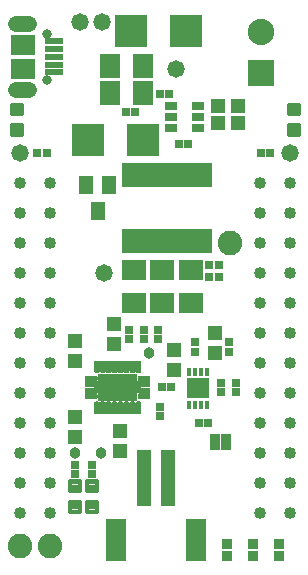
<source format=gts>
G75*
%MOIN*%
%OFA0B0*%
%FSLAX25Y25*%
%IPPOS*%
%LPD*%
%AMOC8*
5,1,8,0,0,1.08239X$1,22.5*
%
%ADD10R,0.07099X0.07887*%
%ADD11R,0.04737X0.05131*%
%ADD12R,0.02965X0.03162*%
%ADD13R,0.07887X0.07099*%
%ADD14R,0.10800X0.10800*%
%ADD15R,0.04737X0.06312*%
%ADD16R,0.06115X0.02375*%
%ADD17R,0.08280X0.06706*%
%ADD18C,0.03162*%
%ADD19C,0.05169*%
%ADD20C,0.08200*%
%ADD21R,0.04737X0.18910*%
%ADD22R,0.07099X0.14186*%
%ADD23R,0.08800X0.08800*%
%ADD24C,0.08800*%
%ADD25R,0.30328X0.07887*%
%ADD26C,0.01421*%
%ADD27R,0.05131X0.04737*%
%ADD28R,0.03162X0.02965*%
%ADD29R,0.04343X0.03162*%
%ADD30C,0.00000*%
%ADD31C,0.00001*%
%ADD32C,0.03987*%
%ADD33R,0.01181X0.03150*%
%ADD34R,0.07402X0.06811*%
%ADD35C,0.03800*%
%ADD36R,0.03300X0.03300*%
%ADD37C,0.04000*%
%ADD38R,0.03300X0.05800*%
%ADD39C,0.05800*%
D10*
X0045944Y0165867D03*
X0045944Y0174867D03*
X0056967Y0174867D03*
X0056967Y0165867D03*
D11*
X0047455Y0088713D03*
X0047455Y0082020D03*
X0034455Y0083213D03*
X0034455Y0076520D03*
X0034455Y0057713D03*
X0034455Y0051020D03*
X0049455Y0053213D03*
X0049455Y0046520D03*
X0067455Y0073520D03*
X0067455Y0080213D03*
X0080955Y0079020D03*
X0080955Y0085713D03*
D12*
X0082330Y0104567D03*
X0082330Y0108567D03*
X0079181Y0108567D03*
X0079181Y0104567D03*
X0066530Y0067867D03*
X0063381Y0067867D03*
X0075581Y0055867D03*
X0078730Y0055867D03*
X0096381Y0145867D03*
X0099530Y0145867D03*
X0072230Y0148967D03*
X0069081Y0148967D03*
X0065730Y0165567D03*
X0062581Y0165567D03*
X0054530Y0159367D03*
X0051381Y0159367D03*
X0025030Y0145867D03*
X0021881Y0145867D03*
D13*
X0053955Y0106878D03*
X0053955Y0095855D03*
X0063455Y0095855D03*
X0063455Y0106878D03*
X0072955Y0106878D03*
X0072955Y0095855D03*
D14*
X0057105Y0150167D03*
X0038605Y0150167D03*
X0052905Y0186467D03*
X0071405Y0186467D03*
D15*
X0045696Y0135197D03*
X0041955Y0126536D03*
X0038215Y0135197D03*
D16*
X0027487Y0172749D03*
X0027487Y0175308D03*
X0027487Y0177867D03*
X0027487Y0180426D03*
X0027487Y0182985D03*
D17*
X0016955Y0181804D03*
X0016995Y0173930D03*
D18*
X0025223Y0170189D03*
X0025223Y0185544D03*
D19*
X0019140Y0188792D02*
X0014771Y0188792D01*
X0014771Y0166941D02*
X0019140Y0166941D01*
D20*
X0015955Y0014867D03*
X0025955Y0014867D03*
X0085955Y0115867D03*
D21*
X0065392Y0037434D03*
X0057518Y0037434D03*
D22*
X0048070Y0016961D03*
X0074841Y0016961D03*
D23*
X0096455Y0172367D03*
D24*
X0096455Y0186146D03*
D25*
X0064955Y0138390D03*
X0064955Y0116343D03*
D26*
X0105797Y0155072D02*
X0109113Y0155072D01*
X0109113Y0151756D01*
X0105797Y0151756D01*
X0105797Y0155072D01*
X0105797Y0153176D02*
X0109113Y0153176D01*
X0109113Y0154596D02*
X0105797Y0154596D01*
X0105797Y0161977D02*
X0109113Y0161977D01*
X0109113Y0158661D01*
X0105797Y0158661D01*
X0105797Y0161977D01*
X0105797Y0160081D02*
X0109113Y0160081D01*
X0109113Y0161501D02*
X0105797Y0161501D01*
X0041613Y0033161D02*
X0038297Y0033161D01*
X0038297Y0036477D01*
X0041613Y0036477D01*
X0041613Y0033161D01*
X0041613Y0034581D02*
X0038297Y0034581D01*
X0038297Y0036001D02*
X0041613Y0036001D01*
X0041613Y0026256D02*
X0038297Y0026256D01*
X0038297Y0029572D01*
X0041613Y0029572D01*
X0041613Y0026256D01*
X0041613Y0027676D02*
X0038297Y0027676D01*
X0038297Y0029096D02*
X0041613Y0029096D01*
X0036113Y0026256D02*
X0032797Y0026256D01*
X0032797Y0029572D01*
X0036113Y0029572D01*
X0036113Y0026256D01*
X0036113Y0027676D02*
X0032797Y0027676D01*
X0032797Y0029096D02*
X0036113Y0029096D01*
X0036113Y0033161D02*
X0032797Y0033161D01*
X0032797Y0036477D01*
X0036113Y0036477D01*
X0036113Y0033161D01*
X0036113Y0034581D02*
X0032797Y0034581D01*
X0032797Y0036001D02*
X0036113Y0036001D01*
X0016613Y0155072D02*
X0013297Y0155072D01*
X0016613Y0155072D02*
X0016613Y0151756D01*
X0013297Y0151756D01*
X0013297Y0155072D01*
X0013297Y0153176D02*
X0016613Y0153176D01*
X0016613Y0154596D02*
X0013297Y0154596D01*
X0013297Y0161977D02*
X0016613Y0161977D01*
X0016613Y0158661D01*
X0013297Y0158661D01*
X0013297Y0161977D01*
X0013297Y0160081D02*
X0016613Y0160081D01*
X0016613Y0161501D02*
X0013297Y0161501D01*
D27*
X0082109Y0161467D03*
X0082109Y0155767D03*
X0088802Y0155767D03*
X0088802Y0161467D03*
D28*
X0061955Y0086841D03*
X0061955Y0083692D03*
X0057255Y0083692D03*
X0057255Y0086841D03*
X0052555Y0086841D03*
X0052555Y0083692D03*
X0062655Y0061141D03*
X0062655Y0057992D03*
X0074555Y0079592D03*
X0074555Y0082741D03*
X0082955Y0069141D03*
X0082955Y0065992D03*
X0087955Y0065992D03*
X0087955Y0069141D03*
X0085855Y0079592D03*
X0085855Y0082741D03*
X0039955Y0041941D03*
X0039955Y0038792D03*
X0034455Y0038792D03*
X0034455Y0041941D03*
D29*
X0066428Y0154127D03*
X0066428Y0157867D03*
X0066428Y0161607D03*
X0075483Y0161607D03*
X0075483Y0157867D03*
X0075483Y0154127D03*
D30*
X0056172Y0076607D02*
X0054518Y0076607D01*
X0054518Y0073497D01*
X0054545Y0073293D01*
X0054624Y0073103D01*
X0054749Y0072940D01*
X0054912Y0072815D01*
X0055102Y0072736D01*
X0055306Y0072709D01*
X0055424Y0072709D01*
X0055617Y0072735D01*
X0055798Y0072809D01*
X0055953Y0072928D01*
X0056072Y0073083D01*
X0056146Y0073264D01*
X0056172Y0073457D01*
X0056172Y0076607D01*
X0054203Y0076607D02*
X0054203Y0073457D01*
X0054178Y0073264D01*
X0054103Y0073083D01*
X0053984Y0072928D01*
X0053829Y0072809D01*
X0053649Y0072735D01*
X0053455Y0072709D01*
X0053337Y0072709D01*
X0053133Y0072736D01*
X0052944Y0072815D01*
X0052780Y0072940D01*
X0052655Y0073103D01*
X0052577Y0073293D01*
X0052550Y0073497D01*
X0052550Y0076607D01*
X0054203Y0076607D01*
X0052235Y0076607D02*
X0052235Y0073457D01*
X0052209Y0073264D01*
X0052135Y0073083D01*
X0052016Y0072928D01*
X0051861Y0072809D01*
X0051680Y0072735D01*
X0051487Y0072709D01*
X0051369Y0072709D01*
X0051165Y0072736D01*
X0050975Y0072815D01*
X0050812Y0072940D01*
X0050687Y0073103D01*
X0050608Y0073293D01*
X0050581Y0073497D01*
X0050581Y0076607D01*
X0052235Y0076607D01*
X0050266Y0076607D02*
X0050266Y0073457D01*
X0050241Y0073264D01*
X0050166Y0073083D01*
X0050047Y0072928D01*
X0049892Y0072809D01*
X0049712Y0072735D01*
X0049518Y0072709D01*
X0049400Y0072709D01*
X0049196Y0072736D01*
X0049007Y0072815D01*
X0048843Y0072940D01*
X0048718Y0073103D01*
X0048640Y0073293D01*
X0048613Y0073497D01*
X0048613Y0076607D01*
X0050266Y0076607D01*
X0048298Y0076607D02*
X0048298Y0073457D01*
X0048272Y0073264D01*
X0048198Y0073083D01*
X0048079Y0072928D01*
X0047924Y0072809D01*
X0047743Y0072735D01*
X0047550Y0072709D01*
X0047432Y0072709D01*
X0047228Y0072736D01*
X0047038Y0072815D01*
X0046875Y0072940D01*
X0046750Y0073103D01*
X0046671Y0073293D01*
X0046644Y0073497D01*
X0046644Y0076607D01*
X0048298Y0076607D01*
X0046329Y0076607D02*
X0046329Y0073457D01*
X0046304Y0073264D01*
X0046229Y0073083D01*
X0046110Y0072928D01*
X0045955Y0072809D01*
X0045775Y0072735D01*
X0045581Y0072709D01*
X0045463Y0072709D01*
X0045259Y0072736D01*
X0045070Y0072815D01*
X0044906Y0072940D01*
X0044781Y0073103D01*
X0044703Y0073293D01*
X0044676Y0073497D01*
X0044676Y0076607D01*
X0046329Y0076607D01*
X0044361Y0076607D02*
X0044361Y0073457D01*
X0044335Y0073264D01*
X0044261Y0073083D01*
X0044142Y0072928D01*
X0043987Y0072809D01*
X0043806Y0072735D01*
X0043613Y0072709D01*
X0043495Y0072709D01*
X0043291Y0072736D01*
X0043101Y0072815D01*
X0042938Y0072940D01*
X0042813Y0073103D01*
X0042734Y0073293D01*
X0042707Y0073497D01*
X0042707Y0076607D01*
X0044361Y0076607D01*
X0042392Y0076607D02*
X0042392Y0073457D01*
X0042367Y0073264D01*
X0042292Y0073083D01*
X0042173Y0072928D01*
X0042018Y0072809D01*
X0041838Y0072735D01*
X0041644Y0072709D01*
X0041526Y0072709D01*
X0041322Y0072736D01*
X0041133Y0072815D01*
X0040969Y0072940D01*
X0040844Y0073103D01*
X0040766Y0073293D01*
X0040739Y0073497D01*
X0040739Y0076607D01*
X0042392Y0076607D01*
X0042156Y0072197D02*
X0042156Y0069678D01*
X0037747Y0069678D01*
X0037747Y0068221D01*
X0040739Y0068221D01*
X0040739Y0067512D01*
X0037747Y0067512D01*
X0037747Y0066056D01*
X0042156Y0066056D01*
X0042156Y0063536D01*
X0042432Y0063536D01*
X0054755Y0063536D01*
X0054755Y0066056D01*
X0059125Y0066056D01*
X0059125Y0067512D01*
X0056172Y0067512D01*
X0056172Y0068221D01*
X0059125Y0068221D01*
X0059125Y0069678D01*
X0054755Y0069678D01*
X0054755Y0072197D01*
X0042156Y0072197D01*
X0041425Y0071427D02*
X0041270Y0071546D01*
X0041090Y0071621D01*
X0040896Y0071646D01*
X0037747Y0071646D01*
X0037747Y0069993D01*
X0040857Y0069993D01*
X0041061Y0070019D01*
X0041251Y0070098D01*
X0041414Y0070223D01*
X0041539Y0070386D01*
X0041617Y0070576D01*
X0041644Y0070780D01*
X0041644Y0070898D01*
X0041619Y0071092D01*
X0041544Y0071272D01*
X0041425Y0071427D01*
X0040896Y0065741D02*
X0037747Y0065741D01*
X0037747Y0064087D01*
X0040857Y0064087D01*
X0041061Y0064114D01*
X0041251Y0064193D01*
X0041414Y0064318D01*
X0041539Y0064481D01*
X0041617Y0064671D01*
X0041644Y0064875D01*
X0041644Y0064993D01*
X0041619Y0065186D01*
X0041544Y0065367D01*
X0041425Y0065522D01*
X0041270Y0065640D01*
X0041090Y0065715D01*
X0040896Y0065741D01*
X0041293Y0062999D02*
X0041113Y0062924D01*
X0040958Y0062805D01*
X0040839Y0062650D01*
X0040764Y0062470D01*
X0040739Y0062276D01*
X0040739Y0059127D01*
X0042392Y0059127D01*
X0042392Y0062237D01*
X0042366Y0062441D01*
X0042287Y0062630D01*
X0042162Y0062794D01*
X0041999Y0062919D01*
X0041809Y0062997D01*
X0041605Y0063024D01*
X0041487Y0063024D01*
X0041293Y0062999D01*
X0042733Y0062470D02*
X0042707Y0062276D01*
X0042707Y0059127D01*
X0044361Y0059127D01*
X0044361Y0062237D01*
X0044334Y0062441D01*
X0044255Y0062630D01*
X0044130Y0062794D01*
X0043967Y0062919D01*
X0043777Y0062997D01*
X0043573Y0063024D01*
X0043455Y0063024D01*
X0043262Y0062999D01*
X0043081Y0062924D01*
X0042926Y0062805D01*
X0042808Y0062650D01*
X0042733Y0062470D01*
X0044676Y0062276D02*
X0044676Y0059127D01*
X0046329Y0059127D01*
X0046329Y0062237D01*
X0046303Y0062441D01*
X0046224Y0062630D01*
X0046099Y0062794D01*
X0045936Y0062919D01*
X0045746Y0062997D01*
X0045542Y0063024D01*
X0045424Y0063024D01*
X0045230Y0062999D01*
X0045050Y0062924D01*
X0044895Y0062805D01*
X0044776Y0062650D01*
X0044701Y0062470D01*
X0044676Y0062276D01*
X0046644Y0062276D02*
X0046644Y0059127D01*
X0048298Y0059127D01*
X0048298Y0062237D01*
X0048271Y0062441D01*
X0048192Y0062630D01*
X0048067Y0062794D01*
X0047904Y0062919D01*
X0047714Y0062997D01*
X0047510Y0063024D01*
X0047392Y0063024D01*
X0047199Y0062999D01*
X0047018Y0062924D01*
X0046863Y0062805D01*
X0046745Y0062650D01*
X0046670Y0062470D01*
X0046644Y0062276D01*
X0048613Y0062276D02*
X0048613Y0059127D01*
X0050266Y0059127D01*
X0050266Y0062237D01*
X0050240Y0062441D01*
X0050161Y0062630D01*
X0050036Y0062794D01*
X0049873Y0062919D01*
X0049683Y0062997D01*
X0049479Y0063024D01*
X0049361Y0063024D01*
X0049167Y0062999D01*
X0048987Y0062924D01*
X0048832Y0062805D01*
X0048713Y0062650D01*
X0048638Y0062470D01*
X0048613Y0062276D01*
X0050581Y0062276D02*
X0050581Y0059127D01*
X0052235Y0059127D01*
X0052235Y0062237D01*
X0052208Y0062441D01*
X0052129Y0062630D01*
X0052004Y0062794D01*
X0051841Y0062919D01*
X0051651Y0062997D01*
X0051447Y0063024D01*
X0051329Y0063024D01*
X0051136Y0062999D01*
X0050955Y0062924D01*
X0050800Y0062805D01*
X0050682Y0062650D01*
X0050607Y0062470D01*
X0050581Y0062276D01*
X0052550Y0062276D02*
X0052550Y0059127D01*
X0054203Y0059127D01*
X0054203Y0062237D01*
X0054177Y0062441D01*
X0054098Y0062630D01*
X0053973Y0062794D01*
X0053810Y0062919D01*
X0053620Y0062997D01*
X0053416Y0063024D01*
X0053298Y0063024D01*
X0053104Y0062999D01*
X0052924Y0062924D01*
X0052769Y0062805D01*
X0052650Y0062650D01*
X0052575Y0062470D01*
X0052550Y0062276D01*
X0054518Y0062276D02*
X0054518Y0059127D01*
X0056172Y0059127D01*
X0056172Y0062237D01*
X0056145Y0062441D01*
X0056066Y0062630D01*
X0055941Y0062794D01*
X0055778Y0062919D01*
X0055588Y0062997D01*
X0055384Y0063024D01*
X0055266Y0063024D01*
X0055073Y0062999D01*
X0054892Y0062924D01*
X0054737Y0062805D01*
X0054619Y0062650D01*
X0054544Y0062470D01*
X0054518Y0062276D01*
X0055640Y0064187D02*
X0055821Y0064113D01*
X0056014Y0064087D01*
X0059164Y0064087D01*
X0059164Y0065741D01*
X0056054Y0065741D01*
X0055850Y0065714D01*
X0055660Y0065635D01*
X0055497Y0065510D01*
X0055372Y0065347D01*
X0055293Y0065157D01*
X0055266Y0064953D01*
X0055266Y0064835D01*
X0055292Y0064642D01*
X0055367Y0064461D01*
X0055485Y0064306D01*
X0055640Y0064187D01*
X0056014Y0069993D02*
X0055821Y0070018D01*
X0055640Y0070093D01*
X0055485Y0070212D01*
X0055367Y0070367D01*
X0055292Y0070547D01*
X0055266Y0070741D01*
X0055266Y0070859D01*
X0055293Y0071063D01*
X0055372Y0071252D01*
X0055497Y0071416D01*
X0055660Y0071541D01*
X0055850Y0071619D01*
X0056054Y0071646D01*
X0059164Y0071646D01*
X0059164Y0069993D01*
X0056014Y0069993D01*
D31*
X0059164Y0069993D01*
X0059164Y0069994D02*
X0056007Y0069994D01*
X0055999Y0069995D02*
X0059164Y0069995D01*
X0059164Y0069996D02*
X0055992Y0069996D01*
X0055984Y0069997D02*
X0059164Y0069997D01*
X0059164Y0069998D02*
X0055977Y0069998D01*
X0055970Y0069999D02*
X0059164Y0069999D01*
X0059164Y0070000D02*
X0055962Y0070000D01*
X0055955Y0070001D02*
X0059164Y0070001D01*
X0059164Y0070002D02*
X0055947Y0070002D01*
X0055940Y0070002D02*
X0059164Y0070002D01*
X0059164Y0070003D02*
X0055932Y0070003D01*
X0055925Y0070004D02*
X0059164Y0070004D01*
X0059164Y0070005D02*
X0055917Y0070005D01*
X0055910Y0070006D02*
X0059164Y0070006D01*
X0059164Y0070007D02*
X0055902Y0070007D01*
X0055895Y0070008D02*
X0059164Y0070008D01*
X0059164Y0070009D02*
X0055887Y0070009D01*
X0055880Y0070010D02*
X0059164Y0070010D01*
X0059164Y0070011D02*
X0055872Y0070011D01*
X0055865Y0070012D02*
X0059164Y0070012D01*
X0059164Y0070013D02*
X0055857Y0070013D01*
X0055850Y0070014D02*
X0059164Y0070014D01*
X0059164Y0070015D02*
X0055842Y0070015D01*
X0055835Y0070016D02*
X0059164Y0070016D01*
X0059164Y0070017D02*
X0055828Y0070017D01*
X0055821Y0070018D02*
X0059164Y0070018D01*
X0059164Y0070019D02*
X0055818Y0070019D01*
X0055816Y0070020D02*
X0059164Y0070020D01*
X0059164Y0070021D02*
X0055813Y0070021D01*
X0055811Y0070022D02*
X0059164Y0070022D01*
X0059164Y0070023D02*
X0055809Y0070023D01*
X0055806Y0070024D02*
X0059164Y0070024D01*
X0059164Y0070025D02*
X0055804Y0070025D01*
X0055802Y0070026D02*
X0059164Y0070026D01*
X0059164Y0070027D02*
X0055799Y0070027D01*
X0055797Y0070028D02*
X0059164Y0070028D01*
X0059164Y0070029D02*
X0055794Y0070029D01*
X0055792Y0070030D02*
X0059164Y0070030D01*
X0059164Y0070031D02*
X0055790Y0070031D01*
X0055787Y0070032D02*
X0059164Y0070032D01*
X0059164Y0070033D02*
X0055785Y0070033D01*
X0055783Y0070034D02*
X0059164Y0070034D01*
X0059164Y0070035D02*
X0055780Y0070035D01*
X0055778Y0070036D02*
X0059164Y0070036D01*
X0059164Y0070037D02*
X0055775Y0070037D01*
X0055773Y0070038D02*
X0059164Y0070038D01*
X0059164Y0070039D02*
X0055771Y0070039D01*
X0055768Y0070040D02*
X0059164Y0070040D01*
X0059164Y0070041D02*
X0055766Y0070041D01*
X0055764Y0070042D02*
X0059164Y0070042D01*
X0059164Y0070043D02*
X0055761Y0070043D01*
X0055759Y0070044D02*
X0059164Y0070044D01*
X0059164Y0070045D02*
X0055756Y0070045D01*
X0055754Y0070046D02*
X0059164Y0070046D01*
X0059164Y0070047D02*
X0055752Y0070047D01*
X0055749Y0070048D02*
X0059164Y0070048D01*
X0059164Y0070049D02*
X0055747Y0070049D01*
X0055745Y0070050D02*
X0059164Y0070050D01*
X0059164Y0070051D02*
X0055742Y0070051D01*
X0055740Y0070052D02*
X0059164Y0070052D01*
X0059164Y0070053D02*
X0055737Y0070053D01*
X0055735Y0070054D02*
X0059164Y0070054D01*
X0059164Y0070055D02*
X0055733Y0070055D01*
X0055730Y0070056D02*
X0059164Y0070056D01*
X0059164Y0070057D02*
X0055728Y0070057D01*
X0055726Y0070058D02*
X0059164Y0070058D01*
X0059164Y0070059D02*
X0055723Y0070059D01*
X0055721Y0070060D02*
X0059164Y0070060D01*
X0059164Y0070061D02*
X0055718Y0070061D01*
X0055716Y0070062D02*
X0059164Y0070062D01*
X0059164Y0070063D02*
X0055714Y0070063D01*
X0055711Y0070064D02*
X0059164Y0070064D01*
X0055709Y0070064D01*
X0055707Y0070065D02*
X0059164Y0070065D01*
X0059164Y0070066D02*
X0055704Y0070066D01*
X0055702Y0070067D02*
X0059164Y0070067D01*
X0059164Y0070068D02*
X0055699Y0070068D01*
X0055697Y0070069D02*
X0059164Y0070069D01*
X0059164Y0070070D02*
X0055695Y0070070D01*
X0055692Y0070071D02*
X0059164Y0070071D01*
X0059164Y0070072D02*
X0055690Y0070072D01*
X0055687Y0070073D02*
X0059164Y0070073D01*
X0059164Y0070074D02*
X0055685Y0070074D01*
X0055683Y0070075D02*
X0059164Y0070075D01*
X0059164Y0070076D02*
X0055680Y0070076D01*
X0055678Y0070077D02*
X0059164Y0070077D01*
X0059164Y0070078D02*
X0055676Y0070078D01*
X0055673Y0070079D02*
X0059164Y0070079D01*
X0059164Y0070080D02*
X0055671Y0070080D01*
X0055668Y0070081D02*
X0059164Y0070081D01*
X0059164Y0070082D02*
X0055666Y0070082D01*
X0055664Y0070083D02*
X0059164Y0070083D01*
X0059164Y0070084D02*
X0055661Y0070084D01*
X0055659Y0070085D02*
X0059164Y0070085D01*
X0059164Y0070086D02*
X0055657Y0070086D01*
X0055654Y0070087D02*
X0059164Y0070087D01*
X0059164Y0070088D02*
X0055652Y0070088D01*
X0055649Y0070089D02*
X0059164Y0070089D01*
X0059164Y0070090D02*
X0055647Y0070090D01*
X0055645Y0070091D02*
X0059164Y0070091D01*
X0059164Y0070092D02*
X0055642Y0070092D01*
X0055640Y0070093D02*
X0059164Y0070093D01*
X0059164Y0070094D02*
X0055639Y0070094D01*
X0055638Y0070095D02*
X0059164Y0070095D01*
X0059164Y0070096D02*
X0055636Y0070096D01*
X0055635Y0070097D02*
X0059164Y0070097D01*
X0059164Y0070098D02*
X0055634Y0070098D01*
X0055632Y0070099D02*
X0059164Y0070099D01*
X0059164Y0070100D02*
X0055631Y0070100D01*
X0055630Y0070101D02*
X0059164Y0070101D01*
X0059164Y0070102D02*
X0055629Y0070102D01*
X0055627Y0070103D02*
X0059164Y0070103D01*
X0059164Y0070104D02*
X0055626Y0070104D01*
X0055625Y0070105D02*
X0059164Y0070105D01*
X0059164Y0070106D02*
X0055623Y0070106D01*
X0055622Y0070107D02*
X0059164Y0070107D01*
X0059164Y0070108D02*
X0055621Y0070108D01*
X0055620Y0070109D02*
X0059164Y0070109D01*
X0059164Y0070110D02*
X0055618Y0070110D01*
X0055617Y0070111D02*
X0059164Y0070111D01*
X0059164Y0070112D02*
X0055616Y0070112D01*
X0055615Y0070113D02*
X0059164Y0070113D01*
X0059164Y0070114D02*
X0055613Y0070114D01*
X0055612Y0070115D02*
X0059164Y0070115D01*
X0059164Y0070116D02*
X0055611Y0070116D01*
X0055609Y0070117D02*
X0059164Y0070117D01*
X0059164Y0070118D02*
X0055608Y0070118D01*
X0055607Y0070119D02*
X0059164Y0070119D01*
X0059164Y0070120D02*
X0055606Y0070120D01*
X0055604Y0070121D02*
X0059164Y0070121D01*
X0059164Y0070122D02*
X0055603Y0070122D01*
X0055602Y0070123D02*
X0059164Y0070123D01*
X0059164Y0070124D02*
X0055600Y0070124D01*
X0055599Y0070125D02*
X0059164Y0070125D01*
X0059164Y0070126D02*
X0055598Y0070126D01*
X0055597Y0070127D02*
X0059164Y0070127D01*
X0055595Y0070127D01*
X0055594Y0070128D02*
X0059164Y0070128D01*
X0059164Y0070129D02*
X0055593Y0070129D01*
X0055591Y0070130D02*
X0059164Y0070130D01*
X0059164Y0070131D02*
X0055590Y0070131D01*
X0055589Y0070132D02*
X0059164Y0070132D01*
X0059164Y0070133D02*
X0055588Y0070133D01*
X0055586Y0070134D02*
X0059164Y0070134D01*
X0059164Y0070135D02*
X0055585Y0070135D01*
X0055584Y0070136D02*
X0059164Y0070136D01*
X0059164Y0070137D02*
X0055582Y0070137D01*
X0055581Y0070138D02*
X0059164Y0070138D01*
X0059164Y0070139D02*
X0055580Y0070139D01*
X0055579Y0070140D02*
X0059164Y0070140D01*
X0059164Y0070141D02*
X0055577Y0070141D01*
X0055576Y0070142D02*
X0059164Y0070142D01*
X0059164Y0070143D02*
X0055575Y0070143D01*
X0055573Y0070144D02*
X0059164Y0070144D01*
X0059164Y0070145D02*
X0055572Y0070145D01*
X0055571Y0070146D02*
X0059164Y0070146D01*
X0059164Y0070147D02*
X0055570Y0070147D01*
X0055568Y0070148D02*
X0059164Y0070148D01*
X0059164Y0070149D02*
X0055567Y0070149D01*
X0055566Y0070150D02*
X0059164Y0070150D01*
X0059164Y0070151D02*
X0055564Y0070151D01*
X0055563Y0070152D02*
X0059164Y0070152D01*
X0059164Y0070153D02*
X0055562Y0070153D01*
X0055561Y0070154D02*
X0059164Y0070154D01*
X0059164Y0070155D02*
X0055559Y0070155D01*
X0055558Y0070156D02*
X0059164Y0070156D01*
X0059164Y0070157D02*
X0055557Y0070157D01*
X0055555Y0070158D02*
X0059164Y0070158D01*
X0059164Y0070159D02*
X0055554Y0070159D01*
X0055553Y0070160D02*
X0059164Y0070160D01*
X0059164Y0070161D02*
X0055552Y0070161D01*
X0055550Y0070162D02*
X0059164Y0070162D01*
X0059164Y0070163D02*
X0055549Y0070163D01*
X0055548Y0070164D02*
X0059164Y0070164D01*
X0059164Y0070165D02*
X0055547Y0070165D01*
X0055545Y0070166D02*
X0059164Y0070166D01*
X0059164Y0070167D02*
X0055544Y0070167D01*
X0055543Y0070168D02*
X0059164Y0070168D01*
X0059164Y0070169D02*
X0055541Y0070169D01*
X0055540Y0070170D02*
X0059164Y0070170D01*
X0059164Y0070171D02*
X0055539Y0070171D01*
X0055538Y0070172D02*
X0059164Y0070172D01*
X0059164Y0070173D02*
X0055536Y0070173D01*
X0055535Y0070174D02*
X0059164Y0070174D01*
X0059164Y0070175D02*
X0055534Y0070175D01*
X0055532Y0070176D02*
X0059164Y0070176D01*
X0059164Y0070177D02*
X0055531Y0070177D01*
X0055530Y0070178D02*
X0059164Y0070178D01*
X0059164Y0070179D02*
X0055529Y0070179D01*
X0055527Y0070180D02*
X0059164Y0070180D01*
X0059164Y0070181D02*
X0055526Y0070181D01*
X0055525Y0070182D02*
X0059164Y0070182D01*
X0059164Y0070183D02*
X0055523Y0070183D01*
X0055522Y0070184D02*
X0059164Y0070184D01*
X0059164Y0070185D02*
X0055521Y0070185D01*
X0055520Y0070186D02*
X0059164Y0070186D01*
X0059164Y0070187D02*
X0055518Y0070187D01*
X0055517Y0070188D02*
X0059164Y0070188D01*
X0059164Y0070189D02*
X0055516Y0070189D01*
X0055514Y0070189D02*
X0059164Y0070189D01*
X0059164Y0070190D02*
X0055513Y0070190D01*
X0055512Y0070191D02*
X0059164Y0070191D01*
X0059164Y0070192D02*
X0055511Y0070192D01*
X0055509Y0070193D02*
X0059164Y0070193D01*
X0059164Y0070194D02*
X0055508Y0070194D01*
X0055507Y0070195D02*
X0059164Y0070195D01*
X0059164Y0070196D02*
X0055505Y0070196D01*
X0055504Y0070197D02*
X0059164Y0070197D01*
X0059164Y0070198D02*
X0055503Y0070198D01*
X0055502Y0070199D02*
X0059164Y0070199D01*
X0059164Y0070200D02*
X0055500Y0070200D01*
X0055499Y0070201D02*
X0059164Y0070201D01*
X0059164Y0070202D02*
X0055498Y0070202D01*
X0055496Y0070203D02*
X0059164Y0070203D01*
X0059164Y0070204D02*
X0055495Y0070204D01*
X0055494Y0070205D02*
X0059164Y0070205D01*
X0059164Y0070206D02*
X0055493Y0070206D01*
X0055491Y0070207D02*
X0059164Y0070207D01*
X0059164Y0070208D02*
X0055490Y0070208D01*
X0055489Y0070209D02*
X0059164Y0070209D01*
X0059164Y0070210D02*
X0055488Y0070210D01*
X0055486Y0070211D02*
X0059164Y0070211D01*
X0059164Y0070212D02*
X0055485Y0070212D01*
X0055484Y0070213D02*
X0059164Y0070213D01*
X0059164Y0070214D02*
X0055484Y0070214D01*
X0055483Y0070215D02*
X0059164Y0070215D01*
X0059164Y0070216D02*
X0055482Y0070216D01*
X0055481Y0070217D02*
X0059164Y0070217D01*
X0059164Y0070218D02*
X0055481Y0070218D01*
X0055480Y0070219D02*
X0059164Y0070219D01*
X0059164Y0070220D02*
X0055479Y0070220D01*
X0055478Y0070221D02*
X0059164Y0070221D01*
X0059164Y0070222D02*
X0055478Y0070222D01*
X0055477Y0070223D02*
X0059164Y0070223D01*
X0059164Y0070224D02*
X0055476Y0070224D01*
X0055475Y0070225D02*
X0059164Y0070225D01*
X0059164Y0070226D02*
X0055475Y0070226D01*
X0055474Y0070227D02*
X0059164Y0070227D01*
X0059164Y0070228D02*
X0055473Y0070228D01*
X0055472Y0070229D02*
X0059164Y0070229D01*
X0059164Y0070230D02*
X0055472Y0070230D01*
X0055471Y0070231D02*
X0059164Y0070231D01*
X0059164Y0070232D02*
X0055470Y0070232D01*
X0055469Y0070233D02*
X0059164Y0070233D01*
X0059164Y0070234D02*
X0055469Y0070234D01*
X0055468Y0070235D02*
X0059164Y0070235D01*
X0059164Y0070236D02*
X0055467Y0070236D01*
X0055466Y0070237D02*
X0059164Y0070237D01*
X0059164Y0070238D02*
X0055466Y0070238D01*
X0055465Y0070239D02*
X0059164Y0070239D01*
X0059164Y0070240D02*
X0055464Y0070240D01*
X0055463Y0070241D02*
X0059164Y0070241D01*
X0059164Y0070242D02*
X0055462Y0070242D01*
X0055462Y0070243D02*
X0059164Y0070243D01*
X0059164Y0070244D02*
X0055461Y0070244D01*
X0055460Y0070245D02*
X0059164Y0070245D01*
X0059164Y0070246D02*
X0055459Y0070246D01*
X0055459Y0070247D02*
X0059164Y0070247D01*
X0059164Y0070248D02*
X0055458Y0070248D01*
X0055457Y0070249D02*
X0059164Y0070249D01*
X0059164Y0070250D02*
X0055456Y0070250D01*
X0055456Y0070251D02*
X0059164Y0070251D01*
X0059164Y0070252D02*
X0055455Y0070252D01*
X0055454Y0070252D02*
X0059164Y0070252D01*
X0059164Y0070253D02*
X0055453Y0070253D01*
X0055453Y0070254D02*
X0059164Y0070254D01*
X0059164Y0070255D02*
X0055452Y0070255D01*
X0055451Y0070256D02*
X0059164Y0070256D01*
X0059164Y0070257D02*
X0055450Y0070257D01*
X0055450Y0070258D02*
X0059164Y0070258D01*
X0059164Y0070259D02*
X0055449Y0070259D01*
X0055448Y0070260D02*
X0059164Y0070260D01*
X0059164Y0070261D02*
X0055447Y0070261D01*
X0055447Y0070262D02*
X0059164Y0070262D01*
X0059164Y0070263D02*
X0055446Y0070263D01*
X0055445Y0070264D02*
X0059164Y0070264D01*
X0059164Y0070265D02*
X0055444Y0070265D01*
X0055444Y0070266D02*
X0059164Y0070266D01*
X0059164Y0070267D02*
X0055443Y0070267D01*
X0055442Y0070268D02*
X0059164Y0070268D01*
X0059164Y0070269D02*
X0055441Y0070269D01*
X0055441Y0070270D02*
X0059164Y0070270D01*
X0059164Y0070271D02*
X0055440Y0070271D01*
X0055439Y0070272D02*
X0059164Y0070272D01*
X0059164Y0070273D02*
X0055438Y0070273D01*
X0055438Y0070274D02*
X0059164Y0070274D01*
X0059164Y0070275D02*
X0055437Y0070275D01*
X0055436Y0070276D02*
X0059164Y0070276D01*
X0059164Y0070277D02*
X0055435Y0070277D01*
X0055435Y0070278D02*
X0059164Y0070278D01*
X0059164Y0070279D02*
X0055434Y0070279D01*
X0055433Y0070280D02*
X0059164Y0070280D01*
X0059164Y0070281D02*
X0055432Y0070281D01*
X0055432Y0070282D02*
X0059164Y0070282D01*
X0059164Y0070283D02*
X0055431Y0070283D01*
X0055430Y0070284D02*
X0059164Y0070284D01*
X0059164Y0070285D02*
X0055429Y0070285D01*
X0055429Y0070286D02*
X0059164Y0070286D01*
X0059164Y0070287D02*
X0055428Y0070287D01*
X0055427Y0070288D02*
X0059164Y0070288D01*
X0059164Y0070289D02*
X0055426Y0070289D01*
X0055426Y0070290D02*
X0059164Y0070290D01*
X0059164Y0070291D02*
X0055425Y0070291D01*
X0055424Y0070292D02*
X0059164Y0070292D01*
X0059164Y0070293D02*
X0055423Y0070293D01*
X0055422Y0070294D02*
X0059164Y0070294D01*
X0059164Y0070295D02*
X0055422Y0070295D01*
X0055421Y0070296D02*
X0059164Y0070296D01*
X0059164Y0070297D02*
X0055420Y0070297D01*
X0055419Y0070298D02*
X0059164Y0070298D01*
X0059164Y0070299D02*
X0055419Y0070299D01*
X0055418Y0070300D02*
X0059164Y0070300D01*
X0059164Y0070301D02*
X0055417Y0070301D01*
X0055416Y0070302D02*
X0059164Y0070302D01*
X0059164Y0070303D02*
X0055416Y0070303D01*
X0055415Y0070304D02*
X0059164Y0070304D01*
X0059164Y0070305D02*
X0055414Y0070305D01*
X0055413Y0070306D02*
X0059164Y0070306D01*
X0059164Y0070307D02*
X0055413Y0070307D01*
X0055412Y0070308D02*
X0059164Y0070308D01*
X0059164Y0070309D02*
X0055411Y0070309D01*
X0055410Y0070310D02*
X0059164Y0070310D01*
X0059164Y0070311D02*
X0055410Y0070311D01*
X0055409Y0070312D02*
X0059164Y0070312D01*
X0059164Y0070313D02*
X0055408Y0070313D01*
X0055407Y0070314D02*
X0059164Y0070314D01*
X0055407Y0070314D01*
X0055406Y0070315D02*
X0059164Y0070315D01*
X0059164Y0070316D02*
X0055405Y0070316D01*
X0055404Y0070317D02*
X0059164Y0070317D01*
X0059164Y0070318D02*
X0055404Y0070318D01*
X0055403Y0070319D02*
X0059164Y0070319D01*
X0059164Y0070320D02*
X0055402Y0070320D01*
X0055401Y0070321D02*
X0059164Y0070321D01*
X0059164Y0070322D02*
X0055401Y0070322D01*
X0055400Y0070323D02*
X0059164Y0070323D01*
X0059164Y0070324D02*
X0055399Y0070324D01*
X0055398Y0070325D02*
X0059164Y0070325D01*
X0059164Y0070326D02*
X0055398Y0070326D01*
X0055397Y0070327D02*
X0059164Y0070327D01*
X0059164Y0070328D02*
X0055396Y0070328D01*
X0055395Y0070329D02*
X0059164Y0070329D01*
X0059164Y0070330D02*
X0055395Y0070330D01*
X0055394Y0070331D02*
X0059164Y0070331D01*
X0059164Y0070332D02*
X0055393Y0070332D01*
X0055392Y0070333D02*
X0059164Y0070333D01*
X0059164Y0070334D02*
X0055392Y0070334D01*
X0055391Y0070335D02*
X0059164Y0070335D01*
X0059164Y0070336D02*
X0055390Y0070336D01*
X0055389Y0070337D02*
X0059164Y0070337D01*
X0059164Y0070338D02*
X0055388Y0070338D01*
X0055388Y0070339D02*
X0059164Y0070339D01*
X0059164Y0070340D02*
X0055387Y0070340D01*
X0055386Y0070341D02*
X0059164Y0070341D01*
X0059164Y0070342D02*
X0055385Y0070342D01*
X0055385Y0070343D02*
X0059164Y0070343D01*
X0059164Y0070344D02*
X0055384Y0070344D01*
X0055383Y0070345D02*
X0059164Y0070345D01*
X0059164Y0070346D02*
X0055382Y0070346D01*
X0055382Y0070347D02*
X0059164Y0070347D01*
X0059164Y0070348D02*
X0055381Y0070348D01*
X0055380Y0070349D02*
X0059164Y0070349D01*
X0059164Y0070350D02*
X0055379Y0070350D01*
X0055379Y0070351D02*
X0059164Y0070351D01*
X0059164Y0070352D02*
X0055378Y0070352D01*
X0055377Y0070353D02*
X0059164Y0070353D01*
X0059164Y0070354D02*
X0055376Y0070354D01*
X0055376Y0070355D02*
X0059164Y0070355D01*
X0059164Y0070356D02*
X0055375Y0070356D01*
X0055374Y0070357D02*
X0059164Y0070357D01*
X0059164Y0070358D02*
X0055373Y0070358D01*
X0055373Y0070359D02*
X0059164Y0070359D01*
X0059164Y0070360D02*
X0055372Y0070360D01*
X0055371Y0070361D02*
X0059164Y0070361D01*
X0059164Y0070362D02*
X0055370Y0070362D01*
X0055370Y0070363D02*
X0059164Y0070363D01*
X0059164Y0070364D02*
X0055369Y0070364D01*
X0055368Y0070365D02*
X0059164Y0070365D01*
X0059164Y0070366D02*
X0055367Y0070366D01*
X0055367Y0070367D02*
X0059164Y0070367D01*
X0059164Y0070368D02*
X0055366Y0070368D01*
X0055366Y0070369D02*
X0059164Y0070369D01*
X0059164Y0070370D02*
X0055365Y0070370D01*
X0055365Y0070371D02*
X0059164Y0070371D01*
X0059164Y0070372D02*
X0055365Y0070372D01*
X0055364Y0070373D02*
X0059164Y0070373D01*
X0059164Y0070374D02*
X0055364Y0070374D01*
X0055363Y0070375D02*
X0059164Y0070375D01*
X0059164Y0070376D02*
X0055363Y0070376D01*
X0055363Y0070377D02*
X0059164Y0070377D01*
X0055362Y0070377D01*
X0055362Y0070378D02*
X0059164Y0070378D01*
X0059164Y0070379D02*
X0055361Y0070379D01*
X0055361Y0070380D02*
X0059164Y0070380D01*
X0059164Y0070381D02*
X0055360Y0070381D01*
X0055360Y0070382D02*
X0059164Y0070382D01*
X0059164Y0070383D02*
X0055360Y0070383D01*
X0055359Y0070384D02*
X0059164Y0070384D01*
X0059164Y0070385D02*
X0055359Y0070385D01*
X0055358Y0070386D02*
X0059164Y0070386D01*
X0059164Y0070387D02*
X0055358Y0070387D01*
X0055358Y0070388D02*
X0059164Y0070388D01*
X0059164Y0070389D02*
X0055357Y0070389D01*
X0055357Y0070390D02*
X0059164Y0070390D01*
X0059164Y0070391D02*
X0055356Y0070391D01*
X0055356Y0070392D02*
X0059164Y0070392D01*
X0059164Y0070393D02*
X0055356Y0070393D01*
X0055355Y0070394D02*
X0059164Y0070394D01*
X0059164Y0070395D02*
X0055355Y0070395D01*
X0055354Y0070396D02*
X0059164Y0070396D01*
X0059164Y0070397D02*
X0055354Y0070397D01*
X0055354Y0070398D02*
X0059164Y0070398D01*
X0059164Y0070399D02*
X0055353Y0070399D01*
X0055353Y0070400D02*
X0059164Y0070400D01*
X0059164Y0070401D02*
X0055352Y0070401D01*
X0055352Y0070402D02*
X0059164Y0070402D01*
X0059164Y0070403D02*
X0055352Y0070403D01*
X0055351Y0070404D02*
X0059164Y0070404D01*
X0059164Y0070405D02*
X0055351Y0070405D01*
X0055350Y0070406D02*
X0059164Y0070406D01*
X0059164Y0070407D02*
X0055350Y0070407D01*
X0055349Y0070408D02*
X0059164Y0070408D01*
X0059164Y0070409D02*
X0055349Y0070409D01*
X0055349Y0070410D02*
X0059164Y0070410D01*
X0059164Y0070411D02*
X0055348Y0070411D01*
X0055348Y0070412D02*
X0059164Y0070412D01*
X0059164Y0070413D02*
X0055347Y0070413D01*
X0055347Y0070414D02*
X0059164Y0070414D01*
X0059164Y0070415D02*
X0055347Y0070415D01*
X0055346Y0070416D02*
X0059164Y0070416D01*
X0059164Y0070417D02*
X0055346Y0070417D01*
X0055345Y0070418D02*
X0059164Y0070418D01*
X0059164Y0070419D02*
X0055345Y0070419D01*
X0055345Y0070420D02*
X0059164Y0070420D01*
X0059164Y0070421D02*
X0055344Y0070421D01*
X0055344Y0070422D02*
X0059164Y0070422D01*
X0059164Y0070423D02*
X0055343Y0070423D01*
X0055343Y0070424D02*
X0059164Y0070424D01*
X0059164Y0070425D02*
X0055343Y0070425D01*
X0055342Y0070426D02*
X0059164Y0070426D01*
X0059164Y0070427D02*
X0055342Y0070427D01*
X0055341Y0070428D02*
X0059164Y0070428D01*
X0059164Y0070429D02*
X0055341Y0070429D01*
X0055341Y0070430D02*
X0059164Y0070430D01*
X0059164Y0070431D02*
X0055340Y0070431D01*
X0055340Y0070432D02*
X0059164Y0070432D01*
X0059164Y0070433D02*
X0055339Y0070433D01*
X0055339Y0070434D02*
X0059164Y0070434D01*
X0059164Y0070435D02*
X0055338Y0070435D01*
X0055338Y0070436D02*
X0059164Y0070436D01*
X0059164Y0070437D02*
X0055338Y0070437D01*
X0055337Y0070438D02*
X0059164Y0070438D01*
X0059164Y0070439D02*
X0055337Y0070439D01*
X0055336Y0070439D02*
X0059164Y0070439D01*
X0059164Y0070440D02*
X0055336Y0070440D01*
X0055336Y0070441D02*
X0059164Y0070441D01*
X0059164Y0070442D02*
X0055335Y0070442D01*
X0055335Y0070443D02*
X0059164Y0070443D01*
X0059164Y0070444D02*
X0055334Y0070444D01*
X0055334Y0070445D02*
X0059164Y0070445D01*
X0059164Y0070446D02*
X0055334Y0070446D01*
X0055333Y0070447D02*
X0059164Y0070447D01*
X0059164Y0070448D02*
X0055333Y0070448D01*
X0055332Y0070449D02*
X0059164Y0070449D01*
X0059164Y0070450D02*
X0055332Y0070450D01*
X0055332Y0070451D02*
X0059164Y0070451D01*
X0059164Y0070452D02*
X0055331Y0070452D01*
X0055331Y0070453D02*
X0059164Y0070453D01*
X0059164Y0070454D02*
X0055330Y0070454D01*
X0055330Y0070455D02*
X0059164Y0070455D01*
X0059164Y0070456D02*
X0055329Y0070456D01*
X0055329Y0070457D02*
X0059164Y0070457D01*
X0059164Y0070458D02*
X0055329Y0070458D01*
X0055328Y0070459D02*
X0059164Y0070459D01*
X0059164Y0070460D02*
X0055328Y0070460D01*
X0055327Y0070461D02*
X0059164Y0070461D01*
X0059164Y0070462D02*
X0055327Y0070462D01*
X0055327Y0070463D02*
X0059164Y0070463D01*
X0059164Y0070464D02*
X0055326Y0070464D01*
X0055326Y0070465D02*
X0059164Y0070465D01*
X0059164Y0070466D02*
X0055325Y0070466D01*
X0055325Y0070467D02*
X0059164Y0070467D01*
X0059164Y0070468D02*
X0055325Y0070468D01*
X0055324Y0070469D02*
X0059164Y0070469D01*
X0059164Y0070470D02*
X0055324Y0070470D01*
X0055323Y0070471D02*
X0059164Y0070471D01*
X0059164Y0070472D02*
X0055323Y0070472D01*
X0055323Y0070473D02*
X0059164Y0070473D01*
X0059164Y0070474D02*
X0055322Y0070474D01*
X0055322Y0070475D02*
X0059164Y0070475D01*
X0059164Y0070476D02*
X0055321Y0070476D01*
X0055321Y0070477D02*
X0059164Y0070477D01*
X0059164Y0070478D02*
X0055321Y0070478D01*
X0055320Y0070479D02*
X0059164Y0070479D01*
X0059164Y0070480D02*
X0055320Y0070480D01*
X0055319Y0070481D02*
X0059164Y0070481D01*
X0059164Y0070482D02*
X0055319Y0070482D01*
X0055318Y0070483D02*
X0059164Y0070483D01*
X0059164Y0070484D02*
X0055318Y0070484D01*
X0055318Y0070485D02*
X0059164Y0070485D01*
X0059164Y0070486D02*
X0055317Y0070486D01*
X0055317Y0070487D02*
X0059164Y0070487D01*
X0059164Y0070488D02*
X0055316Y0070488D01*
X0055316Y0070489D02*
X0059164Y0070489D01*
X0059164Y0070490D02*
X0055316Y0070490D01*
X0055315Y0070491D02*
X0059164Y0070491D01*
X0059164Y0070492D02*
X0055315Y0070492D01*
X0055314Y0070493D02*
X0059164Y0070493D01*
X0059164Y0070494D02*
X0055314Y0070494D01*
X0055314Y0070495D02*
X0059164Y0070495D01*
X0059164Y0070496D02*
X0055313Y0070496D01*
X0055313Y0070497D02*
X0059164Y0070497D01*
X0059164Y0070498D02*
X0055312Y0070498D01*
X0055312Y0070499D02*
X0059164Y0070499D01*
X0059164Y0070500D02*
X0055312Y0070500D01*
X0055311Y0070501D02*
X0059164Y0070501D01*
X0059164Y0070502D02*
X0055311Y0070502D01*
X0055310Y0070502D02*
X0059164Y0070502D01*
X0059164Y0070503D02*
X0055310Y0070503D01*
X0055310Y0070504D02*
X0059164Y0070504D01*
X0059164Y0070505D02*
X0055309Y0070505D01*
X0055309Y0070506D02*
X0059164Y0070506D01*
X0059164Y0070507D02*
X0055308Y0070507D01*
X0055308Y0070508D02*
X0059164Y0070508D01*
X0059164Y0070509D02*
X0055307Y0070509D01*
X0055307Y0070510D02*
X0059164Y0070510D01*
X0059164Y0070511D02*
X0055307Y0070511D01*
X0055306Y0070512D02*
X0059164Y0070512D01*
X0059164Y0070513D02*
X0055306Y0070513D01*
X0055305Y0070514D02*
X0059164Y0070514D01*
X0059164Y0070515D02*
X0055305Y0070515D01*
X0055305Y0070516D02*
X0059164Y0070516D01*
X0059164Y0070517D02*
X0055304Y0070517D01*
X0055304Y0070518D02*
X0059164Y0070518D01*
X0059164Y0070519D02*
X0055303Y0070519D01*
X0055303Y0070520D02*
X0059164Y0070520D01*
X0059164Y0070521D02*
X0055303Y0070521D01*
X0055302Y0070522D02*
X0059164Y0070522D01*
X0059164Y0070523D02*
X0055302Y0070523D01*
X0055301Y0070524D02*
X0059164Y0070524D01*
X0059164Y0070525D02*
X0055301Y0070525D01*
X0055301Y0070526D02*
X0059164Y0070526D01*
X0059164Y0070527D02*
X0055300Y0070527D01*
X0055300Y0070528D02*
X0059164Y0070528D01*
X0059164Y0070529D02*
X0055299Y0070529D01*
X0055299Y0070530D02*
X0059164Y0070530D01*
X0059164Y0070531D02*
X0055299Y0070531D01*
X0055298Y0070532D02*
X0059164Y0070532D01*
X0059164Y0070533D02*
X0055298Y0070533D01*
X0055297Y0070534D02*
X0059164Y0070534D01*
X0059164Y0070535D02*
X0055297Y0070535D01*
X0055296Y0070536D02*
X0059164Y0070536D01*
X0059164Y0070537D02*
X0055296Y0070537D01*
X0055296Y0070538D02*
X0059164Y0070538D01*
X0059164Y0070539D02*
X0055295Y0070539D01*
X0055295Y0070540D02*
X0059164Y0070540D01*
X0059164Y0070541D02*
X0055294Y0070541D01*
X0055294Y0070542D02*
X0059164Y0070542D01*
X0059164Y0070543D02*
X0055294Y0070543D01*
X0055293Y0070544D02*
X0059164Y0070544D01*
X0059164Y0070545D02*
X0055293Y0070545D01*
X0055292Y0070546D02*
X0059164Y0070546D01*
X0059164Y0070547D02*
X0055292Y0070547D01*
X0055292Y0070548D02*
X0059164Y0070548D01*
X0059164Y0070549D02*
X0055292Y0070549D01*
X0055292Y0070550D02*
X0059164Y0070550D01*
X0059164Y0070551D02*
X0055291Y0070551D01*
X0055291Y0070552D02*
X0059164Y0070552D01*
X0059164Y0070553D02*
X0055291Y0070553D01*
X0055291Y0070554D02*
X0059164Y0070554D01*
X0059164Y0070555D02*
X0055291Y0070555D01*
X0055291Y0070556D02*
X0059164Y0070556D01*
X0059164Y0070557D02*
X0055291Y0070557D01*
X0055290Y0070558D02*
X0059164Y0070558D01*
X0059164Y0070559D02*
X0055290Y0070559D01*
X0055290Y0070560D02*
X0059164Y0070560D01*
X0059164Y0070561D02*
X0055290Y0070561D01*
X0055290Y0070562D02*
X0059164Y0070562D01*
X0059164Y0070563D02*
X0055290Y0070563D01*
X0055290Y0070564D02*
X0059164Y0070564D01*
X0055290Y0070564D01*
X0055289Y0070565D02*
X0059164Y0070565D01*
X0059164Y0070566D02*
X0055289Y0070566D01*
X0055289Y0070567D02*
X0059164Y0070567D01*
X0059164Y0070568D02*
X0055289Y0070568D01*
X0055289Y0070569D02*
X0059164Y0070569D01*
X0059164Y0070570D02*
X0055289Y0070570D01*
X0055289Y0070571D02*
X0059164Y0070571D01*
X0059164Y0070572D02*
X0055289Y0070572D01*
X0055288Y0070573D02*
X0059164Y0070573D01*
X0059164Y0070574D02*
X0055288Y0070574D01*
X0055288Y0070575D02*
X0059164Y0070575D01*
X0059164Y0070576D02*
X0055288Y0070576D01*
X0055288Y0070577D02*
X0059164Y0070577D01*
X0059164Y0070578D02*
X0055288Y0070578D01*
X0055288Y0070579D02*
X0059164Y0070579D01*
X0059164Y0070580D02*
X0055287Y0070580D01*
X0055287Y0070581D02*
X0059164Y0070581D01*
X0059164Y0070582D02*
X0055287Y0070582D01*
X0055287Y0070583D02*
X0059164Y0070583D01*
X0059164Y0070584D02*
X0055287Y0070584D01*
X0055287Y0070585D02*
X0059164Y0070585D01*
X0059164Y0070586D02*
X0055287Y0070586D01*
X0055287Y0070587D02*
X0059164Y0070587D01*
X0059164Y0070588D02*
X0055286Y0070588D01*
X0055286Y0070589D02*
X0059164Y0070589D01*
X0059164Y0070590D02*
X0055286Y0070590D01*
X0055286Y0070591D02*
X0059164Y0070591D01*
X0059164Y0070592D02*
X0055286Y0070592D01*
X0055286Y0070593D02*
X0059164Y0070593D01*
X0059164Y0070594D02*
X0055286Y0070594D01*
X0055286Y0070595D02*
X0059164Y0070595D01*
X0059164Y0070596D02*
X0055285Y0070596D01*
X0055285Y0070597D02*
X0059164Y0070597D01*
X0059164Y0070598D02*
X0055285Y0070598D01*
X0055285Y0070599D02*
X0059164Y0070599D01*
X0059164Y0070600D02*
X0055285Y0070600D01*
X0055285Y0070601D02*
X0059164Y0070601D01*
X0059164Y0070602D02*
X0055285Y0070602D01*
X0055285Y0070603D02*
X0059164Y0070603D01*
X0059164Y0070604D02*
X0055284Y0070604D01*
X0055284Y0070605D02*
X0059164Y0070605D01*
X0059164Y0070606D02*
X0055284Y0070606D01*
X0055284Y0070607D02*
X0059164Y0070607D01*
X0059164Y0070608D02*
X0055284Y0070608D01*
X0055284Y0070609D02*
X0059164Y0070609D01*
X0059164Y0070610D02*
X0055284Y0070610D01*
X0055283Y0070611D02*
X0059164Y0070611D01*
X0059164Y0070612D02*
X0055283Y0070612D01*
X0055283Y0070613D02*
X0059164Y0070613D01*
X0059164Y0070614D02*
X0055283Y0070614D01*
X0055283Y0070615D02*
X0059164Y0070615D01*
X0059164Y0070616D02*
X0055283Y0070616D01*
X0055283Y0070617D02*
X0059164Y0070617D01*
X0059164Y0070618D02*
X0055283Y0070618D01*
X0055282Y0070619D02*
X0059164Y0070619D01*
X0059164Y0070620D02*
X0055282Y0070620D01*
X0055282Y0070621D02*
X0059164Y0070621D01*
X0059164Y0070622D02*
X0055282Y0070622D01*
X0055282Y0070623D02*
X0059164Y0070623D01*
X0059164Y0070624D02*
X0055282Y0070624D01*
X0055282Y0070625D02*
X0059164Y0070625D01*
X0059164Y0070626D02*
X0055282Y0070626D01*
X0055281Y0070627D02*
X0059164Y0070627D01*
X0055281Y0070627D01*
X0055281Y0070628D02*
X0059164Y0070628D01*
X0059164Y0070629D02*
X0055281Y0070629D01*
X0055281Y0070630D02*
X0059164Y0070630D01*
X0059164Y0070631D02*
X0055281Y0070631D01*
X0055281Y0070632D02*
X0059164Y0070632D01*
X0059164Y0070633D02*
X0055280Y0070633D01*
X0055280Y0070634D02*
X0059164Y0070634D01*
X0059164Y0070635D02*
X0055280Y0070635D01*
X0055280Y0070636D02*
X0059164Y0070636D01*
X0059164Y0070637D02*
X0055280Y0070637D01*
X0055280Y0070638D02*
X0059164Y0070638D01*
X0059164Y0070639D02*
X0055280Y0070639D01*
X0055280Y0070640D02*
X0059164Y0070640D01*
X0059164Y0070641D02*
X0055279Y0070641D01*
X0055279Y0070642D02*
X0059164Y0070642D01*
X0059164Y0070643D02*
X0055279Y0070643D01*
X0055279Y0070644D02*
X0059164Y0070644D01*
X0059164Y0070645D02*
X0055279Y0070645D01*
X0055279Y0070646D02*
X0059164Y0070646D01*
X0059164Y0070647D02*
X0055279Y0070647D01*
X0055279Y0070648D02*
X0059164Y0070648D01*
X0059164Y0070649D02*
X0055278Y0070649D01*
X0055278Y0070650D02*
X0059164Y0070650D01*
X0059164Y0070651D02*
X0055278Y0070651D01*
X0055278Y0070652D02*
X0059164Y0070652D01*
X0059164Y0070653D02*
X0055278Y0070653D01*
X0055278Y0070654D02*
X0059164Y0070654D01*
X0059164Y0070655D02*
X0055278Y0070655D01*
X0055278Y0070656D02*
X0059164Y0070656D01*
X0059164Y0070657D02*
X0055277Y0070657D01*
X0055277Y0070658D02*
X0059164Y0070658D01*
X0059164Y0070659D02*
X0055277Y0070659D01*
X0055277Y0070660D02*
X0059164Y0070660D01*
X0059164Y0070661D02*
X0055277Y0070661D01*
X0055277Y0070662D02*
X0059164Y0070662D01*
X0059164Y0070663D02*
X0055277Y0070663D01*
X0055276Y0070664D02*
X0059164Y0070664D01*
X0059164Y0070665D02*
X0055276Y0070665D01*
X0055276Y0070666D02*
X0059164Y0070666D01*
X0059164Y0070667D02*
X0055276Y0070667D01*
X0055276Y0070668D02*
X0059164Y0070668D01*
X0059164Y0070669D02*
X0055276Y0070669D01*
X0055276Y0070670D02*
X0059164Y0070670D01*
X0059164Y0070671D02*
X0055276Y0070671D01*
X0055275Y0070672D02*
X0059164Y0070672D01*
X0059164Y0070673D02*
X0055275Y0070673D01*
X0055275Y0070674D02*
X0059164Y0070674D01*
X0059164Y0070675D02*
X0055275Y0070675D01*
X0055275Y0070676D02*
X0059164Y0070676D01*
X0059164Y0070677D02*
X0055275Y0070677D01*
X0055275Y0070678D02*
X0059164Y0070678D01*
X0059164Y0070679D02*
X0055275Y0070679D01*
X0055274Y0070680D02*
X0059164Y0070680D01*
X0059164Y0070681D02*
X0055274Y0070681D01*
X0055274Y0070682D02*
X0059164Y0070682D01*
X0059164Y0070683D02*
X0055274Y0070683D01*
X0055274Y0070684D02*
X0059164Y0070684D01*
X0059164Y0070685D02*
X0055274Y0070685D01*
X0055274Y0070686D02*
X0059164Y0070686D01*
X0059164Y0070687D02*
X0055273Y0070687D01*
X0055273Y0070688D02*
X0059164Y0070688D01*
X0059164Y0070689D02*
X0055273Y0070689D01*
X0059164Y0070689D01*
X0059164Y0070690D02*
X0055273Y0070690D01*
X0055273Y0070691D02*
X0059164Y0070691D01*
X0059164Y0070692D02*
X0055273Y0070692D01*
X0055273Y0070693D02*
X0059164Y0070693D01*
X0059164Y0070694D02*
X0055272Y0070694D01*
X0055272Y0070695D02*
X0059164Y0070695D01*
X0059164Y0070696D02*
X0055272Y0070696D01*
X0055272Y0070697D02*
X0059164Y0070697D01*
X0059164Y0070698D02*
X0055272Y0070698D01*
X0055272Y0070699D02*
X0059164Y0070699D01*
X0059164Y0070700D02*
X0055272Y0070700D01*
X0055272Y0070701D02*
X0059164Y0070701D01*
X0059164Y0070702D02*
X0055271Y0070702D01*
X0055271Y0070703D02*
X0059164Y0070703D01*
X0059164Y0070704D02*
X0055271Y0070704D01*
X0055271Y0070705D02*
X0059164Y0070705D01*
X0059164Y0070706D02*
X0055271Y0070706D01*
X0055271Y0070707D02*
X0059164Y0070707D01*
X0059164Y0070708D02*
X0055271Y0070708D01*
X0055271Y0070709D02*
X0059164Y0070709D01*
X0059164Y0070710D02*
X0055270Y0070710D01*
X0055270Y0070711D02*
X0059164Y0070711D01*
X0059164Y0070712D02*
X0055270Y0070712D01*
X0055270Y0070713D02*
X0059164Y0070713D01*
X0059164Y0070714D02*
X0055270Y0070714D01*
X0055270Y0070715D02*
X0059164Y0070715D01*
X0059164Y0070716D02*
X0055270Y0070716D01*
X0055269Y0070717D02*
X0059164Y0070717D01*
X0059164Y0070718D02*
X0055269Y0070718D01*
X0055269Y0070719D02*
X0059164Y0070719D01*
X0059164Y0070720D02*
X0055269Y0070720D01*
X0055269Y0070721D02*
X0059164Y0070721D01*
X0059164Y0070722D02*
X0055269Y0070722D01*
X0055269Y0070723D02*
X0059164Y0070723D01*
X0059164Y0070724D02*
X0055269Y0070724D01*
X0055268Y0070725D02*
X0059164Y0070725D01*
X0059164Y0070726D02*
X0055268Y0070726D01*
X0055268Y0070727D02*
X0059164Y0070727D01*
X0059164Y0070728D02*
X0055268Y0070728D01*
X0055268Y0070729D02*
X0059164Y0070729D01*
X0059164Y0070730D02*
X0055268Y0070730D01*
X0055268Y0070731D02*
X0059164Y0070731D01*
X0059164Y0070732D02*
X0055268Y0070732D01*
X0055267Y0070733D02*
X0059164Y0070733D01*
X0059164Y0070734D02*
X0055267Y0070734D01*
X0055267Y0070735D02*
X0059164Y0070735D01*
X0059164Y0070736D02*
X0055267Y0070736D01*
X0055267Y0070737D02*
X0059164Y0070737D01*
X0059164Y0070738D02*
X0055267Y0070738D01*
X0055267Y0070739D02*
X0059164Y0070739D01*
X0059164Y0070740D02*
X0055266Y0070740D01*
X0055266Y0070741D02*
X0059164Y0070741D01*
X0059164Y0070742D02*
X0055266Y0070742D01*
X0055266Y0070743D02*
X0059164Y0070743D01*
X0059164Y0070744D02*
X0055266Y0070744D01*
X0055266Y0070745D02*
X0059164Y0070745D01*
X0059164Y0070746D02*
X0055266Y0070746D01*
X0055266Y0070747D02*
X0059164Y0070747D01*
X0059164Y0070748D02*
X0055266Y0070748D01*
X0055266Y0070749D02*
X0059164Y0070749D01*
X0059164Y0070750D02*
X0055266Y0070750D01*
X0055266Y0070751D02*
X0059164Y0070751D01*
X0059164Y0070752D02*
X0055266Y0070752D01*
X0059164Y0070752D01*
X0059164Y0070753D02*
X0055266Y0070753D01*
X0055266Y0070754D02*
X0059164Y0070754D01*
X0059164Y0070755D02*
X0055266Y0070755D01*
X0055266Y0070756D02*
X0059164Y0070756D01*
X0059164Y0070757D02*
X0055266Y0070757D01*
X0055266Y0070758D02*
X0059164Y0070758D01*
X0059164Y0070759D02*
X0055266Y0070759D01*
X0055266Y0070760D02*
X0059164Y0070760D01*
X0059164Y0070761D02*
X0055266Y0070761D01*
X0055266Y0070762D02*
X0059164Y0070762D01*
X0059164Y0070763D02*
X0055266Y0070763D01*
X0055266Y0070764D02*
X0059164Y0070764D01*
X0059164Y0070765D02*
X0055266Y0070765D01*
X0055266Y0070766D02*
X0059164Y0070766D01*
X0059164Y0070767D02*
X0055266Y0070767D01*
X0055266Y0070768D02*
X0059164Y0070768D01*
X0059164Y0070769D02*
X0055266Y0070769D01*
X0055266Y0070770D02*
X0059164Y0070770D01*
X0059164Y0070771D02*
X0055266Y0070771D01*
X0055266Y0070772D02*
X0059164Y0070772D01*
X0059164Y0070773D02*
X0055266Y0070773D01*
X0055266Y0070774D02*
X0059164Y0070774D01*
X0059164Y0070775D02*
X0055266Y0070775D01*
X0055266Y0070776D02*
X0059164Y0070776D01*
X0059164Y0070777D02*
X0055266Y0070777D01*
X0055266Y0070778D02*
X0059164Y0070778D01*
X0059164Y0070779D02*
X0055266Y0070779D01*
X0055266Y0070780D02*
X0059164Y0070780D01*
X0059164Y0070781D02*
X0055266Y0070781D01*
X0055266Y0070782D02*
X0059164Y0070782D01*
X0059164Y0070783D02*
X0055266Y0070783D01*
X0055266Y0070784D02*
X0059164Y0070784D01*
X0059164Y0070785D02*
X0055266Y0070785D01*
X0055266Y0070786D02*
X0059164Y0070786D01*
X0059164Y0070787D02*
X0055266Y0070787D01*
X0055266Y0070788D02*
X0059164Y0070788D01*
X0059164Y0070789D02*
X0055266Y0070789D01*
X0055266Y0070790D02*
X0059164Y0070790D01*
X0059164Y0070791D02*
X0055266Y0070791D01*
X0055266Y0070792D02*
X0059164Y0070792D01*
X0059164Y0070793D02*
X0055266Y0070793D01*
X0055266Y0070794D02*
X0059164Y0070794D01*
X0059164Y0070795D02*
X0055266Y0070795D01*
X0055266Y0070796D02*
X0059164Y0070796D01*
X0059164Y0070797D02*
X0055266Y0070797D01*
X0055266Y0070798D02*
X0059164Y0070798D01*
X0059164Y0070799D02*
X0055266Y0070799D01*
X0055266Y0070800D02*
X0059164Y0070800D01*
X0059164Y0070801D02*
X0055266Y0070801D01*
X0055266Y0070802D02*
X0059164Y0070802D01*
X0059164Y0070803D02*
X0055266Y0070803D01*
X0055266Y0070804D02*
X0059164Y0070804D01*
X0059164Y0070805D02*
X0055266Y0070805D01*
X0055266Y0070806D02*
X0059164Y0070806D01*
X0059164Y0070807D02*
X0055266Y0070807D01*
X0055266Y0070808D02*
X0059164Y0070808D01*
X0059164Y0070809D02*
X0055266Y0070809D01*
X0055266Y0070810D02*
X0059164Y0070810D01*
X0059164Y0070811D02*
X0055266Y0070811D01*
X0055266Y0070812D02*
X0059164Y0070812D01*
X0059164Y0070813D02*
X0055266Y0070813D01*
X0055266Y0070814D02*
X0059164Y0070814D01*
X0055266Y0070814D01*
X0055266Y0070815D02*
X0059164Y0070815D01*
X0059164Y0070816D02*
X0055266Y0070816D01*
X0055266Y0070817D02*
X0059164Y0070817D01*
X0059164Y0070818D02*
X0055266Y0070818D01*
X0055266Y0070819D02*
X0059164Y0070819D01*
X0059164Y0070820D02*
X0055266Y0070820D01*
X0055266Y0070821D02*
X0059164Y0070821D01*
X0059164Y0070822D02*
X0055266Y0070822D01*
X0055266Y0070823D02*
X0059164Y0070823D01*
X0059164Y0070824D02*
X0055266Y0070824D01*
X0055266Y0070825D02*
X0059164Y0070825D01*
X0059164Y0070826D02*
X0055266Y0070826D01*
X0055266Y0070827D02*
X0059164Y0070827D01*
X0059164Y0070828D02*
X0055266Y0070828D01*
X0055266Y0070829D02*
X0059164Y0070829D01*
X0059164Y0070830D02*
X0055266Y0070830D01*
X0055266Y0070831D02*
X0059164Y0070831D01*
X0059164Y0070832D02*
X0055266Y0070832D01*
X0055266Y0070833D02*
X0059164Y0070833D01*
X0059164Y0070834D02*
X0055266Y0070834D01*
X0055266Y0070835D02*
X0059164Y0070835D01*
X0059164Y0070836D02*
X0055266Y0070836D01*
X0055266Y0070837D02*
X0059164Y0070837D01*
X0059164Y0070838D02*
X0055266Y0070838D01*
X0055266Y0070839D02*
X0059164Y0070839D01*
X0059164Y0070840D02*
X0055266Y0070840D01*
X0055266Y0070841D02*
X0059164Y0070841D01*
X0059164Y0070842D02*
X0055266Y0070842D01*
X0055266Y0070843D02*
X0059164Y0070843D01*
X0059164Y0070844D02*
X0055266Y0070844D01*
X0055266Y0070845D02*
X0059164Y0070845D01*
X0059164Y0070846D02*
X0055266Y0070846D01*
X0055266Y0070847D02*
X0059164Y0070847D01*
X0059164Y0070848D02*
X0055266Y0070848D01*
X0055266Y0070849D02*
X0059164Y0070849D01*
X0059164Y0070850D02*
X0055266Y0070850D01*
X0055266Y0070851D02*
X0059164Y0070851D01*
X0059164Y0070852D02*
X0055266Y0070852D01*
X0055266Y0070853D02*
X0059164Y0070853D01*
X0059164Y0070854D02*
X0055266Y0070854D01*
X0055266Y0070855D02*
X0059164Y0070855D01*
X0059164Y0070856D02*
X0055266Y0070856D01*
X0055266Y0070857D02*
X0059164Y0070857D01*
X0059164Y0070858D02*
X0055266Y0070858D01*
X0055266Y0070859D02*
X0059164Y0070859D01*
X0059164Y0070860D02*
X0055267Y0070860D01*
X0055267Y0070861D02*
X0059164Y0070861D01*
X0059164Y0070862D02*
X0055267Y0070862D01*
X0055267Y0070863D02*
X0059164Y0070863D01*
X0059164Y0070864D02*
X0055267Y0070864D01*
X0055267Y0070865D02*
X0059164Y0070865D01*
X0059164Y0070866D02*
X0055267Y0070866D01*
X0055267Y0070867D02*
X0059164Y0070867D01*
X0059164Y0070868D02*
X0055268Y0070868D01*
X0055268Y0070869D02*
X0059164Y0070869D01*
X0059164Y0070870D02*
X0055268Y0070870D01*
X0055268Y0070871D02*
X0059164Y0070871D01*
X0059164Y0070872D02*
X0055268Y0070872D01*
X0055268Y0070873D02*
X0059164Y0070873D01*
X0059164Y0070874D02*
X0055268Y0070874D01*
X0055268Y0070875D02*
X0059164Y0070875D01*
X0059164Y0070876D02*
X0055269Y0070876D01*
X0055269Y0070877D02*
X0059164Y0070877D01*
X0055269Y0070877D01*
X0055269Y0070878D02*
X0059164Y0070878D01*
X0059164Y0070879D02*
X0055269Y0070879D01*
X0055269Y0070880D02*
X0059164Y0070880D01*
X0059164Y0070881D02*
X0055269Y0070881D01*
X0055269Y0070882D02*
X0059164Y0070882D01*
X0059164Y0070883D02*
X0055270Y0070883D01*
X0055270Y0070884D02*
X0059164Y0070884D01*
X0059164Y0070885D02*
X0055270Y0070885D01*
X0055270Y0070886D02*
X0059164Y0070886D01*
X0059164Y0070887D02*
X0055270Y0070887D01*
X0055270Y0070888D02*
X0059164Y0070888D01*
X0059164Y0070889D02*
X0055270Y0070889D01*
X0055271Y0070890D02*
X0059164Y0070890D01*
X0059164Y0070891D02*
X0055271Y0070891D01*
X0055271Y0070892D02*
X0059164Y0070892D01*
X0059164Y0070893D02*
X0055271Y0070893D01*
X0055271Y0070894D02*
X0059164Y0070894D01*
X0059164Y0070895D02*
X0055271Y0070895D01*
X0055271Y0070896D02*
X0059164Y0070896D01*
X0059164Y0070897D02*
X0055271Y0070897D01*
X0055272Y0070898D02*
X0059164Y0070898D01*
X0059164Y0070899D02*
X0055272Y0070899D01*
X0055272Y0070900D02*
X0059164Y0070900D01*
X0059164Y0070901D02*
X0055272Y0070901D01*
X0055272Y0070902D02*
X0059164Y0070902D01*
X0059164Y0070903D02*
X0055272Y0070903D01*
X0055272Y0070904D02*
X0059164Y0070904D01*
X0059164Y0070905D02*
X0055272Y0070905D01*
X0055273Y0070906D02*
X0059164Y0070906D01*
X0059164Y0070907D02*
X0055273Y0070907D01*
X0055273Y0070908D02*
X0059164Y0070908D01*
X0059164Y0070909D02*
X0055273Y0070909D01*
X0055273Y0070910D02*
X0059164Y0070910D01*
X0059164Y0070911D02*
X0055273Y0070911D01*
X0055273Y0070912D02*
X0059164Y0070912D01*
X0059164Y0070913D02*
X0055274Y0070913D01*
X0055274Y0070914D02*
X0059164Y0070914D01*
X0059164Y0070915D02*
X0055274Y0070915D01*
X0055274Y0070916D02*
X0059164Y0070916D01*
X0059164Y0070917D02*
X0055274Y0070917D01*
X0055274Y0070918D02*
X0059164Y0070918D01*
X0059164Y0070919D02*
X0055274Y0070919D01*
X0055274Y0070920D02*
X0059164Y0070920D01*
X0059164Y0070921D02*
X0055275Y0070921D01*
X0055275Y0070922D02*
X0059164Y0070922D01*
X0059164Y0070923D02*
X0055275Y0070923D01*
X0055275Y0070924D02*
X0059164Y0070924D01*
X0059164Y0070925D02*
X0055275Y0070925D01*
X0055275Y0070926D02*
X0059164Y0070926D01*
X0059164Y0070927D02*
X0055275Y0070927D01*
X0055275Y0070928D02*
X0059164Y0070928D01*
X0059164Y0070929D02*
X0055276Y0070929D01*
X0055276Y0070930D02*
X0059164Y0070930D01*
X0059164Y0070931D02*
X0055276Y0070931D01*
X0055276Y0070932D02*
X0059164Y0070932D01*
X0059164Y0070933D02*
X0055276Y0070933D01*
X0055276Y0070934D02*
X0059164Y0070934D01*
X0059164Y0070935D02*
X0055276Y0070935D01*
X0055276Y0070936D02*
X0059164Y0070936D01*
X0059164Y0070937D02*
X0055277Y0070937D01*
X0055277Y0070938D02*
X0059164Y0070938D01*
X0059164Y0070939D02*
X0055277Y0070939D01*
X0059164Y0070939D01*
X0059164Y0070940D02*
X0055277Y0070940D01*
X0055277Y0070941D02*
X0059164Y0070941D01*
X0059164Y0070942D02*
X0055277Y0070942D01*
X0055278Y0070943D02*
X0059164Y0070943D01*
X0059164Y0070944D02*
X0055278Y0070944D01*
X0055278Y0070945D02*
X0059164Y0070945D01*
X0059164Y0070946D02*
X0055278Y0070946D01*
X0055278Y0070947D02*
X0059164Y0070947D01*
X0059164Y0070948D02*
X0055278Y0070948D01*
X0055278Y0070949D02*
X0059164Y0070949D01*
X0059164Y0070950D02*
X0055278Y0070950D01*
X0055279Y0070951D02*
X0059164Y0070951D01*
X0059164Y0070952D02*
X0055279Y0070952D01*
X0055279Y0070953D02*
X0059164Y0070953D01*
X0059164Y0070954D02*
X0055279Y0070954D01*
X0055279Y0070955D02*
X0059164Y0070955D01*
X0059164Y0070956D02*
X0055279Y0070956D01*
X0055279Y0070957D02*
X0059164Y0070957D01*
X0059164Y0070958D02*
X0055279Y0070958D01*
X0055280Y0070959D02*
X0059164Y0070959D01*
X0059164Y0070960D02*
X0055280Y0070960D01*
X0055280Y0070961D02*
X0059164Y0070961D01*
X0059164Y0070962D02*
X0055280Y0070962D01*
X0055280Y0070963D02*
X0059164Y0070963D01*
X0059164Y0070964D02*
X0055280Y0070964D01*
X0055280Y0070965D02*
X0059164Y0070965D01*
X0059164Y0070966D02*
X0055281Y0070966D01*
X0055281Y0070967D02*
X0059164Y0070967D01*
X0059164Y0070968D02*
X0055281Y0070968D01*
X0055281Y0070969D02*
X0059164Y0070969D01*
X0059164Y0070970D02*
X0055281Y0070970D01*
X0055281Y0070971D02*
X0059164Y0070971D01*
X0059164Y0070972D02*
X0055281Y0070972D01*
X0055281Y0070973D02*
X0059164Y0070973D01*
X0059164Y0070974D02*
X0055282Y0070974D01*
X0055282Y0070975D02*
X0059164Y0070975D01*
X0059164Y0070976D02*
X0055282Y0070976D01*
X0055282Y0070977D02*
X0059164Y0070977D01*
X0059164Y0070978D02*
X0055282Y0070978D01*
X0055282Y0070979D02*
X0059164Y0070979D01*
X0059164Y0070980D02*
X0055282Y0070980D01*
X0055282Y0070981D02*
X0059164Y0070981D01*
X0059164Y0070982D02*
X0055283Y0070982D01*
X0055283Y0070983D02*
X0059164Y0070983D01*
X0059164Y0070984D02*
X0055283Y0070984D01*
X0055283Y0070985D02*
X0059164Y0070985D01*
X0059164Y0070986D02*
X0055283Y0070986D01*
X0055283Y0070987D02*
X0059164Y0070987D01*
X0059164Y0070988D02*
X0055283Y0070988D01*
X0055283Y0070989D02*
X0059164Y0070989D01*
X0059164Y0070990D02*
X0055284Y0070990D01*
X0055284Y0070991D02*
X0059164Y0070991D01*
X0059164Y0070992D02*
X0055284Y0070992D01*
X0055284Y0070993D02*
X0059164Y0070993D01*
X0059164Y0070994D02*
X0055284Y0070994D01*
X0055284Y0070995D02*
X0059164Y0070995D01*
X0059164Y0070996D02*
X0055284Y0070996D01*
X0055285Y0070997D02*
X0059164Y0070997D01*
X0059164Y0070998D02*
X0055285Y0070998D01*
X0055285Y0070999D02*
X0059164Y0070999D01*
X0059164Y0071000D02*
X0055285Y0071000D01*
X0055285Y0071001D02*
X0059164Y0071001D01*
X0059164Y0071002D02*
X0055285Y0071002D01*
X0059164Y0071002D01*
X0059164Y0071003D02*
X0055285Y0071003D01*
X0055286Y0071004D02*
X0059164Y0071004D01*
X0059164Y0071005D02*
X0055286Y0071005D01*
X0055286Y0071006D02*
X0059164Y0071006D01*
X0059164Y0071007D02*
X0055286Y0071007D01*
X0055286Y0071008D02*
X0059164Y0071008D01*
X0059164Y0071009D02*
X0055286Y0071009D01*
X0055286Y0071010D02*
X0059164Y0071010D01*
X0059164Y0071011D02*
X0055286Y0071011D01*
X0055287Y0071012D02*
X0059164Y0071012D01*
X0059164Y0071013D02*
X0055287Y0071013D01*
X0055287Y0071014D02*
X0059164Y0071014D01*
X0059164Y0071015D02*
X0055287Y0071015D01*
X0055287Y0071016D02*
X0059164Y0071016D01*
X0059164Y0071017D02*
X0055287Y0071017D01*
X0055287Y0071018D02*
X0059164Y0071018D01*
X0059164Y0071019D02*
X0055287Y0071019D01*
X0055288Y0071020D02*
X0059164Y0071020D01*
X0059164Y0071021D02*
X0055288Y0071021D01*
X0055288Y0071022D02*
X0059164Y0071022D01*
X0059164Y0071023D02*
X0055288Y0071023D01*
X0055288Y0071024D02*
X0059164Y0071024D01*
X0059164Y0071025D02*
X0055288Y0071025D01*
X0055288Y0071026D02*
X0059164Y0071026D01*
X0059164Y0071027D02*
X0055289Y0071027D01*
X0055289Y0071028D02*
X0059164Y0071028D01*
X0059164Y0071029D02*
X0055289Y0071029D01*
X0055289Y0071030D02*
X0059164Y0071030D01*
X0059164Y0071031D02*
X0055289Y0071031D01*
X0055289Y0071032D02*
X0059164Y0071032D01*
X0059164Y0071033D02*
X0055289Y0071033D01*
X0055289Y0071034D02*
X0059164Y0071034D01*
X0059164Y0071035D02*
X0055290Y0071035D01*
X0055290Y0071036D02*
X0059164Y0071036D01*
X0059164Y0071037D02*
X0055290Y0071037D01*
X0055290Y0071038D02*
X0059164Y0071038D01*
X0059164Y0071039D02*
X0055290Y0071039D01*
X0055290Y0071040D02*
X0059164Y0071040D01*
X0059164Y0071041D02*
X0055290Y0071041D01*
X0055290Y0071042D02*
X0059164Y0071042D01*
X0059164Y0071043D02*
X0055291Y0071043D01*
X0055291Y0071044D02*
X0059164Y0071044D01*
X0059164Y0071045D02*
X0055291Y0071045D01*
X0055291Y0071046D02*
X0059164Y0071046D01*
X0059164Y0071047D02*
X0055291Y0071047D01*
X0055291Y0071048D02*
X0059164Y0071048D01*
X0059164Y0071049D02*
X0055291Y0071049D01*
X0055292Y0071050D02*
X0059164Y0071050D01*
X0059164Y0071051D02*
X0055292Y0071051D01*
X0055292Y0071052D02*
X0059164Y0071052D01*
X0059164Y0071053D02*
X0055292Y0071053D01*
X0055292Y0071054D02*
X0059164Y0071054D01*
X0059164Y0071055D02*
X0055292Y0071055D01*
X0055292Y0071056D02*
X0059164Y0071056D01*
X0059164Y0071057D02*
X0055292Y0071057D01*
X0055293Y0071058D02*
X0059164Y0071058D01*
X0059164Y0071059D02*
X0055293Y0071059D01*
X0055293Y0071060D02*
X0059164Y0071060D01*
X0059164Y0071061D02*
X0055293Y0071061D01*
X0055293Y0071062D02*
X0059164Y0071062D01*
X0059164Y0071063D02*
X0055293Y0071063D01*
X0055294Y0071064D02*
X0059164Y0071064D01*
X0055294Y0071064D01*
X0055294Y0071065D02*
X0059164Y0071065D01*
X0059164Y0071066D02*
X0055295Y0071066D01*
X0055295Y0071067D02*
X0059164Y0071067D01*
X0059164Y0071068D02*
X0055296Y0071068D01*
X0055296Y0071069D02*
X0059164Y0071069D01*
X0059164Y0071070D02*
X0055296Y0071070D01*
X0055297Y0071071D02*
X0059164Y0071071D01*
X0059164Y0071072D02*
X0055297Y0071072D01*
X0055298Y0071073D02*
X0059164Y0071073D01*
X0059164Y0071074D02*
X0055298Y0071074D01*
X0055298Y0071075D02*
X0059164Y0071075D01*
X0059164Y0071076D02*
X0055299Y0071076D01*
X0055299Y0071077D02*
X0059164Y0071077D01*
X0059164Y0071078D02*
X0055300Y0071078D01*
X0055300Y0071079D02*
X0059164Y0071079D01*
X0059164Y0071080D02*
X0055301Y0071080D01*
X0055301Y0071081D02*
X0059164Y0071081D01*
X0059164Y0071082D02*
X0055301Y0071082D01*
X0055302Y0071083D02*
X0059164Y0071083D01*
X0059164Y0071084D02*
X0055302Y0071084D01*
X0055303Y0071085D02*
X0059164Y0071085D01*
X0059164Y0071086D02*
X0055303Y0071086D01*
X0055303Y0071087D02*
X0059164Y0071087D01*
X0059164Y0071088D02*
X0055304Y0071088D01*
X0055304Y0071089D02*
X0059164Y0071089D01*
X0059164Y0071090D02*
X0055305Y0071090D01*
X0055305Y0071091D02*
X0059164Y0071091D01*
X0059164Y0071092D02*
X0055305Y0071092D01*
X0055306Y0071093D02*
X0059164Y0071093D01*
X0059164Y0071094D02*
X0055306Y0071094D01*
X0055307Y0071095D02*
X0059164Y0071095D01*
X0059164Y0071096D02*
X0055307Y0071096D01*
X0055307Y0071097D02*
X0059164Y0071097D01*
X0059164Y0071098D02*
X0055308Y0071098D01*
X0055308Y0071099D02*
X0059164Y0071099D01*
X0059164Y0071100D02*
X0055309Y0071100D01*
X0055309Y0071101D02*
X0059164Y0071101D01*
X0059164Y0071102D02*
X0055309Y0071102D01*
X0055310Y0071103D02*
X0059164Y0071103D01*
X0059164Y0071104D02*
X0055310Y0071104D01*
X0055311Y0071105D02*
X0059164Y0071105D01*
X0059164Y0071106D02*
X0055311Y0071106D01*
X0055312Y0071107D02*
X0059164Y0071107D01*
X0059164Y0071108D02*
X0055312Y0071108D01*
X0055312Y0071109D02*
X0059164Y0071109D01*
X0059164Y0071110D02*
X0055313Y0071110D01*
X0055313Y0071111D02*
X0059164Y0071111D01*
X0059164Y0071112D02*
X0055314Y0071112D01*
X0055314Y0071113D02*
X0059164Y0071113D01*
X0059164Y0071114D02*
X0055314Y0071114D01*
X0055315Y0071115D02*
X0059164Y0071115D01*
X0059164Y0071116D02*
X0055315Y0071116D01*
X0055316Y0071117D02*
X0059164Y0071117D01*
X0059164Y0071118D02*
X0055316Y0071118D01*
X0055316Y0071119D02*
X0059164Y0071119D01*
X0059164Y0071120D02*
X0055317Y0071120D01*
X0055317Y0071121D02*
X0059164Y0071121D01*
X0059164Y0071122D02*
X0055318Y0071122D01*
X0055318Y0071123D02*
X0059164Y0071123D01*
X0059164Y0071124D02*
X0055318Y0071124D01*
X0055319Y0071125D02*
X0059164Y0071125D01*
X0059164Y0071126D02*
X0055319Y0071126D01*
X0055320Y0071127D02*
X0059164Y0071127D01*
X0055320Y0071127D01*
X0055321Y0071128D02*
X0059164Y0071128D01*
X0059164Y0071129D02*
X0055321Y0071129D01*
X0055321Y0071130D02*
X0059164Y0071130D01*
X0059164Y0071131D02*
X0055322Y0071131D01*
X0055322Y0071132D02*
X0059164Y0071132D01*
X0059164Y0071133D02*
X0055323Y0071133D01*
X0055323Y0071134D02*
X0059164Y0071134D01*
X0059164Y0071135D02*
X0055323Y0071135D01*
X0055324Y0071136D02*
X0059164Y0071136D01*
X0059164Y0071137D02*
X0055324Y0071137D01*
X0055325Y0071138D02*
X0059164Y0071138D01*
X0059164Y0071139D02*
X0055325Y0071139D01*
X0055325Y0071140D02*
X0059164Y0071140D01*
X0059164Y0071141D02*
X0055326Y0071141D01*
X0055326Y0071142D02*
X0059164Y0071142D01*
X0059164Y0071143D02*
X0055327Y0071143D01*
X0055327Y0071144D02*
X0059164Y0071144D01*
X0059164Y0071145D02*
X0055327Y0071145D01*
X0055328Y0071146D02*
X0059164Y0071146D01*
X0059164Y0071147D02*
X0055328Y0071147D01*
X0055329Y0071148D02*
X0059164Y0071148D01*
X0059164Y0071149D02*
X0055329Y0071149D01*
X0055329Y0071150D02*
X0059164Y0071150D01*
X0059164Y0071151D02*
X0055330Y0071151D01*
X0055330Y0071152D02*
X0059164Y0071152D01*
X0059164Y0071153D02*
X0055331Y0071153D01*
X0055331Y0071154D02*
X0059164Y0071154D01*
X0059164Y0071155D02*
X0055332Y0071155D01*
X0055332Y0071156D02*
X0059164Y0071156D01*
X0059164Y0071157D02*
X0055332Y0071157D01*
X0055333Y0071158D02*
X0059164Y0071158D01*
X0059164Y0071159D02*
X0055333Y0071159D01*
X0055334Y0071160D02*
X0059164Y0071160D01*
X0059164Y0071161D02*
X0055334Y0071161D01*
X0055334Y0071162D02*
X0059164Y0071162D01*
X0059164Y0071163D02*
X0055335Y0071163D01*
X0055335Y0071164D02*
X0059164Y0071164D01*
X0059164Y0071165D02*
X0055336Y0071165D01*
X0055336Y0071166D02*
X0059164Y0071166D01*
X0059164Y0071167D02*
X0055336Y0071167D01*
X0055337Y0071168D02*
X0059164Y0071168D01*
X0059164Y0071169D02*
X0055337Y0071169D01*
X0055338Y0071170D02*
X0059164Y0071170D01*
X0059164Y0071171D02*
X0055338Y0071171D01*
X0055338Y0071172D02*
X0059164Y0071172D01*
X0059164Y0071173D02*
X0055339Y0071173D01*
X0055339Y0071174D02*
X0059164Y0071174D01*
X0059164Y0071175D02*
X0055340Y0071175D01*
X0055340Y0071176D02*
X0059164Y0071176D01*
X0059164Y0071177D02*
X0055340Y0071177D01*
X0055341Y0071178D02*
X0059164Y0071178D01*
X0059164Y0071179D02*
X0055341Y0071179D01*
X0055342Y0071180D02*
X0059164Y0071180D01*
X0059164Y0071181D02*
X0055342Y0071181D01*
X0055343Y0071182D02*
X0059164Y0071182D01*
X0059164Y0071183D02*
X0055343Y0071183D01*
X0055343Y0071184D02*
X0059164Y0071184D01*
X0059164Y0071185D02*
X0055344Y0071185D01*
X0055344Y0071186D02*
X0059164Y0071186D01*
X0059164Y0071187D02*
X0055345Y0071187D01*
X0055345Y0071188D02*
X0059164Y0071188D01*
X0059164Y0071189D02*
X0055345Y0071189D01*
X0055346Y0071189D02*
X0059164Y0071189D01*
X0059164Y0071190D02*
X0055346Y0071190D01*
X0055347Y0071191D02*
X0059164Y0071191D01*
X0059164Y0071192D02*
X0055347Y0071192D01*
X0055347Y0071193D02*
X0059164Y0071193D01*
X0059164Y0071194D02*
X0055348Y0071194D01*
X0055348Y0071195D02*
X0059164Y0071195D01*
X0059164Y0071196D02*
X0055349Y0071196D01*
X0055349Y0071197D02*
X0059164Y0071197D01*
X0059164Y0071198D02*
X0055349Y0071198D01*
X0055350Y0071199D02*
X0059164Y0071199D01*
X0059164Y0071200D02*
X0055350Y0071200D01*
X0055351Y0071201D02*
X0059164Y0071201D01*
X0059164Y0071202D02*
X0055351Y0071202D01*
X0055351Y0071203D02*
X0059164Y0071203D01*
X0059164Y0071204D02*
X0055352Y0071204D01*
X0055352Y0071205D02*
X0059164Y0071205D01*
X0059164Y0071206D02*
X0055353Y0071206D01*
X0055353Y0071207D02*
X0059164Y0071207D01*
X0059164Y0071208D02*
X0055354Y0071208D01*
X0055354Y0071209D02*
X0059164Y0071209D01*
X0059164Y0071210D02*
X0055354Y0071210D01*
X0055355Y0071211D02*
X0059164Y0071211D01*
X0059164Y0071212D02*
X0055355Y0071212D01*
X0055356Y0071213D02*
X0059164Y0071213D01*
X0059164Y0071214D02*
X0055356Y0071214D01*
X0055356Y0071215D02*
X0059164Y0071215D01*
X0059164Y0071216D02*
X0055357Y0071216D01*
X0055357Y0071217D02*
X0059164Y0071217D01*
X0059164Y0071218D02*
X0055358Y0071218D01*
X0055358Y0071219D02*
X0059164Y0071219D01*
X0059164Y0071220D02*
X0055358Y0071220D01*
X0055359Y0071221D02*
X0059164Y0071221D01*
X0059164Y0071222D02*
X0055359Y0071222D01*
X0055360Y0071223D02*
X0059164Y0071223D01*
X0059164Y0071224D02*
X0055360Y0071224D01*
X0055360Y0071225D02*
X0059164Y0071225D01*
X0059164Y0071226D02*
X0055361Y0071226D01*
X0055361Y0071227D02*
X0059164Y0071227D01*
X0059164Y0071228D02*
X0055362Y0071228D01*
X0055362Y0071229D02*
X0059164Y0071229D01*
X0059164Y0071230D02*
X0055362Y0071230D01*
X0055363Y0071231D02*
X0059164Y0071231D01*
X0059164Y0071232D02*
X0055363Y0071232D01*
X0055364Y0071233D02*
X0059164Y0071233D01*
X0059164Y0071234D02*
X0055364Y0071234D01*
X0055365Y0071235D02*
X0059164Y0071235D01*
X0059164Y0071236D02*
X0055365Y0071236D01*
X0055365Y0071237D02*
X0059164Y0071237D01*
X0059164Y0071238D02*
X0055366Y0071238D01*
X0055366Y0071239D02*
X0059164Y0071239D01*
X0059164Y0071240D02*
X0055367Y0071240D01*
X0055367Y0071241D02*
X0059164Y0071241D01*
X0059164Y0071242D02*
X0055367Y0071242D01*
X0055368Y0071243D02*
X0059164Y0071243D01*
X0059164Y0071244D02*
X0055368Y0071244D01*
X0055369Y0071245D02*
X0059164Y0071245D01*
X0059164Y0071246D02*
X0055369Y0071246D01*
X0055369Y0071247D02*
X0059164Y0071247D01*
X0059164Y0071248D02*
X0055370Y0071248D01*
X0055370Y0071249D02*
X0059164Y0071249D01*
X0059164Y0071250D02*
X0055371Y0071250D01*
X0055371Y0071251D02*
X0059164Y0071251D01*
X0059164Y0071252D02*
X0055371Y0071252D01*
X0055372Y0071252D02*
X0059164Y0071252D01*
X0059164Y0071253D02*
X0055373Y0071253D01*
X0055373Y0071254D02*
X0059164Y0071254D01*
X0059164Y0071255D02*
X0055374Y0071255D01*
X0055375Y0071256D02*
X0059164Y0071256D01*
X0059164Y0071257D02*
X0055376Y0071257D01*
X0055376Y0071258D02*
X0059164Y0071258D01*
X0059164Y0071259D02*
X0055377Y0071259D01*
X0055378Y0071260D02*
X0059164Y0071260D01*
X0059164Y0071261D02*
X0055379Y0071261D01*
X0055379Y0071262D02*
X0059164Y0071262D01*
X0059164Y0071263D02*
X0055380Y0071263D01*
X0055381Y0071264D02*
X0059164Y0071264D01*
X0059164Y0071265D02*
X0055382Y0071265D01*
X0055382Y0071266D02*
X0059164Y0071266D01*
X0059164Y0071267D02*
X0055383Y0071267D01*
X0055384Y0071268D02*
X0059164Y0071268D01*
X0059164Y0071269D02*
X0055385Y0071269D01*
X0055385Y0071270D02*
X0059164Y0071270D01*
X0059164Y0071271D02*
X0055386Y0071271D01*
X0055387Y0071272D02*
X0059164Y0071272D01*
X0059164Y0071273D02*
X0055388Y0071273D01*
X0055388Y0071274D02*
X0059164Y0071274D01*
X0059164Y0071275D02*
X0055389Y0071275D01*
X0055390Y0071276D02*
X0059164Y0071276D01*
X0059164Y0071277D02*
X0055391Y0071277D01*
X0055392Y0071278D02*
X0059164Y0071278D01*
X0059164Y0071279D02*
X0055392Y0071279D01*
X0055393Y0071280D02*
X0059164Y0071280D01*
X0059164Y0071281D02*
X0055394Y0071281D01*
X0055395Y0071282D02*
X0059164Y0071282D01*
X0059164Y0071283D02*
X0055395Y0071283D01*
X0055396Y0071284D02*
X0059164Y0071284D01*
X0059164Y0071285D02*
X0055397Y0071285D01*
X0055398Y0071286D02*
X0059164Y0071286D01*
X0059164Y0071287D02*
X0055398Y0071287D01*
X0055399Y0071288D02*
X0059164Y0071288D01*
X0059164Y0071289D02*
X0055400Y0071289D01*
X0055401Y0071290D02*
X0059164Y0071290D01*
X0059164Y0071291D02*
X0055401Y0071291D01*
X0055402Y0071292D02*
X0059164Y0071292D01*
X0059164Y0071293D02*
X0055403Y0071293D01*
X0055404Y0071294D02*
X0059164Y0071294D01*
X0059164Y0071295D02*
X0055404Y0071295D01*
X0055405Y0071296D02*
X0059164Y0071296D01*
X0059164Y0071297D02*
X0055406Y0071297D01*
X0055407Y0071298D02*
X0059164Y0071298D01*
X0059164Y0071299D02*
X0055407Y0071299D01*
X0055408Y0071300D02*
X0059164Y0071300D01*
X0059164Y0071301D02*
X0055409Y0071301D01*
X0055410Y0071302D02*
X0059164Y0071302D01*
X0059164Y0071303D02*
X0055410Y0071303D01*
X0055411Y0071304D02*
X0059164Y0071304D01*
X0059164Y0071305D02*
X0055412Y0071305D01*
X0055413Y0071306D02*
X0059164Y0071306D01*
X0059164Y0071307D02*
X0055413Y0071307D01*
X0055414Y0071308D02*
X0059164Y0071308D01*
X0059164Y0071309D02*
X0055415Y0071309D01*
X0055416Y0071310D02*
X0059164Y0071310D01*
X0059164Y0071311D02*
X0055416Y0071311D01*
X0055417Y0071312D02*
X0059164Y0071312D01*
X0059164Y0071313D02*
X0055418Y0071313D01*
X0055419Y0071314D02*
X0059164Y0071314D01*
X0055419Y0071314D01*
X0055420Y0071315D02*
X0059164Y0071315D01*
X0059164Y0071316D02*
X0055421Y0071316D01*
X0055422Y0071317D02*
X0059164Y0071317D01*
X0059164Y0071318D02*
X0055422Y0071318D01*
X0055423Y0071319D02*
X0059164Y0071319D01*
X0059164Y0071320D02*
X0055424Y0071320D01*
X0055425Y0071321D02*
X0059164Y0071321D01*
X0059164Y0071322D02*
X0055425Y0071322D01*
X0055426Y0071323D02*
X0059164Y0071323D01*
X0059164Y0071324D02*
X0055427Y0071324D01*
X0055428Y0071325D02*
X0059164Y0071325D01*
X0059164Y0071326D02*
X0055429Y0071326D01*
X0055429Y0071327D02*
X0059164Y0071327D01*
X0059164Y0071328D02*
X0055430Y0071328D01*
X0055431Y0071329D02*
X0059164Y0071329D01*
X0059164Y0071330D02*
X0055432Y0071330D01*
X0055432Y0071331D02*
X0059164Y0071331D01*
X0059164Y0071332D02*
X0055433Y0071332D01*
X0055434Y0071333D02*
X0059164Y0071333D01*
X0059164Y0071334D02*
X0055435Y0071334D01*
X0055435Y0071335D02*
X0059164Y0071335D01*
X0059164Y0071336D02*
X0055436Y0071336D01*
X0055437Y0071337D02*
X0059164Y0071337D01*
X0059164Y0071338D02*
X0055438Y0071338D01*
X0055438Y0071339D02*
X0059164Y0071339D01*
X0059164Y0071340D02*
X0055439Y0071340D01*
X0055440Y0071341D02*
X0059164Y0071341D01*
X0059164Y0071342D02*
X0055441Y0071342D01*
X0055441Y0071343D02*
X0059164Y0071343D01*
X0059164Y0071344D02*
X0055442Y0071344D01*
X0055443Y0071345D02*
X0059164Y0071345D01*
X0059164Y0071346D02*
X0055444Y0071346D01*
X0055444Y0071347D02*
X0059164Y0071347D01*
X0059164Y0071348D02*
X0055445Y0071348D01*
X0055446Y0071349D02*
X0059164Y0071349D01*
X0059164Y0071350D02*
X0055447Y0071350D01*
X0055447Y0071351D02*
X0059164Y0071351D01*
X0059164Y0071352D02*
X0055448Y0071352D01*
X0055449Y0071353D02*
X0059164Y0071353D01*
X0059164Y0071354D02*
X0055450Y0071354D01*
X0055450Y0071355D02*
X0059164Y0071355D01*
X0059164Y0071356D02*
X0055451Y0071356D01*
X0055452Y0071357D02*
X0059164Y0071357D01*
X0059164Y0071358D02*
X0055453Y0071358D01*
X0055453Y0071359D02*
X0059164Y0071359D01*
X0059164Y0071360D02*
X0055454Y0071360D01*
X0055455Y0071361D02*
X0059164Y0071361D01*
X0059164Y0071362D02*
X0055456Y0071362D01*
X0055456Y0071363D02*
X0059164Y0071363D01*
X0059164Y0071364D02*
X0055457Y0071364D01*
X0055458Y0071365D02*
X0059164Y0071365D01*
X0059164Y0071366D02*
X0055459Y0071366D01*
X0055459Y0071367D02*
X0059164Y0071367D01*
X0059164Y0071368D02*
X0055460Y0071368D01*
X0055461Y0071369D02*
X0059164Y0071369D01*
X0059164Y0071370D02*
X0055462Y0071370D01*
X0055462Y0071371D02*
X0059164Y0071371D01*
X0059164Y0071372D02*
X0055463Y0071372D01*
X0055464Y0071373D02*
X0059164Y0071373D01*
X0059164Y0071374D02*
X0055465Y0071374D01*
X0055466Y0071375D02*
X0059164Y0071375D01*
X0059164Y0071376D02*
X0055466Y0071376D01*
X0055467Y0071377D02*
X0059164Y0071377D01*
X0055468Y0071377D01*
X0055469Y0071378D02*
X0059164Y0071378D01*
X0059164Y0071379D02*
X0055469Y0071379D01*
X0055470Y0071380D02*
X0059164Y0071380D01*
X0059164Y0071381D02*
X0055471Y0071381D01*
X0055472Y0071382D02*
X0059164Y0071382D01*
X0059164Y0071383D02*
X0055472Y0071383D01*
X0055473Y0071384D02*
X0059164Y0071384D01*
X0059164Y0071385D02*
X0055474Y0071385D01*
X0055475Y0071386D02*
X0059164Y0071386D01*
X0059164Y0071387D02*
X0055475Y0071387D01*
X0055476Y0071388D02*
X0059164Y0071388D01*
X0059164Y0071389D02*
X0055477Y0071389D01*
X0055478Y0071390D02*
X0059164Y0071390D01*
X0059164Y0071391D02*
X0055478Y0071391D01*
X0055479Y0071392D02*
X0059164Y0071392D01*
X0059164Y0071393D02*
X0055480Y0071393D01*
X0055481Y0071394D02*
X0059164Y0071394D01*
X0059164Y0071395D02*
X0055481Y0071395D01*
X0055482Y0071396D02*
X0059164Y0071396D01*
X0059164Y0071397D02*
X0055483Y0071397D01*
X0055484Y0071398D02*
X0059164Y0071398D01*
X0059164Y0071399D02*
X0055484Y0071399D01*
X0055485Y0071400D02*
X0059164Y0071400D01*
X0059164Y0071401D02*
X0055486Y0071401D01*
X0055487Y0071402D02*
X0059164Y0071402D01*
X0059164Y0071403D02*
X0055487Y0071403D01*
X0055488Y0071404D02*
X0059164Y0071404D01*
X0059164Y0071405D02*
X0055489Y0071405D01*
X0055490Y0071406D02*
X0059164Y0071406D01*
X0059164Y0071407D02*
X0055490Y0071407D01*
X0055491Y0071408D02*
X0059164Y0071408D01*
X0059164Y0071409D02*
X0055492Y0071409D01*
X0055493Y0071410D02*
X0059164Y0071410D01*
X0059164Y0071411D02*
X0055493Y0071411D01*
X0055494Y0071412D02*
X0059164Y0071412D01*
X0059164Y0071413D02*
X0055495Y0071413D01*
X0055496Y0071414D02*
X0059164Y0071414D01*
X0059164Y0071415D02*
X0055496Y0071415D01*
X0055497Y0071416D02*
X0059164Y0071416D01*
X0059164Y0071417D02*
X0055499Y0071417D01*
X0055500Y0071418D02*
X0059164Y0071418D01*
X0059164Y0071419D02*
X0055501Y0071419D01*
X0055503Y0071420D02*
X0059164Y0071420D01*
X0059164Y0071421D02*
X0055504Y0071421D01*
X0055505Y0071422D02*
X0059164Y0071422D01*
X0059164Y0071423D02*
X0055506Y0071423D01*
X0055508Y0071424D02*
X0059164Y0071424D01*
X0059164Y0071425D02*
X0055509Y0071425D01*
X0055510Y0071426D02*
X0059164Y0071426D01*
X0059164Y0071427D02*
X0055512Y0071427D01*
X0055513Y0071428D02*
X0059164Y0071428D01*
X0059164Y0071429D02*
X0055514Y0071429D01*
X0055515Y0071430D02*
X0059164Y0071430D01*
X0059164Y0071431D02*
X0055517Y0071431D01*
X0055518Y0071432D02*
X0059164Y0071432D01*
X0059164Y0071433D02*
X0055519Y0071433D01*
X0055520Y0071434D02*
X0059164Y0071434D01*
X0059164Y0071435D02*
X0055522Y0071435D01*
X0055523Y0071436D02*
X0059164Y0071436D01*
X0059164Y0071437D02*
X0055524Y0071437D01*
X0055526Y0071438D02*
X0059164Y0071438D01*
X0059164Y0071439D02*
X0055527Y0071439D01*
X0055528Y0071439D02*
X0059164Y0071439D01*
X0059164Y0071440D02*
X0055529Y0071440D01*
X0055531Y0071441D02*
X0059164Y0071441D01*
X0059164Y0071442D02*
X0055532Y0071442D01*
X0055533Y0071443D02*
X0059164Y0071443D01*
X0059164Y0071444D02*
X0055535Y0071444D01*
X0055536Y0071445D02*
X0059164Y0071445D01*
X0059164Y0071446D02*
X0055537Y0071446D01*
X0055538Y0071447D02*
X0059164Y0071447D01*
X0059164Y0071448D02*
X0055540Y0071448D01*
X0055541Y0071449D02*
X0059164Y0071449D01*
X0059164Y0071450D02*
X0055542Y0071450D01*
X0055544Y0071451D02*
X0059164Y0071451D01*
X0059164Y0071452D02*
X0055545Y0071452D01*
X0055546Y0071453D02*
X0059164Y0071453D01*
X0059164Y0071454D02*
X0055547Y0071454D01*
X0055549Y0071455D02*
X0059164Y0071455D01*
X0059164Y0071456D02*
X0055550Y0071456D01*
X0055551Y0071457D02*
X0059164Y0071457D01*
X0059164Y0071458D02*
X0055553Y0071458D01*
X0055554Y0071459D02*
X0059164Y0071459D01*
X0059164Y0071460D02*
X0055555Y0071460D01*
X0055556Y0071461D02*
X0059164Y0071461D01*
X0059164Y0071462D02*
X0055558Y0071462D01*
X0055559Y0071463D02*
X0059164Y0071463D01*
X0059164Y0071464D02*
X0055560Y0071464D01*
X0055562Y0071465D02*
X0059164Y0071465D01*
X0059164Y0071466D02*
X0055563Y0071466D01*
X0055564Y0071467D02*
X0059164Y0071467D01*
X0059164Y0071468D02*
X0055565Y0071468D01*
X0055567Y0071469D02*
X0059164Y0071469D01*
X0059164Y0071470D02*
X0055568Y0071470D01*
X0055569Y0071471D02*
X0059164Y0071471D01*
X0059164Y0071472D02*
X0055571Y0071472D01*
X0055572Y0071473D02*
X0059164Y0071473D01*
X0059164Y0071474D02*
X0055573Y0071474D01*
X0055574Y0071475D02*
X0059164Y0071475D01*
X0059164Y0071476D02*
X0055576Y0071476D01*
X0055577Y0071477D02*
X0059164Y0071477D01*
X0059164Y0071478D02*
X0055578Y0071478D01*
X0055580Y0071479D02*
X0059164Y0071479D01*
X0059164Y0071480D02*
X0055581Y0071480D01*
X0055582Y0071481D02*
X0059164Y0071481D01*
X0059164Y0071482D02*
X0055583Y0071482D01*
X0055585Y0071483D02*
X0059164Y0071483D01*
X0059164Y0071484D02*
X0055586Y0071484D01*
X0055587Y0071485D02*
X0059164Y0071485D01*
X0059164Y0071486D02*
X0055588Y0071486D01*
X0055590Y0071487D02*
X0059164Y0071487D01*
X0059164Y0071488D02*
X0055591Y0071488D01*
X0055592Y0071489D02*
X0059164Y0071489D01*
X0059164Y0071490D02*
X0055594Y0071490D01*
X0055595Y0071491D02*
X0059164Y0071491D01*
X0059164Y0071492D02*
X0055596Y0071492D01*
X0055597Y0071493D02*
X0059164Y0071493D01*
X0059164Y0071494D02*
X0055599Y0071494D01*
X0055600Y0071495D02*
X0059164Y0071495D01*
X0059164Y0071496D02*
X0055601Y0071496D01*
X0055603Y0071497D02*
X0059164Y0071497D01*
X0059164Y0071498D02*
X0055604Y0071498D01*
X0055605Y0071499D02*
X0059164Y0071499D01*
X0059164Y0071500D02*
X0055606Y0071500D01*
X0055608Y0071501D02*
X0059164Y0071501D01*
X0059164Y0071502D02*
X0055609Y0071502D01*
X0055610Y0071502D02*
X0059164Y0071502D01*
X0059164Y0071503D02*
X0055612Y0071503D01*
X0055613Y0071504D02*
X0059164Y0071504D01*
X0059164Y0071505D02*
X0055614Y0071505D01*
X0055615Y0071506D02*
X0059164Y0071506D01*
X0059164Y0071507D02*
X0055617Y0071507D01*
X0055618Y0071508D02*
X0059164Y0071508D01*
X0059164Y0071509D02*
X0055619Y0071509D01*
X0055621Y0071510D02*
X0059164Y0071510D01*
X0059164Y0071511D02*
X0055622Y0071511D01*
X0055623Y0071512D02*
X0059164Y0071512D01*
X0059164Y0071513D02*
X0055624Y0071513D01*
X0055626Y0071514D02*
X0059164Y0071514D01*
X0059164Y0071515D02*
X0055627Y0071515D01*
X0055628Y0071516D02*
X0059164Y0071516D01*
X0059164Y0071517D02*
X0055630Y0071517D01*
X0055631Y0071518D02*
X0059164Y0071518D01*
X0059164Y0071519D02*
X0055632Y0071519D01*
X0055633Y0071520D02*
X0059164Y0071520D01*
X0059164Y0071521D02*
X0055635Y0071521D01*
X0055636Y0071522D02*
X0059164Y0071522D01*
X0059164Y0071523D02*
X0055637Y0071523D01*
X0055638Y0071524D02*
X0059164Y0071524D01*
X0059164Y0071525D02*
X0055640Y0071525D01*
X0055641Y0071526D02*
X0059164Y0071526D01*
X0059164Y0071527D02*
X0055642Y0071527D01*
X0055644Y0071528D02*
X0059164Y0071528D01*
X0059164Y0071529D02*
X0055645Y0071529D01*
X0055646Y0071530D02*
X0059164Y0071530D01*
X0059164Y0071531D02*
X0055647Y0071531D01*
X0055649Y0071532D02*
X0059164Y0071532D01*
X0059164Y0071533D02*
X0055650Y0071533D01*
X0055651Y0071534D02*
X0059164Y0071534D01*
X0059164Y0071535D02*
X0055653Y0071535D01*
X0055654Y0071536D02*
X0059164Y0071536D01*
X0059164Y0071537D02*
X0055655Y0071537D01*
X0055656Y0071538D02*
X0059164Y0071538D01*
X0059164Y0071539D02*
X0055658Y0071539D01*
X0055659Y0071540D02*
X0059164Y0071540D01*
X0059164Y0071541D02*
X0055660Y0071541D01*
X0055663Y0071542D02*
X0059164Y0071542D01*
X0059164Y0071543D02*
X0055665Y0071543D01*
X0055668Y0071544D02*
X0059164Y0071544D01*
X0059164Y0071545D02*
X0055670Y0071545D01*
X0055672Y0071546D02*
X0059164Y0071546D01*
X0059164Y0071547D02*
X0055675Y0071547D01*
X0055677Y0071548D02*
X0059164Y0071548D01*
X0059164Y0071549D02*
X0055680Y0071549D01*
X0055682Y0071550D02*
X0059164Y0071550D01*
X0059164Y0071551D02*
X0055684Y0071551D01*
X0055687Y0071552D02*
X0059164Y0071552D01*
X0059164Y0071553D02*
X0055689Y0071553D01*
X0055691Y0071554D02*
X0059164Y0071554D01*
X0059164Y0071555D02*
X0055694Y0071555D01*
X0055696Y0071556D02*
X0059164Y0071556D01*
X0059164Y0071557D02*
X0055699Y0071557D01*
X0055701Y0071558D02*
X0059164Y0071558D01*
X0059164Y0071559D02*
X0055703Y0071559D01*
X0055706Y0071560D02*
X0059164Y0071560D01*
X0059164Y0071561D02*
X0055708Y0071561D01*
X0055710Y0071562D02*
X0059164Y0071562D01*
X0059164Y0071563D02*
X0055713Y0071563D01*
X0055715Y0071564D02*
X0059164Y0071564D01*
X0055718Y0071564D01*
X0055720Y0071565D02*
X0059164Y0071565D01*
X0059164Y0071566D02*
X0055722Y0071566D01*
X0055725Y0071567D02*
X0059164Y0071567D01*
X0059164Y0071568D02*
X0055727Y0071568D01*
X0055729Y0071569D02*
X0059164Y0071569D01*
X0059164Y0071570D02*
X0055732Y0071570D01*
X0055734Y0071571D02*
X0059164Y0071571D01*
X0059164Y0071572D02*
X0055737Y0071572D01*
X0055739Y0071573D02*
X0059164Y0071573D01*
X0059164Y0071574D02*
X0055741Y0071574D01*
X0055744Y0071575D02*
X0059164Y0071575D01*
X0059164Y0071576D02*
X0055746Y0071576D01*
X0055748Y0071577D02*
X0059164Y0071577D01*
X0059164Y0071578D02*
X0055751Y0071578D01*
X0055753Y0071579D02*
X0059164Y0071579D01*
X0059164Y0071580D02*
X0055756Y0071580D01*
X0055758Y0071581D02*
X0059164Y0071581D01*
X0059164Y0071582D02*
X0055760Y0071582D01*
X0055763Y0071583D02*
X0059164Y0071583D01*
X0059164Y0071584D02*
X0055765Y0071584D01*
X0055767Y0071585D02*
X0059164Y0071585D01*
X0059164Y0071586D02*
X0055770Y0071586D01*
X0055772Y0071587D02*
X0059164Y0071587D01*
X0059164Y0071588D02*
X0055775Y0071588D01*
X0055777Y0071589D02*
X0059164Y0071589D01*
X0059164Y0071590D02*
X0055779Y0071590D01*
X0055782Y0071591D02*
X0059164Y0071591D01*
X0059164Y0071592D02*
X0055784Y0071592D01*
X0055786Y0071593D02*
X0059164Y0071593D01*
X0059164Y0071594D02*
X0055789Y0071594D01*
X0055791Y0071595D02*
X0059164Y0071595D01*
X0059164Y0071596D02*
X0055794Y0071596D01*
X0055796Y0071597D02*
X0059164Y0071597D01*
X0059164Y0071598D02*
X0055798Y0071598D01*
X0055801Y0071599D02*
X0059164Y0071599D01*
X0059164Y0071600D02*
X0055803Y0071600D01*
X0055805Y0071601D02*
X0059164Y0071601D01*
X0059164Y0071602D02*
X0055808Y0071602D01*
X0055810Y0071603D02*
X0059164Y0071603D01*
X0059164Y0071604D02*
X0055813Y0071604D01*
X0055815Y0071605D02*
X0059164Y0071605D01*
X0059164Y0071606D02*
X0055817Y0071606D01*
X0055820Y0071607D02*
X0059164Y0071607D01*
X0059164Y0071608D02*
X0055822Y0071608D01*
X0055824Y0071609D02*
X0059164Y0071609D01*
X0059164Y0071610D02*
X0055827Y0071610D01*
X0055829Y0071611D02*
X0059164Y0071611D01*
X0059164Y0071612D02*
X0055832Y0071612D01*
X0055834Y0071613D02*
X0059164Y0071613D01*
X0059164Y0071614D02*
X0055836Y0071614D01*
X0055839Y0071615D02*
X0059164Y0071615D01*
X0059164Y0071616D02*
X0055841Y0071616D01*
X0055843Y0071617D02*
X0059164Y0071617D01*
X0059164Y0071618D02*
X0055846Y0071618D01*
X0055848Y0071619D02*
X0059164Y0071619D01*
X0059164Y0071620D02*
X0055852Y0071620D01*
X0055859Y0071621D02*
X0059164Y0071621D01*
X0059164Y0071622D02*
X0055867Y0071622D01*
X0055874Y0071623D02*
X0059164Y0071623D01*
X0059164Y0071624D02*
X0055882Y0071624D01*
X0055889Y0071625D02*
X0059164Y0071625D01*
X0059164Y0071626D02*
X0055897Y0071626D01*
X0055904Y0071627D02*
X0059164Y0071627D01*
X0055912Y0071627D01*
X0055919Y0071628D02*
X0059164Y0071628D01*
X0059164Y0071629D02*
X0055927Y0071629D01*
X0055934Y0071630D02*
X0059164Y0071630D01*
X0059164Y0071631D02*
X0055942Y0071631D01*
X0055949Y0071632D02*
X0059164Y0071632D01*
X0059164Y0071633D02*
X0055957Y0071633D01*
X0055964Y0071634D02*
X0059164Y0071634D01*
X0059164Y0071635D02*
X0055972Y0071635D01*
X0055979Y0071636D02*
X0059164Y0071636D01*
X0059164Y0071637D02*
X0055987Y0071637D01*
X0055994Y0071638D02*
X0059164Y0071638D01*
X0059164Y0071639D02*
X0056001Y0071639D01*
X0056009Y0071640D02*
X0059164Y0071640D01*
X0059164Y0071641D02*
X0056016Y0071641D01*
X0056024Y0071642D02*
X0059164Y0071642D01*
X0059164Y0071643D02*
X0056031Y0071643D01*
X0056039Y0071644D02*
X0059164Y0071644D01*
X0059164Y0071645D02*
X0056046Y0071645D01*
X0055618Y0072735D02*
X0055111Y0072735D01*
X0055104Y0072736D02*
X0055620Y0072736D01*
X0055622Y0072737D02*
X0055100Y0072737D01*
X0055098Y0072738D02*
X0055625Y0072738D01*
X0055627Y0072739D02*
X0055095Y0072739D01*
X0055093Y0072740D02*
X0055630Y0072740D01*
X0055632Y0072741D02*
X0055091Y0072741D01*
X0055088Y0072742D02*
X0055634Y0072742D01*
X0055637Y0072743D02*
X0055086Y0072743D01*
X0055084Y0072744D02*
X0055639Y0072744D01*
X0055641Y0072745D02*
X0055081Y0072745D01*
X0055079Y0072746D02*
X0055644Y0072746D01*
X0055646Y0072747D02*
X0055076Y0072747D01*
X0055074Y0072748D02*
X0055649Y0072748D01*
X0055651Y0072749D02*
X0055072Y0072749D01*
X0055069Y0072750D02*
X0055653Y0072750D01*
X0055656Y0072751D02*
X0055067Y0072751D01*
X0055065Y0072752D02*
X0055658Y0072752D01*
X0055660Y0072752D02*
X0055062Y0072752D01*
X0055060Y0072753D02*
X0055663Y0072753D01*
X0055665Y0072754D02*
X0055057Y0072754D01*
X0055055Y0072755D02*
X0055668Y0072755D01*
X0055670Y0072756D02*
X0055053Y0072756D01*
X0055050Y0072757D02*
X0055672Y0072757D01*
X0055675Y0072758D02*
X0055048Y0072758D01*
X0055046Y0072759D02*
X0055677Y0072759D01*
X0055679Y0072760D02*
X0055043Y0072760D01*
X0055041Y0072761D02*
X0055682Y0072761D01*
X0055684Y0072762D02*
X0055038Y0072762D01*
X0055036Y0072763D02*
X0055687Y0072763D01*
X0055689Y0072764D02*
X0055034Y0072764D01*
X0055031Y0072765D02*
X0055691Y0072765D01*
X0055694Y0072766D02*
X0055029Y0072766D01*
X0055027Y0072767D02*
X0055696Y0072767D01*
X0055698Y0072768D02*
X0055024Y0072768D01*
X0055022Y0072769D02*
X0055701Y0072769D01*
X0055703Y0072770D02*
X0055019Y0072770D01*
X0055017Y0072771D02*
X0055706Y0072771D01*
X0055708Y0072772D02*
X0055015Y0072772D01*
X0055012Y0072773D02*
X0055710Y0072773D01*
X0055713Y0072774D02*
X0055010Y0072774D01*
X0055008Y0072775D02*
X0055715Y0072775D01*
X0055717Y0072776D02*
X0055005Y0072776D01*
X0055003Y0072777D02*
X0055720Y0072777D01*
X0055722Y0072778D02*
X0055000Y0072778D01*
X0054998Y0072779D02*
X0055725Y0072779D01*
X0055727Y0072780D02*
X0054996Y0072780D01*
X0054993Y0072781D02*
X0055729Y0072781D01*
X0055732Y0072782D02*
X0054991Y0072782D01*
X0054988Y0072783D02*
X0055734Y0072783D01*
X0055737Y0072784D02*
X0054986Y0072784D01*
X0054984Y0072785D02*
X0055739Y0072785D01*
X0055741Y0072786D02*
X0054981Y0072786D01*
X0054979Y0072787D02*
X0055744Y0072787D01*
X0055746Y0072788D02*
X0054977Y0072788D01*
X0054974Y0072789D02*
X0055748Y0072789D01*
X0055751Y0072790D02*
X0054972Y0072790D01*
X0054969Y0072791D02*
X0055753Y0072791D01*
X0055756Y0072792D02*
X0054967Y0072792D01*
X0054965Y0072793D02*
X0055758Y0072793D01*
X0055760Y0072794D02*
X0054962Y0072794D01*
X0054960Y0072795D02*
X0055763Y0072795D01*
X0055765Y0072796D02*
X0054958Y0072796D01*
X0054955Y0072797D02*
X0055767Y0072797D01*
X0055770Y0072798D02*
X0054953Y0072798D01*
X0054950Y0072799D02*
X0055772Y0072799D01*
X0055775Y0072800D02*
X0054948Y0072800D01*
X0054946Y0072801D02*
X0055777Y0072801D01*
X0055779Y0072802D02*
X0054943Y0072802D01*
X0054941Y0072803D02*
X0055782Y0072803D01*
X0055784Y0072804D02*
X0054939Y0072804D01*
X0054936Y0072805D02*
X0055786Y0072805D01*
X0055789Y0072806D02*
X0054934Y0072806D01*
X0054931Y0072807D02*
X0055791Y0072807D01*
X0055794Y0072808D02*
X0054929Y0072808D01*
X0054927Y0072809D02*
X0055796Y0072809D01*
X0055798Y0072810D02*
X0054924Y0072810D01*
X0054922Y0072811D02*
X0055799Y0072811D01*
X0055801Y0072812D02*
X0054920Y0072812D01*
X0054917Y0072813D02*
X0055802Y0072813D01*
X0055803Y0072814D02*
X0054915Y0072814D01*
X0054912Y0072814D02*
X0055805Y0072814D01*
X0055806Y0072815D02*
X0054911Y0072815D01*
X0054910Y0072816D02*
X0055807Y0072816D01*
X0055808Y0072817D02*
X0054908Y0072817D01*
X0054907Y0072818D02*
X0055810Y0072818D01*
X0055811Y0072819D02*
X0054906Y0072819D01*
X0054905Y0072820D02*
X0055812Y0072820D01*
X0055813Y0072821D02*
X0054903Y0072821D01*
X0054902Y0072822D02*
X0055815Y0072822D01*
X0055816Y0072823D02*
X0054901Y0072823D01*
X0054899Y0072824D02*
X0055817Y0072824D01*
X0055819Y0072825D02*
X0054898Y0072825D01*
X0054897Y0072826D02*
X0055820Y0072826D01*
X0055821Y0072827D02*
X0054896Y0072827D01*
X0054894Y0072828D02*
X0055822Y0072828D01*
X0055824Y0072829D02*
X0054893Y0072829D01*
X0054892Y0072830D02*
X0055825Y0072830D01*
X0055826Y0072831D02*
X0054890Y0072831D01*
X0054889Y0072832D02*
X0055828Y0072832D01*
X0055829Y0072833D02*
X0054888Y0072833D01*
X0054887Y0072834D02*
X0055830Y0072834D01*
X0055831Y0072835D02*
X0054885Y0072835D01*
X0054884Y0072836D02*
X0055833Y0072836D01*
X0055834Y0072837D02*
X0054883Y0072837D01*
X0054881Y0072838D02*
X0055835Y0072838D01*
X0055837Y0072839D02*
X0054880Y0072839D01*
X0054879Y0072840D02*
X0055838Y0072840D01*
X0055839Y0072841D02*
X0054878Y0072841D01*
X0054876Y0072842D02*
X0055840Y0072842D01*
X0055842Y0072843D02*
X0054875Y0072843D01*
X0054874Y0072844D02*
X0055843Y0072844D01*
X0055844Y0072845D02*
X0054873Y0072845D01*
X0054871Y0072846D02*
X0055846Y0072846D01*
X0055847Y0072847D02*
X0054870Y0072847D01*
X0054869Y0072848D02*
X0055848Y0072848D01*
X0055849Y0072849D02*
X0054867Y0072849D01*
X0054866Y0072850D02*
X0055851Y0072850D01*
X0055852Y0072851D02*
X0054865Y0072851D01*
X0054864Y0072852D02*
X0055853Y0072852D01*
X0055855Y0072853D02*
X0054862Y0072853D01*
X0054861Y0072854D02*
X0055856Y0072854D01*
X0055857Y0072855D02*
X0054860Y0072855D01*
X0054858Y0072856D02*
X0055858Y0072856D01*
X0055860Y0072857D02*
X0054857Y0072857D01*
X0054856Y0072858D02*
X0055861Y0072858D01*
X0055862Y0072859D02*
X0054855Y0072859D01*
X0054853Y0072860D02*
X0055864Y0072860D01*
X0055865Y0072861D02*
X0054852Y0072861D01*
X0054851Y0072862D02*
X0055866Y0072862D01*
X0055867Y0072863D02*
X0054849Y0072863D01*
X0054848Y0072864D02*
X0055869Y0072864D01*
X0055870Y0072865D02*
X0054847Y0072865D01*
X0054846Y0072866D02*
X0055871Y0072866D01*
X0055872Y0072867D02*
X0054844Y0072867D01*
X0054843Y0072868D02*
X0055874Y0072868D01*
X0055875Y0072869D02*
X0054842Y0072869D01*
X0054840Y0072870D02*
X0055876Y0072870D01*
X0055878Y0072871D02*
X0054839Y0072871D01*
X0054838Y0072872D02*
X0055879Y0072872D01*
X0055880Y0072873D02*
X0054837Y0072873D01*
X0054835Y0072874D02*
X0055881Y0072874D01*
X0055883Y0072875D02*
X0054834Y0072875D01*
X0054833Y0072876D02*
X0055884Y0072876D01*
X0055885Y0072877D02*
X0054831Y0072877D01*
X0054830Y0072877D02*
X0055887Y0072877D01*
X0055888Y0072878D02*
X0054829Y0072878D01*
X0054828Y0072879D02*
X0055889Y0072879D01*
X0055890Y0072880D02*
X0054826Y0072880D01*
X0054825Y0072881D02*
X0055892Y0072881D01*
X0055893Y0072882D02*
X0054824Y0072882D01*
X0054822Y0072883D02*
X0055894Y0072883D01*
X0055896Y0072884D02*
X0054821Y0072884D01*
X0054820Y0072885D02*
X0055897Y0072885D01*
X0055898Y0072886D02*
X0054819Y0072886D01*
X0054817Y0072887D02*
X0055899Y0072887D01*
X0055901Y0072888D02*
X0054816Y0072888D01*
X0054815Y0072889D02*
X0055902Y0072889D01*
X0055903Y0072890D02*
X0054813Y0072890D01*
X0054812Y0072891D02*
X0055905Y0072891D01*
X0055906Y0072892D02*
X0054811Y0072892D01*
X0054810Y0072893D02*
X0055907Y0072893D01*
X0055908Y0072894D02*
X0054808Y0072894D01*
X0054807Y0072895D02*
X0055910Y0072895D01*
X0055911Y0072896D02*
X0054806Y0072896D01*
X0054805Y0072897D02*
X0055912Y0072897D01*
X0055914Y0072898D02*
X0054803Y0072898D01*
X0054802Y0072899D02*
X0055915Y0072899D01*
X0055916Y0072900D02*
X0054801Y0072900D01*
X0054799Y0072901D02*
X0055917Y0072901D01*
X0055919Y0072902D02*
X0054798Y0072902D01*
X0054797Y0072903D02*
X0055920Y0072903D01*
X0055921Y0072904D02*
X0054796Y0072904D01*
X0054794Y0072905D02*
X0055923Y0072905D01*
X0055924Y0072906D02*
X0054793Y0072906D01*
X0054792Y0072907D02*
X0055925Y0072907D01*
X0055926Y0072908D02*
X0054790Y0072908D01*
X0054789Y0072909D02*
X0055928Y0072909D01*
X0055929Y0072910D02*
X0054788Y0072910D01*
X0054787Y0072911D02*
X0055930Y0072911D01*
X0055931Y0072912D02*
X0054785Y0072912D01*
X0054784Y0072913D02*
X0055933Y0072913D01*
X0055934Y0072914D02*
X0054783Y0072914D01*
X0054781Y0072915D02*
X0055935Y0072915D01*
X0055937Y0072916D02*
X0054780Y0072916D01*
X0054779Y0072917D02*
X0055938Y0072917D01*
X0055939Y0072918D02*
X0054778Y0072918D01*
X0054776Y0072919D02*
X0055940Y0072919D01*
X0055942Y0072920D02*
X0054775Y0072920D01*
X0054774Y0072921D02*
X0055943Y0072921D01*
X0055944Y0072922D02*
X0054772Y0072922D01*
X0054771Y0072923D02*
X0055946Y0072923D01*
X0055947Y0072924D02*
X0054770Y0072924D01*
X0054769Y0072925D02*
X0055948Y0072925D01*
X0055949Y0072926D02*
X0054767Y0072926D01*
X0054766Y0072927D02*
X0055951Y0072927D01*
X0055952Y0072928D02*
X0054765Y0072928D01*
X0054763Y0072929D02*
X0055953Y0072929D01*
X0055954Y0072930D02*
X0054762Y0072930D01*
X0054761Y0072931D02*
X0055955Y0072931D01*
X0055955Y0072932D02*
X0054760Y0072932D01*
X0054758Y0072933D02*
X0055956Y0072933D01*
X0055957Y0072934D02*
X0054757Y0072934D01*
X0054756Y0072935D02*
X0055958Y0072935D01*
X0055958Y0072936D02*
X0054754Y0072936D01*
X0054753Y0072937D02*
X0055959Y0072937D01*
X0055960Y0072938D02*
X0054752Y0072938D01*
X0054751Y0072939D02*
X0055961Y0072939D01*
X0054749Y0072939D01*
X0054748Y0072940D02*
X0055962Y0072940D01*
X0055963Y0072941D02*
X0054748Y0072941D01*
X0054747Y0072942D02*
X0055964Y0072942D01*
X0055964Y0072943D02*
X0054746Y0072943D01*
X0054745Y0072944D02*
X0055965Y0072944D01*
X0055966Y0072945D02*
X0054745Y0072945D01*
X0054744Y0072946D02*
X0055967Y0072946D01*
X0055967Y0072947D02*
X0054743Y0072947D01*
X0054742Y0072948D02*
X0055968Y0072948D01*
X0055969Y0072949D02*
X0054742Y0072949D01*
X0054741Y0072950D02*
X0055970Y0072950D01*
X0055970Y0072951D02*
X0054740Y0072951D01*
X0054739Y0072952D02*
X0055971Y0072952D01*
X0055972Y0072953D02*
X0054739Y0072953D01*
X0054738Y0072954D02*
X0055973Y0072954D01*
X0055973Y0072955D02*
X0054737Y0072955D01*
X0054736Y0072956D02*
X0055974Y0072956D01*
X0055975Y0072957D02*
X0054736Y0072957D01*
X0054735Y0072958D02*
X0055976Y0072958D01*
X0055977Y0072959D02*
X0054734Y0072959D01*
X0054733Y0072960D02*
X0055977Y0072960D01*
X0055978Y0072961D02*
X0054733Y0072961D01*
X0054732Y0072962D02*
X0055979Y0072962D01*
X0055980Y0072963D02*
X0054731Y0072963D01*
X0054730Y0072964D02*
X0055980Y0072964D01*
X0055981Y0072965D02*
X0054730Y0072965D01*
X0054729Y0072966D02*
X0055982Y0072966D01*
X0055983Y0072967D02*
X0054728Y0072967D01*
X0054727Y0072968D02*
X0055983Y0072968D01*
X0055984Y0072969D02*
X0054727Y0072969D01*
X0054726Y0072970D02*
X0055985Y0072970D01*
X0055986Y0072971D02*
X0054725Y0072971D01*
X0054724Y0072972D02*
X0055986Y0072972D01*
X0055987Y0072973D02*
X0054724Y0072973D01*
X0054723Y0072974D02*
X0055988Y0072974D01*
X0055989Y0072975D02*
X0054722Y0072975D01*
X0054721Y0072976D02*
X0055989Y0072976D01*
X0055990Y0072977D02*
X0054720Y0072977D01*
X0054720Y0072978D02*
X0055991Y0072978D01*
X0055992Y0072979D02*
X0054719Y0072979D01*
X0054718Y0072980D02*
X0055992Y0072980D01*
X0055993Y0072981D02*
X0054717Y0072981D01*
X0054717Y0072982D02*
X0055994Y0072982D01*
X0055995Y0072983D02*
X0054716Y0072983D01*
X0054715Y0072984D02*
X0055995Y0072984D01*
X0055996Y0072985D02*
X0054714Y0072985D01*
X0054714Y0072986D02*
X0055997Y0072986D01*
X0055998Y0072987D02*
X0054713Y0072987D01*
X0054712Y0072988D02*
X0055998Y0072988D01*
X0055999Y0072989D02*
X0054711Y0072989D01*
X0054711Y0072990D02*
X0056000Y0072990D01*
X0056001Y0072991D02*
X0054710Y0072991D01*
X0054709Y0072992D02*
X0056001Y0072992D01*
X0056002Y0072993D02*
X0054708Y0072993D01*
X0054708Y0072994D02*
X0056003Y0072994D01*
X0056004Y0072995D02*
X0054707Y0072995D01*
X0054706Y0072996D02*
X0056004Y0072996D01*
X0056005Y0072997D02*
X0054705Y0072997D01*
X0054705Y0072998D02*
X0056006Y0072998D01*
X0056007Y0072999D02*
X0054704Y0072999D01*
X0054703Y0073000D02*
X0056007Y0073000D01*
X0056008Y0073001D02*
X0054702Y0073001D01*
X0054702Y0073002D02*
X0056009Y0073002D01*
X0056010Y0073002D02*
X0054701Y0073002D01*
X0054700Y0073003D02*
X0056010Y0073003D01*
X0056011Y0073004D02*
X0054699Y0073004D01*
X0054699Y0073005D02*
X0056012Y0073005D01*
X0056013Y0073006D02*
X0054698Y0073006D01*
X0054697Y0073007D02*
X0056014Y0073007D01*
X0056014Y0073008D02*
X0054696Y0073008D01*
X0054696Y0073009D02*
X0056015Y0073009D01*
X0056016Y0073010D02*
X0054695Y0073010D01*
X0054694Y0073011D02*
X0056017Y0073011D01*
X0056017Y0073012D02*
X0054693Y0073012D01*
X0054693Y0073013D02*
X0056018Y0073013D01*
X0056019Y0073014D02*
X0054692Y0073014D01*
X0054691Y0073015D02*
X0056020Y0073015D01*
X0056020Y0073016D02*
X0054690Y0073016D01*
X0054690Y0073017D02*
X0056021Y0073017D01*
X0056022Y0073018D02*
X0054689Y0073018D01*
X0054688Y0073019D02*
X0056023Y0073019D01*
X0056023Y0073020D02*
X0054687Y0073020D01*
X0054687Y0073021D02*
X0056024Y0073021D01*
X0056025Y0073022D02*
X0054686Y0073022D01*
X0054685Y0073023D02*
X0056026Y0073023D01*
X0056026Y0073024D02*
X0054684Y0073024D01*
X0054683Y0073025D02*
X0056027Y0073025D01*
X0056028Y0073026D02*
X0054683Y0073026D01*
X0054682Y0073027D02*
X0056029Y0073027D01*
X0056029Y0073028D02*
X0054681Y0073028D01*
X0054680Y0073029D02*
X0056030Y0073029D01*
X0056031Y0073030D02*
X0054680Y0073030D01*
X0054679Y0073031D02*
X0056032Y0073031D01*
X0056032Y0073032D02*
X0054678Y0073032D01*
X0054677Y0073033D02*
X0056033Y0073033D01*
X0056034Y0073034D02*
X0054677Y0073034D01*
X0054676Y0073035D02*
X0056035Y0073035D01*
X0056035Y0073036D02*
X0054675Y0073036D01*
X0054674Y0073037D02*
X0056036Y0073037D01*
X0056037Y0073038D02*
X0054674Y0073038D01*
X0054673Y0073039D02*
X0056038Y0073039D01*
X0056038Y0073040D02*
X0054672Y0073040D01*
X0054671Y0073041D02*
X0056039Y0073041D01*
X0056040Y0073042D02*
X0054671Y0073042D01*
X0054670Y0073043D02*
X0056041Y0073043D01*
X0056041Y0073044D02*
X0054669Y0073044D01*
X0054668Y0073045D02*
X0056042Y0073045D01*
X0056043Y0073046D02*
X0054668Y0073046D01*
X0054667Y0073047D02*
X0056044Y0073047D01*
X0056044Y0073048D02*
X0054666Y0073048D01*
X0054665Y0073049D02*
X0056045Y0073049D01*
X0056046Y0073050D02*
X0054665Y0073050D01*
X0054664Y0073051D02*
X0056047Y0073051D01*
X0056047Y0073052D02*
X0054663Y0073052D01*
X0054662Y0073053D02*
X0056048Y0073053D01*
X0056049Y0073054D02*
X0054662Y0073054D01*
X0054661Y0073055D02*
X0056050Y0073055D01*
X0056051Y0073056D02*
X0054660Y0073056D01*
X0054659Y0073057D02*
X0056051Y0073057D01*
X0056052Y0073058D02*
X0054659Y0073058D01*
X0054658Y0073059D02*
X0056053Y0073059D01*
X0056054Y0073060D02*
X0054657Y0073060D01*
X0054656Y0073061D02*
X0056054Y0073061D01*
X0056055Y0073062D02*
X0054656Y0073062D01*
X0054655Y0073063D02*
X0056056Y0073063D01*
X0056057Y0073064D02*
X0054654Y0073064D01*
X0054653Y0073064D02*
X0056057Y0073064D01*
X0056058Y0073065D02*
X0054653Y0073065D01*
X0054652Y0073066D02*
X0056059Y0073066D01*
X0056060Y0073067D02*
X0054651Y0073067D01*
X0054650Y0073068D02*
X0056060Y0073068D01*
X0056061Y0073069D02*
X0054650Y0073069D01*
X0054649Y0073070D02*
X0056062Y0073070D01*
X0056063Y0073071D02*
X0054648Y0073071D01*
X0054647Y0073072D02*
X0056063Y0073072D01*
X0056064Y0073073D02*
X0054646Y0073073D01*
X0054646Y0073074D02*
X0056065Y0073074D01*
X0056066Y0073075D02*
X0054645Y0073075D01*
X0054644Y0073076D02*
X0056066Y0073076D01*
X0056067Y0073077D02*
X0054643Y0073077D01*
X0054643Y0073078D02*
X0056068Y0073078D01*
X0056069Y0073079D02*
X0054642Y0073079D01*
X0054641Y0073080D02*
X0056069Y0073080D01*
X0056070Y0073081D02*
X0054640Y0073081D01*
X0054640Y0073082D02*
X0056071Y0073082D01*
X0056072Y0073083D02*
X0054639Y0073083D01*
X0054638Y0073084D02*
X0056072Y0073084D01*
X0056072Y0073085D02*
X0054637Y0073085D01*
X0054637Y0073086D02*
X0056073Y0073086D01*
X0056073Y0073087D02*
X0054636Y0073087D01*
X0054635Y0073088D02*
X0056074Y0073088D01*
X0056074Y0073089D02*
X0054634Y0073089D01*
X0054634Y0073090D02*
X0056075Y0073090D01*
X0056075Y0073091D02*
X0054633Y0073091D01*
X0054632Y0073092D02*
X0056075Y0073092D01*
X0056076Y0073093D02*
X0054631Y0073093D01*
X0054631Y0073094D02*
X0056076Y0073094D01*
X0056077Y0073095D02*
X0054630Y0073095D01*
X0054629Y0073096D02*
X0056077Y0073096D01*
X0056077Y0073097D02*
X0054628Y0073097D01*
X0054628Y0073098D02*
X0056078Y0073098D01*
X0056078Y0073099D02*
X0054627Y0073099D01*
X0054626Y0073100D02*
X0056079Y0073100D01*
X0056079Y0073101D02*
X0054625Y0073101D01*
X0054625Y0073102D02*
X0056079Y0073102D01*
X0056080Y0073103D02*
X0054624Y0073103D01*
X0054623Y0073104D02*
X0056080Y0073104D01*
X0056081Y0073105D02*
X0054623Y0073105D01*
X0054623Y0073106D02*
X0056081Y0073106D01*
X0056081Y0073107D02*
X0054622Y0073107D01*
X0054622Y0073108D02*
X0056082Y0073108D01*
X0056082Y0073109D02*
X0054621Y0073109D01*
X0054621Y0073110D02*
X0056083Y0073110D01*
X0056083Y0073111D02*
X0054621Y0073111D01*
X0054620Y0073112D02*
X0056083Y0073112D01*
X0056084Y0073113D02*
X0054620Y0073113D01*
X0054619Y0073114D02*
X0056084Y0073114D01*
X0056085Y0073115D02*
X0054619Y0073115D01*
X0054619Y0073116D02*
X0056085Y0073116D01*
X0056086Y0073117D02*
X0054618Y0073117D01*
X0054618Y0073118D02*
X0056086Y0073118D01*
X0056086Y0073119D02*
X0054617Y0073119D01*
X0054617Y0073120D02*
X0056087Y0073120D01*
X0056087Y0073121D02*
X0054616Y0073121D01*
X0054616Y0073122D02*
X0056088Y0073122D01*
X0056088Y0073123D02*
X0054616Y0073123D01*
X0054615Y0073124D02*
X0056088Y0073124D01*
X0056089Y0073125D02*
X0054615Y0073125D01*
X0054614Y0073126D02*
X0056089Y0073126D01*
X0056090Y0073127D02*
X0054614Y0073127D01*
X0056090Y0073127D01*
X0056090Y0073128D02*
X0054613Y0073128D01*
X0054613Y0073129D02*
X0056091Y0073129D01*
X0056091Y0073130D02*
X0054612Y0073130D01*
X0054612Y0073131D02*
X0056092Y0073131D01*
X0056092Y0073132D02*
X0054612Y0073132D01*
X0054611Y0073133D02*
X0056092Y0073133D01*
X0056093Y0073134D02*
X0054611Y0073134D01*
X0054610Y0073135D02*
X0056093Y0073135D01*
X0056094Y0073136D02*
X0054610Y0073136D01*
X0054610Y0073137D02*
X0056094Y0073137D01*
X0056094Y0073138D02*
X0054609Y0073138D01*
X0054609Y0073139D02*
X0056095Y0073139D01*
X0056095Y0073140D02*
X0054608Y0073140D01*
X0054608Y0073141D02*
X0056096Y0073141D01*
X0056096Y0073142D02*
X0054608Y0073142D01*
X0054607Y0073143D02*
X0056097Y0073143D01*
X0056097Y0073144D02*
X0054607Y0073144D01*
X0054606Y0073145D02*
X0056097Y0073145D01*
X0056098Y0073146D02*
X0054606Y0073146D01*
X0054605Y0073147D02*
X0056098Y0073147D01*
X0056099Y0073148D02*
X0054605Y0073148D01*
X0054605Y0073149D02*
X0056099Y0073149D01*
X0056099Y0073150D02*
X0054604Y0073150D01*
X0054604Y0073151D02*
X0056100Y0073151D01*
X0056100Y0073152D02*
X0054603Y0073152D01*
X0054603Y0073153D02*
X0056101Y0073153D01*
X0056101Y0073154D02*
X0054603Y0073154D01*
X0054602Y0073155D02*
X0056101Y0073155D01*
X0056102Y0073156D02*
X0054602Y0073156D01*
X0054601Y0073157D02*
X0056102Y0073157D01*
X0056103Y0073158D02*
X0054601Y0073158D01*
X0054601Y0073159D02*
X0056103Y0073159D01*
X0056103Y0073160D02*
X0054600Y0073160D01*
X0054600Y0073161D02*
X0056104Y0073161D01*
X0056104Y0073162D02*
X0054599Y0073162D01*
X0054599Y0073163D02*
X0056105Y0073163D01*
X0056105Y0073164D02*
X0054599Y0073164D01*
X0054598Y0073165D02*
X0056105Y0073165D01*
X0056106Y0073166D02*
X0054598Y0073166D01*
X0054597Y0073167D02*
X0056106Y0073167D01*
X0056107Y0073168D02*
X0054597Y0073168D01*
X0054597Y0073169D02*
X0056107Y0073169D01*
X0056108Y0073170D02*
X0054596Y0073170D01*
X0054596Y0073171D02*
X0056108Y0073171D01*
X0056108Y0073172D02*
X0054595Y0073172D01*
X0054595Y0073173D02*
X0056109Y0073173D01*
X0056109Y0073174D02*
X0054594Y0073174D01*
X0054594Y0073175D02*
X0056110Y0073175D01*
X0056110Y0073176D02*
X0054594Y0073176D01*
X0054593Y0073177D02*
X0056110Y0073177D01*
X0056111Y0073178D02*
X0054593Y0073178D01*
X0054592Y0073179D02*
X0056111Y0073179D01*
X0056112Y0073180D02*
X0054592Y0073180D01*
X0054592Y0073181D02*
X0056112Y0073181D01*
X0056112Y0073182D02*
X0054591Y0073182D01*
X0054591Y0073183D02*
X0056113Y0073183D01*
X0056113Y0073184D02*
X0054590Y0073184D01*
X0054590Y0073185D02*
X0056114Y0073185D01*
X0056114Y0073186D02*
X0054590Y0073186D01*
X0054589Y0073187D02*
X0056114Y0073187D01*
X0056115Y0073188D02*
X0054589Y0073188D01*
X0054588Y0073189D02*
X0056115Y0073189D01*
X0056116Y0073189D02*
X0054588Y0073189D01*
X0054588Y0073190D02*
X0056116Y0073190D01*
X0056117Y0073191D02*
X0054587Y0073191D01*
X0054587Y0073192D02*
X0056117Y0073192D01*
X0056117Y0073193D02*
X0054586Y0073193D01*
X0054586Y0073194D02*
X0056118Y0073194D01*
X0056118Y0073195D02*
X0054586Y0073195D01*
X0054585Y0073196D02*
X0056119Y0073196D01*
X0056119Y0073197D02*
X0054585Y0073197D01*
X0054584Y0073198D02*
X0056119Y0073198D01*
X0056120Y0073199D02*
X0054584Y0073199D01*
X0054583Y0073200D02*
X0056120Y0073200D01*
X0056121Y0073201D02*
X0054583Y0073201D01*
X0054583Y0073202D02*
X0056121Y0073202D01*
X0056121Y0073203D02*
X0054582Y0073203D01*
X0054582Y0073204D02*
X0056122Y0073204D01*
X0056122Y0073205D02*
X0054581Y0073205D01*
X0054581Y0073206D02*
X0056123Y0073206D01*
X0056123Y0073207D02*
X0054581Y0073207D01*
X0054580Y0073208D02*
X0056123Y0073208D01*
X0056124Y0073209D02*
X0054580Y0073209D01*
X0054579Y0073210D02*
X0056124Y0073210D01*
X0056125Y0073211D02*
X0054579Y0073211D01*
X0054579Y0073212D02*
X0056125Y0073212D01*
X0056125Y0073213D02*
X0054578Y0073213D01*
X0054578Y0073214D02*
X0056126Y0073214D01*
X0056126Y0073215D02*
X0054577Y0073215D01*
X0054577Y0073216D02*
X0056127Y0073216D01*
X0056127Y0073217D02*
X0054577Y0073217D01*
X0054576Y0073218D02*
X0056128Y0073218D01*
X0056128Y0073219D02*
X0054576Y0073219D01*
X0054575Y0073220D02*
X0056128Y0073220D01*
X0056129Y0073221D02*
X0054575Y0073221D01*
X0054574Y0073222D02*
X0056129Y0073222D01*
X0056130Y0073223D02*
X0054574Y0073223D01*
X0054574Y0073224D02*
X0056130Y0073224D01*
X0056130Y0073225D02*
X0054573Y0073225D01*
X0054573Y0073226D02*
X0056131Y0073226D01*
X0056131Y0073227D02*
X0054572Y0073227D01*
X0054572Y0073228D02*
X0056132Y0073228D01*
X0056132Y0073229D02*
X0054572Y0073229D01*
X0054571Y0073230D02*
X0056132Y0073230D01*
X0056133Y0073231D02*
X0054571Y0073231D01*
X0054570Y0073232D02*
X0056133Y0073232D01*
X0056134Y0073233D02*
X0054570Y0073233D01*
X0054570Y0073234D02*
X0056134Y0073234D01*
X0056134Y0073235D02*
X0054569Y0073235D01*
X0054569Y0073236D02*
X0056135Y0073236D01*
X0056135Y0073237D02*
X0054568Y0073237D01*
X0054568Y0073238D02*
X0056136Y0073238D01*
X0056136Y0073239D02*
X0054568Y0073239D01*
X0054567Y0073240D02*
X0056136Y0073240D01*
X0056137Y0073241D02*
X0054567Y0073241D01*
X0054566Y0073242D02*
X0056137Y0073242D01*
X0056138Y0073243D02*
X0054566Y0073243D01*
X0054566Y0073244D02*
X0056138Y0073244D01*
X0056139Y0073245D02*
X0054565Y0073245D01*
X0054565Y0073246D02*
X0056139Y0073246D01*
X0056139Y0073247D02*
X0054564Y0073247D01*
X0054564Y0073248D02*
X0056140Y0073248D01*
X0056140Y0073249D02*
X0054563Y0073249D01*
X0054563Y0073250D02*
X0056141Y0073250D01*
X0056141Y0073251D02*
X0054563Y0073251D01*
X0054562Y0073252D02*
X0056141Y0073252D01*
X0056142Y0073252D02*
X0054562Y0073252D01*
X0054561Y0073253D02*
X0056142Y0073253D01*
X0056143Y0073254D02*
X0054561Y0073254D01*
X0054561Y0073255D02*
X0056143Y0073255D01*
X0056143Y0073256D02*
X0054560Y0073256D01*
X0054560Y0073257D02*
X0056144Y0073257D01*
X0056144Y0073258D02*
X0054559Y0073258D01*
X0054559Y0073259D02*
X0056145Y0073259D01*
X0056145Y0073260D02*
X0054559Y0073260D01*
X0054558Y0073261D02*
X0056145Y0073261D01*
X0056146Y0073262D02*
X0054558Y0073262D01*
X0054557Y0073263D02*
X0056146Y0073263D01*
X0056146Y0073264D02*
X0054557Y0073264D01*
X0054557Y0073265D02*
X0056147Y0073265D01*
X0056147Y0073266D02*
X0054556Y0073266D01*
X0054556Y0073267D02*
X0056147Y0073267D01*
X0056147Y0073268D02*
X0054555Y0073268D01*
X0054555Y0073269D02*
X0056147Y0073269D01*
X0056147Y0073270D02*
X0054555Y0073270D01*
X0054554Y0073271D02*
X0056147Y0073271D01*
X0056148Y0073272D02*
X0054554Y0073272D01*
X0054553Y0073273D02*
X0056148Y0073273D01*
X0056148Y0073274D02*
X0054553Y0073274D01*
X0054552Y0073275D02*
X0056148Y0073275D01*
X0056148Y0073276D02*
X0054552Y0073276D01*
X0054552Y0073277D02*
X0056148Y0073277D01*
X0056148Y0073278D02*
X0054551Y0073278D01*
X0054551Y0073279D02*
X0056148Y0073279D01*
X0056149Y0073280D02*
X0054550Y0073280D01*
X0054550Y0073281D02*
X0056149Y0073281D01*
X0056149Y0073282D02*
X0054550Y0073282D01*
X0054549Y0073283D02*
X0056149Y0073283D01*
X0056149Y0073284D02*
X0054549Y0073284D01*
X0054548Y0073285D02*
X0056149Y0073285D01*
X0056149Y0073286D02*
X0054548Y0073286D01*
X0054548Y0073287D02*
X0056149Y0073287D01*
X0056150Y0073288D02*
X0054547Y0073288D01*
X0054547Y0073289D02*
X0056150Y0073289D01*
X0056150Y0073290D02*
X0054546Y0073290D01*
X0054546Y0073291D02*
X0056150Y0073291D01*
X0056150Y0073292D02*
X0054546Y0073292D01*
X0054545Y0073293D02*
X0056150Y0073293D01*
X0056150Y0073294D02*
X0054545Y0073294D01*
X0054545Y0073295D02*
X0056150Y0073295D01*
X0056151Y0073296D02*
X0054545Y0073296D01*
X0054545Y0073297D02*
X0056151Y0073297D01*
X0056151Y0073298D02*
X0054545Y0073298D01*
X0054544Y0073299D02*
X0056151Y0073299D01*
X0056151Y0073300D02*
X0054544Y0073300D01*
X0054544Y0073301D02*
X0056151Y0073301D01*
X0056151Y0073302D02*
X0054544Y0073302D01*
X0054544Y0073303D02*
X0056152Y0073303D01*
X0056152Y0073304D02*
X0054544Y0073304D01*
X0054544Y0073305D02*
X0056152Y0073305D01*
X0056152Y0073306D02*
X0054543Y0073306D01*
X0054543Y0073307D02*
X0056152Y0073307D01*
X0056152Y0073308D02*
X0054543Y0073308D01*
X0054543Y0073309D02*
X0056152Y0073309D01*
X0056152Y0073310D02*
X0054543Y0073310D01*
X0054543Y0073311D02*
X0056153Y0073311D01*
X0056153Y0073312D02*
X0054543Y0073312D01*
X0054543Y0073313D02*
X0056153Y0073313D01*
X0056153Y0073314D02*
X0054542Y0073314D01*
X0056153Y0073314D01*
X0056153Y0073315D02*
X0054542Y0073315D01*
X0054542Y0073316D02*
X0056153Y0073316D01*
X0056153Y0073317D02*
X0054542Y0073317D01*
X0054542Y0073318D02*
X0056154Y0073318D01*
X0056154Y0073319D02*
X0054542Y0073319D01*
X0054542Y0073320D02*
X0056154Y0073320D01*
X0056154Y0073321D02*
X0054541Y0073321D01*
X0054541Y0073322D02*
X0056154Y0073322D01*
X0056154Y0073323D02*
X0054541Y0073323D01*
X0054541Y0073324D02*
X0056154Y0073324D01*
X0056155Y0073325D02*
X0054541Y0073325D01*
X0054541Y0073326D02*
X0056155Y0073326D01*
X0056155Y0073327D02*
X0054541Y0073327D01*
X0054541Y0073328D02*
X0056155Y0073328D01*
X0056155Y0073329D02*
X0054540Y0073329D01*
X0054540Y0073330D02*
X0056155Y0073330D01*
X0056155Y0073331D02*
X0054540Y0073331D01*
X0054540Y0073332D02*
X0056155Y0073332D01*
X0056156Y0073333D02*
X0054540Y0073333D01*
X0054540Y0073334D02*
X0056156Y0073334D01*
X0056156Y0073335D02*
X0054540Y0073335D01*
X0054539Y0073336D02*
X0056156Y0073336D01*
X0056156Y0073337D02*
X0054539Y0073337D01*
X0054539Y0073338D02*
X0056156Y0073338D01*
X0056156Y0073339D02*
X0054539Y0073339D01*
X0054539Y0073340D02*
X0056156Y0073340D01*
X0056157Y0073341D02*
X0054539Y0073341D01*
X0054539Y0073342D02*
X0056157Y0073342D01*
X0056157Y0073343D02*
X0054539Y0073343D01*
X0054538Y0073344D02*
X0056157Y0073344D01*
X0056157Y0073345D02*
X0054538Y0073345D01*
X0054538Y0073346D02*
X0056157Y0073346D01*
X0056157Y0073347D02*
X0054538Y0073347D01*
X0054538Y0073348D02*
X0056157Y0073348D01*
X0056158Y0073349D02*
X0054538Y0073349D01*
X0054538Y0073350D02*
X0056158Y0073350D01*
X0056158Y0073351D02*
X0054538Y0073351D01*
X0054537Y0073352D02*
X0056158Y0073352D01*
X0056158Y0073353D02*
X0054537Y0073353D01*
X0054537Y0073354D02*
X0056158Y0073354D01*
X0056158Y0073355D02*
X0054537Y0073355D01*
X0054537Y0073356D02*
X0056159Y0073356D01*
X0056159Y0073357D02*
X0054537Y0073357D01*
X0054537Y0073358D02*
X0056159Y0073358D01*
X0056159Y0073359D02*
X0054536Y0073359D01*
X0054536Y0073360D02*
X0056159Y0073360D01*
X0056159Y0073361D02*
X0054536Y0073361D01*
X0054536Y0073362D02*
X0056159Y0073362D01*
X0056159Y0073363D02*
X0054536Y0073363D01*
X0054536Y0073364D02*
X0056160Y0073364D01*
X0056160Y0073365D02*
X0054536Y0073365D01*
X0054536Y0073366D02*
X0056160Y0073366D01*
X0056160Y0073367D02*
X0054535Y0073367D01*
X0054535Y0073368D02*
X0056160Y0073368D01*
X0056160Y0073369D02*
X0054535Y0073369D01*
X0054535Y0073370D02*
X0056160Y0073370D01*
X0056160Y0073371D02*
X0054535Y0073371D01*
X0054535Y0073372D02*
X0056161Y0073372D01*
X0056161Y0073373D02*
X0054535Y0073373D01*
X0054535Y0073374D02*
X0056161Y0073374D01*
X0056161Y0073375D02*
X0054534Y0073375D01*
X0054534Y0073376D02*
X0056161Y0073376D01*
X0056161Y0073377D02*
X0054534Y0073377D01*
X0056161Y0073377D01*
X0056162Y0073378D02*
X0054534Y0073378D01*
X0054534Y0073379D02*
X0056162Y0073379D01*
X0056162Y0073380D02*
X0054534Y0073380D01*
X0054534Y0073381D02*
X0056162Y0073381D01*
X0056162Y0073382D02*
X0054533Y0073382D01*
X0054533Y0073383D02*
X0056162Y0073383D01*
X0056162Y0073384D02*
X0054533Y0073384D01*
X0054533Y0073385D02*
X0056162Y0073385D01*
X0056163Y0073386D02*
X0054533Y0073386D01*
X0054533Y0073387D02*
X0056163Y0073387D01*
X0056163Y0073388D02*
X0054533Y0073388D01*
X0054532Y0073389D02*
X0056163Y0073389D01*
X0056163Y0073390D02*
X0054532Y0073390D01*
X0054532Y0073391D02*
X0056163Y0073391D01*
X0056163Y0073392D02*
X0054532Y0073392D01*
X0054532Y0073393D02*
X0056163Y0073393D01*
X0056164Y0073394D02*
X0054532Y0073394D01*
X0054532Y0073395D02*
X0056164Y0073395D01*
X0056164Y0073396D02*
X0054532Y0073396D01*
X0054531Y0073397D02*
X0056164Y0073397D01*
X0056164Y0073398D02*
X0054531Y0073398D01*
X0054531Y0073399D02*
X0056164Y0073399D01*
X0056164Y0073400D02*
X0054531Y0073400D01*
X0054531Y0073401D02*
X0056164Y0073401D01*
X0056165Y0073402D02*
X0054531Y0073402D01*
X0054531Y0073403D02*
X0056165Y0073403D01*
X0056165Y0073404D02*
X0054531Y0073404D01*
X0054530Y0073405D02*
X0056165Y0073405D01*
X0056165Y0073406D02*
X0054530Y0073406D01*
X0054530Y0073407D02*
X0056165Y0073407D01*
X0056165Y0073408D02*
X0054530Y0073408D01*
X0054530Y0073409D02*
X0056166Y0073409D01*
X0056166Y0073410D02*
X0054530Y0073410D01*
X0054530Y0073411D02*
X0056166Y0073411D01*
X0056166Y0073412D02*
X0054529Y0073412D01*
X0054529Y0073413D02*
X0056166Y0073413D01*
X0056166Y0073414D02*
X0054529Y0073414D01*
X0054529Y0073415D02*
X0056166Y0073415D01*
X0056166Y0073416D02*
X0054529Y0073416D01*
X0054529Y0073417D02*
X0056167Y0073417D01*
X0056167Y0073418D02*
X0054529Y0073418D01*
X0054529Y0073419D02*
X0056167Y0073419D01*
X0056167Y0073420D02*
X0054528Y0073420D01*
X0054528Y0073421D02*
X0056167Y0073421D01*
X0056167Y0073422D02*
X0054528Y0073422D01*
X0054528Y0073423D02*
X0056167Y0073423D01*
X0056167Y0073424D02*
X0054528Y0073424D01*
X0054528Y0073425D02*
X0056168Y0073425D01*
X0056168Y0073426D02*
X0054528Y0073426D01*
X0054528Y0073427D02*
X0056168Y0073427D01*
X0056168Y0073428D02*
X0054527Y0073428D01*
X0054527Y0073429D02*
X0056168Y0073429D01*
X0056168Y0073430D02*
X0054527Y0073430D01*
X0054527Y0073431D02*
X0056168Y0073431D01*
X0056169Y0073432D02*
X0054527Y0073432D01*
X0054527Y0073433D02*
X0056169Y0073433D01*
X0056169Y0073434D02*
X0054527Y0073434D01*
X0054527Y0073435D02*
X0056169Y0073435D01*
X0056169Y0073436D02*
X0054526Y0073436D01*
X0054526Y0073437D02*
X0056169Y0073437D01*
X0056169Y0073438D02*
X0054526Y0073438D01*
X0054526Y0073439D02*
X0056169Y0073439D01*
X0056170Y0073439D02*
X0054526Y0073439D01*
X0054526Y0073440D02*
X0056170Y0073440D01*
X0056170Y0073441D02*
X0054526Y0073441D01*
X0054525Y0073442D02*
X0056170Y0073442D01*
X0056170Y0073443D02*
X0054525Y0073443D01*
X0054525Y0073444D02*
X0056170Y0073444D01*
X0056170Y0073445D02*
X0054525Y0073445D01*
X0054525Y0073446D02*
X0056170Y0073446D01*
X0056171Y0073447D02*
X0054525Y0073447D01*
X0054525Y0073448D02*
X0056171Y0073448D01*
X0056171Y0073449D02*
X0054525Y0073449D01*
X0054524Y0073450D02*
X0056171Y0073450D01*
X0056171Y0073451D02*
X0054524Y0073451D01*
X0054524Y0073452D02*
X0056171Y0073452D01*
X0056171Y0073453D02*
X0054524Y0073453D01*
X0054524Y0073454D02*
X0056171Y0073454D01*
X0056172Y0073455D02*
X0054524Y0073455D01*
X0054524Y0073456D02*
X0056172Y0073456D01*
X0056172Y0073457D02*
X0054524Y0073457D01*
X0054523Y0073458D02*
X0056172Y0073458D01*
X0056172Y0073459D02*
X0054523Y0073459D01*
X0054523Y0073460D02*
X0056172Y0073460D01*
X0056172Y0073461D02*
X0054523Y0073461D01*
X0054523Y0073462D02*
X0056172Y0073462D01*
X0056172Y0073463D02*
X0054523Y0073463D01*
X0054523Y0073464D02*
X0056172Y0073464D01*
X0056172Y0073465D02*
X0054522Y0073465D01*
X0054522Y0073466D02*
X0056172Y0073466D01*
X0056172Y0073467D02*
X0054522Y0073467D01*
X0054522Y0073468D02*
X0056172Y0073468D01*
X0056172Y0073469D02*
X0054522Y0073469D01*
X0054522Y0073470D02*
X0056172Y0073470D01*
X0056172Y0073471D02*
X0054522Y0073471D01*
X0054522Y0073472D02*
X0056172Y0073472D01*
X0056172Y0073473D02*
X0054521Y0073473D01*
X0054521Y0073474D02*
X0056172Y0073474D01*
X0056172Y0073475D02*
X0054521Y0073475D01*
X0054521Y0073476D02*
X0056172Y0073476D01*
X0056172Y0073477D02*
X0054521Y0073477D01*
X0054521Y0073478D02*
X0056172Y0073478D01*
X0056172Y0073479D02*
X0054521Y0073479D01*
X0054521Y0073480D02*
X0056172Y0073480D01*
X0056172Y0073481D02*
X0054520Y0073481D01*
X0054520Y0073482D02*
X0056172Y0073482D01*
X0056172Y0073483D02*
X0054520Y0073483D01*
X0054520Y0073484D02*
X0056172Y0073484D01*
X0056172Y0073485D02*
X0054520Y0073485D01*
X0054520Y0073486D02*
X0056172Y0073486D01*
X0056172Y0073487D02*
X0054520Y0073487D01*
X0054520Y0073488D02*
X0056172Y0073488D01*
X0056172Y0073489D02*
X0054519Y0073489D01*
X0054519Y0073490D02*
X0056172Y0073490D01*
X0056172Y0073491D02*
X0054519Y0073491D01*
X0054519Y0073492D02*
X0056172Y0073492D01*
X0056172Y0073493D02*
X0054519Y0073493D01*
X0054519Y0073494D02*
X0056172Y0073494D01*
X0056172Y0073495D02*
X0054519Y0073495D01*
X0054518Y0073496D02*
X0056172Y0073496D01*
X0056172Y0073497D02*
X0054518Y0073497D01*
X0054518Y0073498D02*
X0056172Y0073498D01*
X0056172Y0073499D02*
X0054518Y0073499D01*
X0054518Y0073500D02*
X0056172Y0073500D01*
X0056172Y0073501D02*
X0054518Y0073501D01*
X0054518Y0073502D02*
X0056172Y0073502D01*
X0054518Y0073502D01*
X0054518Y0073503D02*
X0056172Y0073503D01*
X0056172Y0073504D02*
X0054518Y0073504D01*
X0054518Y0073505D02*
X0056172Y0073505D01*
X0056172Y0073506D02*
X0054518Y0073506D01*
X0054518Y0073507D02*
X0056172Y0073507D01*
X0056172Y0073508D02*
X0054518Y0073508D01*
X0054518Y0073509D02*
X0056172Y0073509D01*
X0056172Y0073510D02*
X0054518Y0073510D01*
X0054518Y0073511D02*
X0056172Y0073511D01*
X0056172Y0073512D02*
X0054518Y0073512D01*
X0054518Y0073513D02*
X0056172Y0073513D01*
X0056172Y0073514D02*
X0054518Y0073514D01*
X0054518Y0073515D02*
X0056172Y0073515D01*
X0056172Y0073516D02*
X0054518Y0073516D01*
X0054518Y0073517D02*
X0056172Y0073517D01*
X0056172Y0073518D02*
X0054518Y0073518D01*
X0054518Y0073519D02*
X0056172Y0073519D01*
X0056172Y0073520D02*
X0054518Y0073520D01*
X0054518Y0073521D02*
X0056172Y0073521D01*
X0056172Y0073522D02*
X0054518Y0073522D01*
X0054518Y0073523D02*
X0056172Y0073523D01*
X0056172Y0073524D02*
X0054518Y0073524D01*
X0054518Y0073525D02*
X0056172Y0073525D01*
X0056172Y0073526D02*
X0054518Y0073526D01*
X0054518Y0073527D02*
X0056172Y0073527D01*
X0056172Y0073528D02*
X0054518Y0073528D01*
X0054518Y0073529D02*
X0056172Y0073529D01*
X0056172Y0073530D02*
X0054518Y0073530D01*
X0054518Y0073531D02*
X0056172Y0073531D01*
X0056172Y0073532D02*
X0054518Y0073532D01*
X0054518Y0073533D02*
X0056172Y0073533D01*
X0056172Y0073534D02*
X0054518Y0073534D01*
X0054518Y0073535D02*
X0056172Y0073535D01*
X0056172Y0073536D02*
X0054518Y0073536D01*
X0054518Y0073537D02*
X0056172Y0073537D01*
X0056172Y0073538D02*
X0054518Y0073538D01*
X0054518Y0073539D02*
X0056172Y0073539D01*
X0056172Y0073540D02*
X0054518Y0073540D01*
X0054518Y0073541D02*
X0056172Y0073541D01*
X0056172Y0073542D02*
X0054518Y0073542D01*
X0054518Y0073543D02*
X0056172Y0073543D01*
X0056172Y0073544D02*
X0054518Y0073544D01*
X0054518Y0073545D02*
X0056172Y0073545D01*
X0056172Y0073546D02*
X0054518Y0073546D01*
X0054518Y0073547D02*
X0056172Y0073547D01*
X0056172Y0073548D02*
X0054518Y0073548D01*
X0054518Y0073549D02*
X0056172Y0073549D01*
X0056172Y0073550D02*
X0054518Y0073550D01*
X0054518Y0073551D02*
X0056172Y0073551D01*
X0056172Y0073552D02*
X0054518Y0073552D01*
X0054518Y0073553D02*
X0056172Y0073553D01*
X0056172Y0073554D02*
X0054518Y0073554D01*
X0054518Y0073555D02*
X0056172Y0073555D01*
X0056172Y0073556D02*
X0054518Y0073556D01*
X0054518Y0073557D02*
X0056172Y0073557D01*
X0056172Y0073558D02*
X0054518Y0073558D01*
X0054518Y0073559D02*
X0056172Y0073559D01*
X0056172Y0073560D02*
X0054518Y0073560D01*
X0054518Y0073561D02*
X0056172Y0073561D01*
X0056172Y0073562D02*
X0054518Y0073562D01*
X0054518Y0073563D02*
X0056172Y0073563D01*
X0056172Y0073564D02*
X0054518Y0073564D01*
X0056172Y0073564D01*
X0056172Y0073565D02*
X0054518Y0073565D01*
X0054518Y0073566D02*
X0056172Y0073566D01*
X0056172Y0073567D02*
X0054518Y0073567D01*
X0054518Y0073568D02*
X0056172Y0073568D01*
X0056172Y0073569D02*
X0054518Y0073569D01*
X0054518Y0073570D02*
X0056172Y0073570D01*
X0056172Y0073571D02*
X0054518Y0073571D01*
X0054518Y0073572D02*
X0056172Y0073572D01*
X0056172Y0073573D02*
X0054518Y0073573D01*
X0054518Y0073574D02*
X0056172Y0073574D01*
X0056172Y0073575D02*
X0054518Y0073575D01*
X0054518Y0073576D02*
X0056172Y0073576D01*
X0056172Y0073577D02*
X0054518Y0073577D01*
X0054518Y0073578D02*
X0056172Y0073578D01*
X0056172Y0073579D02*
X0054518Y0073579D01*
X0054518Y0073580D02*
X0056172Y0073580D01*
X0056172Y0073581D02*
X0054518Y0073581D01*
X0054518Y0073582D02*
X0056172Y0073582D01*
X0056172Y0073583D02*
X0054518Y0073583D01*
X0054518Y0073584D02*
X0056172Y0073584D01*
X0056172Y0073585D02*
X0054518Y0073585D01*
X0054518Y0073586D02*
X0056172Y0073586D01*
X0056172Y0073587D02*
X0054518Y0073587D01*
X0054518Y0073588D02*
X0056172Y0073588D01*
X0056172Y0073589D02*
X0054518Y0073589D01*
X0054518Y0073590D02*
X0056172Y0073590D01*
X0056172Y0073591D02*
X0054518Y0073591D01*
X0054518Y0073592D02*
X0056172Y0073592D01*
X0056172Y0073593D02*
X0054518Y0073593D01*
X0054518Y0073594D02*
X0056172Y0073594D01*
X0056172Y0073595D02*
X0054518Y0073595D01*
X0054518Y0073596D02*
X0056172Y0073596D01*
X0056172Y0073597D02*
X0054518Y0073597D01*
X0054518Y0073598D02*
X0056172Y0073598D01*
X0056172Y0073599D02*
X0054518Y0073599D01*
X0054518Y0073600D02*
X0056172Y0073600D01*
X0056172Y0073601D02*
X0054518Y0073601D01*
X0054518Y0073602D02*
X0056172Y0073602D01*
X0056172Y0073603D02*
X0054518Y0073603D01*
X0054518Y0073604D02*
X0056172Y0073604D01*
X0056172Y0073605D02*
X0054518Y0073605D01*
X0054518Y0073606D02*
X0056172Y0073606D01*
X0056172Y0073607D02*
X0054518Y0073607D01*
X0054518Y0073608D02*
X0056172Y0073608D01*
X0056172Y0073609D02*
X0054518Y0073609D01*
X0054518Y0073610D02*
X0056172Y0073610D01*
X0056172Y0073611D02*
X0054518Y0073611D01*
X0054518Y0073612D02*
X0056172Y0073612D01*
X0056172Y0073613D02*
X0054518Y0073613D01*
X0054518Y0073614D02*
X0056172Y0073614D01*
X0056172Y0073615D02*
X0054518Y0073615D01*
X0054518Y0073616D02*
X0056172Y0073616D01*
X0056172Y0073617D02*
X0054518Y0073617D01*
X0054518Y0073618D02*
X0056172Y0073618D01*
X0056172Y0073619D02*
X0054518Y0073619D01*
X0054518Y0073620D02*
X0056172Y0073620D01*
X0056172Y0073621D02*
X0054518Y0073621D01*
X0054518Y0073622D02*
X0056172Y0073622D01*
X0056172Y0073623D02*
X0054518Y0073623D01*
X0054518Y0073624D02*
X0056172Y0073624D01*
X0056172Y0073625D02*
X0054518Y0073625D01*
X0054518Y0073626D02*
X0056172Y0073626D01*
X0056172Y0073627D02*
X0054518Y0073627D01*
X0056172Y0073627D01*
X0056172Y0073628D02*
X0054518Y0073628D01*
X0054518Y0073629D02*
X0056172Y0073629D01*
X0056172Y0073630D02*
X0054518Y0073630D01*
X0054518Y0073631D02*
X0056172Y0073631D01*
X0056172Y0073632D02*
X0054518Y0073632D01*
X0054518Y0073633D02*
X0056172Y0073633D01*
X0056172Y0073634D02*
X0054518Y0073634D01*
X0054518Y0073635D02*
X0056172Y0073635D01*
X0056172Y0073636D02*
X0054518Y0073636D01*
X0054518Y0073637D02*
X0056172Y0073637D01*
X0056172Y0073638D02*
X0054518Y0073638D01*
X0054518Y0073639D02*
X0056172Y0073639D01*
X0056172Y0073640D02*
X0054518Y0073640D01*
X0054518Y0073641D02*
X0056172Y0073641D01*
X0056172Y0073642D02*
X0054518Y0073642D01*
X0054518Y0073643D02*
X0056172Y0073643D01*
X0056172Y0073644D02*
X0054518Y0073644D01*
X0054518Y0073645D02*
X0056172Y0073645D01*
X0056172Y0073646D02*
X0054518Y0073646D01*
X0054518Y0073647D02*
X0056172Y0073647D01*
X0056172Y0073648D02*
X0054518Y0073648D01*
X0054518Y0073649D02*
X0056172Y0073649D01*
X0056172Y0073650D02*
X0054518Y0073650D01*
X0054518Y0073651D02*
X0056172Y0073651D01*
X0056172Y0073652D02*
X0054518Y0073652D01*
X0054518Y0073653D02*
X0056172Y0073653D01*
X0056172Y0073654D02*
X0054518Y0073654D01*
X0054518Y0073655D02*
X0056172Y0073655D01*
X0056172Y0073656D02*
X0054518Y0073656D01*
X0054518Y0073657D02*
X0056172Y0073657D01*
X0056172Y0073658D02*
X0054518Y0073658D01*
X0054518Y0073659D02*
X0056172Y0073659D01*
X0056172Y0073660D02*
X0054518Y0073660D01*
X0054518Y0073661D02*
X0056172Y0073661D01*
X0056172Y0073662D02*
X0054518Y0073662D01*
X0054518Y0073663D02*
X0056172Y0073663D01*
X0056172Y0073664D02*
X0054518Y0073664D01*
X0054518Y0073665D02*
X0056172Y0073665D01*
X0056172Y0073666D02*
X0054518Y0073666D01*
X0054518Y0073667D02*
X0056172Y0073667D01*
X0056172Y0073668D02*
X0054518Y0073668D01*
X0054518Y0073669D02*
X0056172Y0073669D01*
X0056172Y0073670D02*
X0054518Y0073670D01*
X0054518Y0073671D02*
X0056172Y0073671D01*
X0056172Y0073672D02*
X0054518Y0073672D01*
X0054518Y0073673D02*
X0056172Y0073673D01*
X0056172Y0073674D02*
X0054518Y0073674D01*
X0054518Y0073675D02*
X0056172Y0073675D01*
X0056172Y0073676D02*
X0054518Y0073676D01*
X0054518Y0073677D02*
X0056172Y0073677D01*
X0056172Y0073678D02*
X0054518Y0073678D01*
X0054518Y0073679D02*
X0056172Y0073679D01*
X0056172Y0073680D02*
X0054518Y0073680D01*
X0054518Y0073681D02*
X0056172Y0073681D01*
X0056172Y0073682D02*
X0054518Y0073682D01*
X0054518Y0073683D02*
X0056172Y0073683D01*
X0056172Y0073684D02*
X0054518Y0073684D01*
X0054518Y0073685D02*
X0056172Y0073685D01*
X0056172Y0073686D02*
X0054518Y0073686D01*
X0054518Y0073687D02*
X0056172Y0073687D01*
X0056172Y0073688D02*
X0054518Y0073688D01*
X0054518Y0073689D02*
X0056172Y0073689D01*
X0054518Y0073689D01*
X0054518Y0073690D02*
X0056172Y0073690D01*
X0056172Y0073691D02*
X0054518Y0073691D01*
X0054518Y0073692D02*
X0056172Y0073692D01*
X0056172Y0073693D02*
X0054518Y0073693D01*
X0054518Y0073694D02*
X0056172Y0073694D01*
X0056172Y0073695D02*
X0054518Y0073695D01*
X0054518Y0073696D02*
X0056172Y0073696D01*
X0056172Y0073697D02*
X0054518Y0073697D01*
X0054518Y0073698D02*
X0056172Y0073698D01*
X0056172Y0073699D02*
X0054518Y0073699D01*
X0054518Y0073700D02*
X0056172Y0073700D01*
X0056172Y0073701D02*
X0054518Y0073701D01*
X0054518Y0073702D02*
X0056172Y0073702D01*
X0056172Y0073703D02*
X0054518Y0073703D01*
X0054518Y0073704D02*
X0056172Y0073704D01*
X0056172Y0073705D02*
X0054518Y0073705D01*
X0054518Y0073706D02*
X0056172Y0073706D01*
X0056172Y0073707D02*
X0054518Y0073707D01*
X0054518Y0073708D02*
X0056172Y0073708D01*
X0056172Y0073709D02*
X0054518Y0073709D01*
X0054518Y0073710D02*
X0056172Y0073710D01*
X0056172Y0073711D02*
X0054518Y0073711D01*
X0054518Y0073712D02*
X0056172Y0073712D01*
X0056172Y0073713D02*
X0054518Y0073713D01*
X0054518Y0073714D02*
X0056172Y0073714D01*
X0056172Y0073715D02*
X0054518Y0073715D01*
X0054518Y0073716D02*
X0056172Y0073716D01*
X0056172Y0073717D02*
X0054518Y0073717D01*
X0054518Y0073718D02*
X0056172Y0073718D01*
X0056172Y0073719D02*
X0054518Y0073719D01*
X0054518Y0073720D02*
X0056172Y0073720D01*
X0056172Y0073721D02*
X0054518Y0073721D01*
X0054518Y0073722D02*
X0056172Y0073722D01*
X0056172Y0073723D02*
X0054518Y0073723D01*
X0054518Y0073724D02*
X0056172Y0073724D01*
X0056172Y0073725D02*
X0054518Y0073725D01*
X0054518Y0073726D02*
X0056172Y0073726D01*
X0056172Y0073727D02*
X0054518Y0073727D01*
X0054518Y0073728D02*
X0056172Y0073728D01*
X0056172Y0073729D02*
X0054518Y0073729D01*
X0054518Y0073730D02*
X0056172Y0073730D01*
X0056172Y0073731D02*
X0054518Y0073731D01*
X0054518Y0073732D02*
X0056172Y0073732D01*
X0056172Y0073733D02*
X0054518Y0073733D01*
X0054518Y0073734D02*
X0056172Y0073734D01*
X0056172Y0073735D02*
X0054518Y0073735D01*
X0054518Y0073736D02*
X0056172Y0073736D01*
X0056172Y0073737D02*
X0054518Y0073737D01*
X0054518Y0073738D02*
X0056172Y0073738D01*
X0056172Y0073739D02*
X0054518Y0073739D01*
X0054518Y0073740D02*
X0056172Y0073740D01*
X0056172Y0073741D02*
X0054518Y0073741D01*
X0054518Y0073742D02*
X0056172Y0073742D01*
X0056172Y0073743D02*
X0054518Y0073743D01*
X0054518Y0073744D02*
X0056172Y0073744D01*
X0056172Y0073745D02*
X0054518Y0073745D01*
X0054518Y0073746D02*
X0056172Y0073746D01*
X0056172Y0073747D02*
X0054518Y0073747D01*
X0054518Y0073748D02*
X0056172Y0073748D01*
X0056172Y0073749D02*
X0054518Y0073749D01*
X0054518Y0073750D02*
X0056172Y0073750D01*
X0056172Y0073751D02*
X0054518Y0073751D01*
X0054518Y0073752D02*
X0056172Y0073752D01*
X0054518Y0073752D01*
X0054518Y0073753D02*
X0056172Y0073753D01*
X0056172Y0073754D02*
X0054518Y0073754D01*
X0054518Y0073755D02*
X0056172Y0073755D01*
X0056172Y0073756D02*
X0054518Y0073756D01*
X0054518Y0073757D02*
X0056172Y0073757D01*
X0056172Y0073758D02*
X0054518Y0073758D01*
X0054518Y0073759D02*
X0056172Y0073759D01*
X0056172Y0073760D02*
X0054518Y0073760D01*
X0054518Y0073761D02*
X0056172Y0073761D01*
X0056172Y0073762D02*
X0054518Y0073762D01*
X0054518Y0073763D02*
X0056172Y0073763D01*
X0056172Y0073764D02*
X0054518Y0073764D01*
X0054518Y0073765D02*
X0056172Y0073765D01*
X0056172Y0073766D02*
X0054518Y0073766D01*
X0054518Y0073767D02*
X0056172Y0073767D01*
X0056172Y0073768D02*
X0054518Y0073768D01*
X0054518Y0073769D02*
X0056172Y0073769D01*
X0056172Y0073770D02*
X0054518Y0073770D01*
X0054518Y0073771D02*
X0056172Y0073771D01*
X0056172Y0073772D02*
X0054518Y0073772D01*
X0054518Y0073773D02*
X0056172Y0073773D01*
X0056172Y0073774D02*
X0054518Y0073774D01*
X0054518Y0073775D02*
X0056172Y0073775D01*
X0056172Y0073776D02*
X0054518Y0073776D01*
X0054518Y0073777D02*
X0056172Y0073777D01*
X0056172Y0073778D02*
X0054518Y0073778D01*
X0054518Y0073779D02*
X0056172Y0073779D01*
X0056172Y0073780D02*
X0054518Y0073780D01*
X0054518Y0073781D02*
X0056172Y0073781D01*
X0056172Y0073782D02*
X0054518Y0073782D01*
X0054518Y0073783D02*
X0056172Y0073783D01*
X0056172Y0073784D02*
X0054518Y0073784D01*
X0054518Y0073785D02*
X0056172Y0073785D01*
X0056172Y0073786D02*
X0054518Y0073786D01*
X0054518Y0073787D02*
X0056172Y0073787D01*
X0056172Y0073788D02*
X0054518Y0073788D01*
X0054518Y0073789D02*
X0056172Y0073789D01*
X0056172Y0073790D02*
X0054518Y0073790D01*
X0054518Y0073791D02*
X0056172Y0073791D01*
X0056172Y0073792D02*
X0054518Y0073792D01*
X0054518Y0073793D02*
X0056172Y0073793D01*
X0056172Y0073794D02*
X0054518Y0073794D01*
X0054518Y0073795D02*
X0056172Y0073795D01*
X0056172Y0073796D02*
X0054518Y0073796D01*
X0054518Y0073797D02*
X0056172Y0073797D01*
X0056172Y0073798D02*
X0054518Y0073798D01*
X0054518Y0073799D02*
X0056172Y0073799D01*
X0056172Y0073800D02*
X0054518Y0073800D01*
X0054518Y0073801D02*
X0056172Y0073801D01*
X0056172Y0073802D02*
X0054518Y0073802D01*
X0054518Y0073803D02*
X0056172Y0073803D01*
X0056172Y0073804D02*
X0054518Y0073804D01*
X0054518Y0073805D02*
X0056172Y0073805D01*
X0056172Y0073806D02*
X0054518Y0073806D01*
X0054518Y0073807D02*
X0056172Y0073807D01*
X0056172Y0073808D02*
X0054518Y0073808D01*
X0054518Y0073809D02*
X0056172Y0073809D01*
X0056172Y0073810D02*
X0054518Y0073810D01*
X0054518Y0073811D02*
X0056172Y0073811D01*
X0056172Y0073812D02*
X0054518Y0073812D01*
X0054518Y0073813D02*
X0056172Y0073813D01*
X0056172Y0073814D02*
X0054518Y0073814D01*
X0056172Y0073814D01*
X0056172Y0073815D02*
X0054518Y0073815D01*
X0054518Y0073816D02*
X0056172Y0073816D01*
X0056172Y0073817D02*
X0054518Y0073817D01*
X0054518Y0073818D02*
X0056172Y0073818D01*
X0056172Y0073819D02*
X0054518Y0073819D01*
X0054518Y0073820D02*
X0056172Y0073820D01*
X0056172Y0073821D02*
X0054518Y0073821D01*
X0054518Y0073822D02*
X0056172Y0073822D01*
X0056172Y0073823D02*
X0054518Y0073823D01*
X0054518Y0073824D02*
X0056172Y0073824D01*
X0056172Y0073825D02*
X0054518Y0073825D01*
X0054518Y0073826D02*
X0056172Y0073826D01*
X0056172Y0073827D02*
X0054518Y0073827D01*
X0054518Y0073828D02*
X0056172Y0073828D01*
X0056172Y0073829D02*
X0054518Y0073829D01*
X0054518Y0073830D02*
X0056172Y0073830D01*
X0056172Y0073831D02*
X0054518Y0073831D01*
X0054518Y0073832D02*
X0056172Y0073832D01*
X0056172Y0073833D02*
X0054518Y0073833D01*
X0054518Y0073834D02*
X0056172Y0073834D01*
X0056172Y0073835D02*
X0054518Y0073835D01*
X0054518Y0073836D02*
X0056172Y0073836D01*
X0056172Y0073837D02*
X0054518Y0073837D01*
X0054518Y0073838D02*
X0056172Y0073838D01*
X0056172Y0073839D02*
X0054518Y0073839D01*
X0054518Y0073840D02*
X0056172Y0073840D01*
X0056172Y0073841D02*
X0054518Y0073841D01*
X0054518Y0073842D02*
X0056172Y0073842D01*
X0056172Y0073843D02*
X0054518Y0073843D01*
X0054518Y0073844D02*
X0056172Y0073844D01*
X0056172Y0073845D02*
X0054518Y0073845D01*
X0054518Y0073846D02*
X0056172Y0073846D01*
X0056172Y0073847D02*
X0054518Y0073847D01*
X0054518Y0073848D02*
X0056172Y0073848D01*
X0056172Y0073849D02*
X0054518Y0073849D01*
X0054518Y0073850D02*
X0056172Y0073850D01*
X0056172Y0073851D02*
X0054518Y0073851D01*
X0054518Y0073852D02*
X0056172Y0073852D01*
X0056172Y0073853D02*
X0054518Y0073853D01*
X0054518Y0073854D02*
X0056172Y0073854D01*
X0056172Y0073855D02*
X0054518Y0073855D01*
X0054518Y0073856D02*
X0056172Y0073856D01*
X0056172Y0073857D02*
X0054518Y0073857D01*
X0054518Y0073858D02*
X0056172Y0073858D01*
X0056172Y0073859D02*
X0054518Y0073859D01*
X0054518Y0073860D02*
X0056172Y0073860D01*
X0056172Y0073861D02*
X0054518Y0073861D01*
X0054518Y0073862D02*
X0056172Y0073862D01*
X0056172Y0073863D02*
X0054518Y0073863D01*
X0054518Y0073864D02*
X0056172Y0073864D01*
X0056172Y0073865D02*
X0054518Y0073865D01*
X0054518Y0073866D02*
X0056172Y0073866D01*
X0056172Y0073867D02*
X0054518Y0073867D01*
X0054518Y0073868D02*
X0056172Y0073868D01*
X0056172Y0073869D02*
X0054518Y0073869D01*
X0054518Y0073870D02*
X0056172Y0073870D01*
X0056172Y0073871D02*
X0054518Y0073871D01*
X0054518Y0073872D02*
X0056172Y0073872D01*
X0056172Y0073873D02*
X0054518Y0073873D01*
X0054518Y0073874D02*
X0056172Y0073874D01*
X0056172Y0073875D02*
X0054518Y0073875D01*
X0054518Y0073876D02*
X0056172Y0073876D01*
X0056172Y0073877D02*
X0054518Y0073877D01*
X0056172Y0073877D01*
X0056172Y0073878D02*
X0054518Y0073878D01*
X0054518Y0073879D02*
X0056172Y0073879D01*
X0056172Y0073880D02*
X0054518Y0073880D01*
X0054518Y0073881D02*
X0056172Y0073881D01*
X0056172Y0073882D02*
X0054518Y0073882D01*
X0054518Y0073883D02*
X0056172Y0073883D01*
X0056172Y0073884D02*
X0054518Y0073884D01*
X0054518Y0073885D02*
X0056172Y0073885D01*
X0056172Y0073886D02*
X0054518Y0073886D01*
X0054518Y0073887D02*
X0056172Y0073887D01*
X0056172Y0073888D02*
X0054518Y0073888D01*
X0054518Y0073889D02*
X0056172Y0073889D01*
X0056172Y0073890D02*
X0054518Y0073890D01*
X0054518Y0073891D02*
X0056172Y0073891D01*
X0056172Y0073892D02*
X0054518Y0073892D01*
X0054518Y0073893D02*
X0056172Y0073893D01*
X0056172Y0073894D02*
X0054518Y0073894D01*
X0054518Y0073895D02*
X0056172Y0073895D01*
X0056172Y0073896D02*
X0054518Y0073896D01*
X0054518Y0073897D02*
X0056172Y0073897D01*
X0056172Y0073898D02*
X0054518Y0073898D01*
X0054518Y0073899D02*
X0056172Y0073899D01*
X0056172Y0073900D02*
X0054518Y0073900D01*
X0054518Y0073901D02*
X0056172Y0073901D01*
X0056172Y0073902D02*
X0054518Y0073902D01*
X0054518Y0073903D02*
X0056172Y0073903D01*
X0056172Y0073904D02*
X0054518Y0073904D01*
X0054518Y0073905D02*
X0056172Y0073905D01*
X0056172Y0073906D02*
X0054518Y0073906D01*
X0054518Y0073907D02*
X0056172Y0073907D01*
X0056172Y0073908D02*
X0054518Y0073908D01*
X0054518Y0073909D02*
X0056172Y0073909D01*
X0056172Y0073910D02*
X0054518Y0073910D01*
X0054518Y0073911D02*
X0056172Y0073911D01*
X0056172Y0073912D02*
X0054518Y0073912D01*
X0054518Y0073913D02*
X0056172Y0073913D01*
X0056172Y0073914D02*
X0054518Y0073914D01*
X0054518Y0073915D02*
X0056172Y0073915D01*
X0056172Y0073916D02*
X0054518Y0073916D01*
X0054518Y0073917D02*
X0056172Y0073917D01*
X0056172Y0073918D02*
X0054518Y0073918D01*
X0054518Y0073919D02*
X0056172Y0073919D01*
X0056172Y0073920D02*
X0054518Y0073920D01*
X0054518Y0073921D02*
X0056172Y0073921D01*
X0056172Y0073922D02*
X0054518Y0073922D01*
X0054518Y0073923D02*
X0056172Y0073923D01*
X0056172Y0073924D02*
X0054518Y0073924D01*
X0054518Y0073925D02*
X0056172Y0073925D01*
X0056172Y0073926D02*
X0054518Y0073926D01*
X0054518Y0073927D02*
X0056172Y0073927D01*
X0056172Y0073928D02*
X0054518Y0073928D01*
X0054518Y0073929D02*
X0056172Y0073929D01*
X0056172Y0073930D02*
X0054518Y0073930D01*
X0054518Y0073931D02*
X0056172Y0073931D01*
X0056172Y0073932D02*
X0054518Y0073932D01*
X0054518Y0073933D02*
X0056172Y0073933D01*
X0056172Y0073934D02*
X0054518Y0073934D01*
X0054518Y0073935D02*
X0056172Y0073935D01*
X0056172Y0073936D02*
X0054518Y0073936D01*
X0054518Y0073937D02*
X0056172Y0073937D01*
X0056172Y0073938D02*
X0054518Y0073938D01*
X0054518Y0073939D02*
X0056172Y0073939D01*
X0054518Y0073939D01*
X0054518Y0073940D02*
X0056172Y0073940D01*
X0056172Y0073941D02*
X0054518Y0073941D01*
X0054518Y0073942D02*
X0056172Y0073942D01*
X0056172Y0073943D02*
X0054518Y0073943D01*
X0054518Y0073944D02*
X0056172Y0073944D01*
X0056172Y0073945D02*
X0054518Y0073945D01*
X0054518Y0073946D02*
X0056172Y0073946D01*
X0056172Y0073947D02*
X0054518Y0073947D01*
X0054518Y0073948D02*
X0056172Y0073948D01*
X0056172Y0073949D02*
X0054518Y0073949D01*
X0054518Y0073950D02*
X0056172Y0073950D01*
X0056172Y0073951D02*
X0054518Y0073951D01*
X0054518Y0073952D02*
X0056172Y0073952D01*
X0056172Y0073953D02*
X0054518Y0073953D01*
X0054518Y0073954D02*
X0056172Y0073954D01*
X0056172Y0073955D02*
X0054518Y0073955D01*
X0054518Y0073956D02*
X0056172Y0073956D01*
X0056172Y0073957D02*
X0054518Y0073957D01*
X0054518Y0073958D02*
X0056172Y0073958D01*
X0056172Y0073959D02*
X0054518Y0073959D01*
X0054518Y0073960D02*
X0056172Y0073960D01*
X0056172Y0073961D02*
X0054518Y0073961D01*
X0054518Y0073962D02*
X0056172Y0073962D01*
X0056172Y0073963D02*
X0054518Y0073963D01*
X0054518Y0073964D02*
X0056172Y0073964D01*
X0056172Y0073965D02*
X0054518Y0073965D01*
X0054518Y0073966D02*
X0056172Y0073966D01*
X0056172Y0073967D02*
X0054518Y0073967D01*
X0054518Y0073968D02*
X0056172Y0073968D01*
X0056172Y0073969D02*
X0054518Y0073969D01*
X0054518Y0073970D02*
X0056172Y0073970D01*
X0056172Y0073971D02*
X0054518Y0073971D01*
X0054518Y0073972D02*
X0056172Y0073972D01*
X0056172Y0073973D02*
X0054518Y0073973D01*
X0054518Y0073974D02*
X0056172Y0073974D01*
X0056172Y0073975D02*
X0054518Y0073975D01*
X0054518Y0073976D02*
X0056172Y0073976D01*
X0056172Y0073977D02*
X0054518Y0073977D01*
X0054518Y0073978D02*
X0056172Y0073978D01*
X0056172Y0073979D02*
X0054518Y0073979D01*
X0054518Y0073980D02*
X0056172Y0073980D01*
X0056172Y0073981D02*
X0054518Y0073981D01*
X0054518Y0073982D02*
X0056172Y0073982D01*
X0056172Y0073983D02*
X0054518Y0073983D01*
X0054518Y0073984D02*
X0056172Y0073984D01*
X0056172Y0073985D02*
X0054518Y0073985D01*
X0054518Y0073986D02*
X0056172Y0073986D01*
X0056172Y0073987D02*
X0054518Y0073987D01*
X0054518Y0073988D02*
X0056172Y0073988D01*
X0056172Y0073989D02*
X0054518Y0073989D01*
X0054518Y0073990D02*
X0056172Y0073990D01*
X0056172Y0073991D02*
X0054518Y0073991D01*
X0054518Y0073992D02*
X0056172Y0073992D01*
X0056172Y0073993D02*
X0054518Y0073993D01*
X0054518Y0073994D02*
X0056172Y0073994D01*
X0056172Y0073995D02*
X0054518Y0073995D01*
X0054518Y0073996D02*
X0056172Y0073996D01*
X0056172Y0073997D02*
X0054518Y0073997D01*
X0054518Y0073998D02*
X0056172Y0073998D01*
X0056172Y0073999D02*
X0054518Y0073999D01*
X0054518Y0074000D02*
X0056172Y0074000D01*
X0056172Y0074001D02*
X0054518Y0074001D01*
X0054518Y0074002D02*
X0056172Y0074002D01*
X0054518Y0074002D01*
X0054518Y0074003D02*
X0056172Y0074003D01*
X0056172Y0074004D02*
X0054518Y0074004D01*
X0054518Y0074005D02*
X0056172Y0074005D01*
X0056172Y0074006D02*
X0054518Y0074006D01*
X0054518Y0074007D02*
X0056172Y0074007D01*
X0056172Y0074008D02*
X0054518Y0074008D01*
X0054518Y0074009D02*
X0056172Y0074009D01*
X0056172Y0074010D02*
X0054518Y0074010D01*
X0054518Y0074011D02*
X0056172Y0074011D01*
X0056172Y0074012D02*
X0054518Y0074012D01*
X0054518Y0074013D02*
X0056172Y0074013D01*
X0056172Y0074014D02*
X0054518Y0074014D01*
X0054518Y0074015D02*
X0056172Y0074015D01*
X0056172Y0074016D02*
X0054518Y0074016D01*
X0054518Y0074017D02*
X0056172Y0074017D01*
X0056172Y0074018D02*
X0054518Y0074018D01*
X0054518Y0074019D02*
X0056172Y0074019D01*
X0056172Y0074020D02*
X0054518Y0074020D01*
X0054518Y0074021D02*
X0056172Y0074021D01*
X0056172Y0074022D02*
X0054518Y0074022D01*
X0054518Y0074023D02*
X0056172Y0074023D01*
X0056172Y0074024D02*
X0054518Y0074024D01*
X0054518Y0074025D02*
X0056172Y0074025D01*
X0056172Y0074026D02*
X0054518Y0074026D01*
X0054518Y0074027D02*
X0056172Y0074027D01*
X0056172Y0074028D02*
X0054518Y0074028D01*
X0054518Y0074029D02*
X0056172Y0074029D01*
X0056172Y0074030D02*
X0054518Y0074030D01*
X0054518Y0074031D02*
X0056172Y0074031D01*
X0056172Y0074032D02*
X0054518Y0074032D01*
X0054518Y0074033D02*
X0056172Y0074033D01*
X0056172Y0074034D02*
X0054518Y0074034D01*
X0054518Y0074035D02*
X0056172Y0074035D01*
X0056172Y0074036D02*
X0054518Y0074036D01*
X0054518Y0074037D02*
X0056172Y0074037D01*
X0056172Y0074038D02*
X0054518Y0074038D01*
X0054518Y0074039D02*
X0056172Y0074039D01*
X0056172Y0074040D02*
X0054518Y0074040D01*
X0054518Y0074041D02*
X0056172Y0074041D01*
X0056172Y0074042D02*
X0054518Y0074042D01*
X0054518Y0074043D02*
X0056172Y0074043D01*
X0056172Y0074044D02*
X0054518Y0074044D01*
X0054518Y0074045D02*
X0056172Y0074045D01*
X0056172Y0074046D02*
X0054518Y0074046D01*
X0054518Y0074047D02*
X0056172Y0074047D01*
X0056172Y0074048D02*
X0054518Y0074048D01*
X0054518Y0074049D02*
X0056172Y0074049D01*
X0056172Y0074050D02*
X0054518Y0074050D01*
X0054518Y0074051D02*
X0056172Y0074051D01*
X0056172Y0074052D02*
X0054518Y0074052D01*
X0054518Y0074053D02*
X0056172Y0074053D01*
X0056172Y0074054D02*
X0054518Y0074054D01*
X0054518Y0074055D02*
X0056172Y0074055D01*
X0056172Y0074056D02*
X0054518Y0074056D01*
X0054518Y0074057D02*
X0056172Y0074057D01*
X0056172Y0074058D02*
X0054518Y0074058D01*
X0054518Y0074059D02*
X0056172Y0074059D01*
X0056172Y0074060D02*
X0054518Y0074060D01*
X0054518Y0074061D02*
X0056172Y0074061D01*
X0056172Y0074062D02*
X0054518Y0074062D01*
X0054518Y0074063D02*
X0056172Y0074063D01*
X0056172Y0074064D02*
X0054518Y0074064D01*
X0056172Y0074064D01*
X0056172Y0074065D02*
X0054518Y0074065D01*
X0054518Y0074066D02*
X0056172Y0074066D01*
X0056172Y0074067D02*
X0054518Y0074067D01*
X0054518Y0074068D02*
X0056172Y0074068D01*
X0056172Y0074069D02*
X0054518Y0074069D01*
X0054518Y0074070D02*
X0056172Y0074070D01*
X0056172Y0074071D02*
X0054518Y0074071D01*
X0054518Y0074072D02*
X0056172Y0074072D01*
X0056172Y0074073D02*
X0054518Y0074073D01*
X0054518Y0074074D02*
X0056172Y0074074D01*
X0056172Y0074075D02*
X0054518Y0074075D01*
X0054518Y0074076D02*
X0056172Y0074076D01*
X0056172Y0074077D02*
X0054518Y0074077D01*
X0054518Y0074078D02*
X0056172Y0074078D01*
X0056172Y0074079D02*
X0054518Y0074079D01*
X0054518Y0074080D02*
X0056172Y0074080D01*
X0056172Y0074081D02*
X0054518Y0074081D01*
X0054518Y0074082D02*
X0056172Y0074082D01*
X0056172Y0074083D02*
X0054518Y0074083D01*
X0054518Y0074084D02*
X0056172Y0074084D01*
X0056172Y0074085D02*
X0054518Y0074085D01*
X0054518Y0074086D02*
X0056172Y0074086D01*
X0056172Y0074087D02*
X0054518Y0074087D01*
X0054518Y0074088D02*
X0056172Y0074088D01*
X0056172Y0074089D02*
X0054518Y0074089D01*
X0054518Y0074090D02*
X0056172Y0074090D01*
X0056172Y0074091D02*
X0054518Y0074091D01*
X0054518Y0074092D02*
X0056172Y0074092D01*
X0056172Y0074093D02*
X0054518Y0074093D01*
X0054518Y0074094D02*
X0056172Y0074094D01*
X0056172Y0074095D02*
X0054518Y0074095D01*
X0054518Y0074096D02*
X0056172Y0074096D01*
X0056172Y0074097D02*
X0054518Y0074097D01*
X0054518Y0074098D02*
X0056172Y0074098D01*
X0056172Y0074099D02*
X0054518Y0074099D01*
X0054518Y0074100D02*
X0056172Y0074100D01*
X0056172Y0074101D02*
X0054518Y0074101D01*
X0054518Y0074102D02*
X0056172Y0074102D01*
X0056172Y0074103D02*
X0054518Y0074103D01*
X0054518Y0074104D02*
X0056172Y0074104D01*
X0056172Y0074105D02*
X0054518Y0074105D01*
X0054518Y0074106D02*
X0056172Y0074106D01*
X0056172Y0074107D02*
X0054518Y0074107D01*
X0054518Y0074108D02*
X0056172Y0074108D01*
X0056172Y0074109D02*
X0054518Y0074109D01*
X0054518Y0074110D02*
X0056172Y0074110D01*
X0056172Y0074111D02*
X0054518Y0074111D01*
X0054518Y0074112D02*
X0056172Y0074112D01*
X0056172Y0074113D02*
X0054518Y0074113D01*
X0054518Y0074114D02*
X0056172Y0074114D01*
X0056172Y0074115D02*
X0054518Y0074115D01*
X0054518Y0074116D02*
X0056172Y0074116D01*
X0056172Y0074117D02*
X0054518Y0074117D01*
X0054518Y0074118D02*
X0056172Y0074118D01*
X0056172Y0074119D02*
X0054518Y0074119D01*
X0054518Y0074120D02*
X0056172Y0074120D01*
X0056172Y0074121D02*
X0054518Y0074121D01*
X0054518Y0074122D02*
X0056172Y0074122D01*
X0056172Y0074123D02*
X0054518Y0074123D01*
X0054518Y0074124D02*
X0056172Y0074124D01*
X0056172Y0074125D02*
X0054518Y0074125D01*
X0054518Y0074126D02*
X0056172Y0074126D01*
X0056172Y0074127D02*
X0054518Y0074127D01*
X0056172Y0074127D01*
X0056172Y0074128D02*
X0054518Y0074128D01*
X0054518Y0074129D02*
X0056172Y0074129D01*
X0056172Y0074130D02*
X0054518Y0074130D01*
X0054518Y0074131D02*
X0056172Y0074131D01*
X0056172Y0074132D02*
X0054518Y0074132D01*
X0054518Y0074133D02*
X0056172Y0074133D01*
X0056172Y0074134D02*
X0054518Y0074134D01*
X0054518Y0074135D02*
X0056172Y0074135D01*
X0056172Y0074136D02*
X0054518Y0074136D01*
X0054518Y0074137D02*
X0056172Y0074137D01*
X0056172Y0074138D02*
X0054518Y0074138D01*
X0054518Y0074139D02*
X0056172Y0074139D01*
X0056172Y0074140D02*
X0054518Y0074140D01*
X0054518Y0074141D02*
X0056172Y0074141D01*
X0056172Y0074142D02*
X0054518Y0074142D01*
X0054518Y0074143D02*
X0056172Y0074143D01*
X0056172Y0074144D02*
X0054518Y0074144D01*
X0054518Y0074145D02*
X0056172Y0074145D01*
X0056172Y0074146D02*
X0054518Y0074146D01*
X0054518Y0074147D02*
X0056172Y0074147D01*
X0056172Y0074148D02*
X0054518Y0074148D01*
X0054518Y0074149D02*
X0056172Y0074149D01*
X0056172Y0074150D02*
X0054518Y0074150D01*
X0054518Y0074151D02*
X0056172Y0074151D01*
X0056172Y0074152D02*
X0054518Y0074152D01*
X0054518Y0074153D02*
X0056172Y0074153D01*
X0056172Y0074154D02*
X0054518Y0074154D01*
X0054518Y0074155D02*
X0056172Y0074155D01*
X0056172Y0074156D02*
X0054518Y0074156D01*
X0054518Y0074157D02*
X0056172Y0074157D01*
X0056172Y0074158D02*
X0054518Y0074158D01*
X0054518Y0074159D02*
X0056172Y0074159D01*
X0056172Y0074160D02*
X0054518Y0074160D01*
X0054518Y0074161D02*
X0056172Y0074161D01*
X0056172Y0074162D02*
X0054518Y0074162D01*
X0054518Y0074163D02*
X0056172Y0074163D01*
X0056172Y0074164D02*
X0054518Y0074164D01*
X0054518Y0074165D02*
X0056172Y0074165D01*
X0056172Y0074166D02*
X0054518Y0074166D01*
X0054518Y0074167D02*
X0056172Y0074167D01*
X0056172Y0074168D02*
X0054518Y0074168D01*
X0054518Y0074169D02*
X0056172Y0074169D01*
X0056172Y0074170D02*
X0054518Y0074170D01*
X0054518Y0074171D02*
X0056172Y0074171D01*
X0056172Y0074172D02*
X0054518Y0074172D01*
X0054518Y0074173D02*
X0056172Y0074173D01*
X0056172Y0074174D02*
X0054518Y0074174D01*
X0054518Y0074175D02*
X0056172Y0074175D01*
X0056172Y0074176D02*
X0054518Y0074176D01*
X0054518Y0074177D02*
X0056172Y0074177D01*
X0056172Y0074178D02*
X0054518Y0074178D01*
X0054518Y0074179D02*
X0056172Y0074179D01*
X0056172Y0074180D02*
X0054518Y0074180D01*
X0054518Y0074181D02*
X0056172Y0074181D01*
X0056172Y0074182D02*
X0054518Y0074182D01*
X0054518Y0074183D02*
X0056172Y0074183D01*
X0056172Y0074184D02*
X0054518Y0074184D01*
X0054518Y0074185D02*
X0056172Y0074185D01*
X0056172Y0074186D02*
X0054518Y0074186D01*
X0054518Y0074187D02*
X0056172Y0074187D01*
X0056172Y0074188D02*
X0054518Y0074188D01*
X0054518Y0074189D02*
X0056172Y0074189D01*
X0054518Y0074189D01*
X0054518Y0074190D02*
X0056172Y0074190D01*
X0056172Y0074191D02*
X0054518Y0074191D01*
X0054518Y0074192D02*
X0056172Y0074192D01*
X0056172Y0074193D02*
X0054518Y0074193D01*
X0054518Y0074194D02*
X0056172Y0074194D01*
X0056172Y0074195D02*
X0054518Y0074195D01*
X0054518Y0074196D02*
X0056172Y0074196D01*
X0056172Y0074197D02*
X0054518Y0074197D01*
X0054518Y0074198D02*
X0056172Y0074198D01*
X0056172Y0074199D02*
X0054518Y0074199D01*
X0054518Y0074200D02*
X0056172Y0074200D01*
X0056172Y0074201D02*
X0054518Y0074201D01*
X0054518Y0074202D02*
X0056172Y0074202D01*
X0056172Y0074203D02*
X0054518Y0074203D01*
X0054518Y0074204D02*
X0056172Y0074204D01*
X0056172Y0074205D02*
X0054518Y0074205D01*
X0054518Y0074206D02*
X0056172Y0074206D01*
X0056172Y0074207D02*
X0054518Y0074207D01*
X0054518Y0074208D02*
X0056172Y0074208D01*
X0056172Y0074209D02*
X0054518Y0074209D01*
X0054518Y0074210D02*
X0056172Y0074210D01*
X0056172Y0074211D02*
X0054518Y0074211D01*
X0054518Y0074212D02*
X0056172Y0074212D01*
X0056172Y0074213D02*
X0054518Y0074213D01*
X0054518Y0074214D02*
X0056172Y0074214D01*
X0056172Y0074215D02*
X0054518Y0074215D01*
X0054518Y0074216D02*
X0056172Y0074216D01*
X0056172Y0074217D02*
X0054518Y0074217D01*
X0054518Y0074218D02*
X0056172Y0074218D01*
X0056172Y0074219D02*
X0054518Y0074219D01*
X0054518Y0074220D02*
X0056172Y0074220D01*
X0056172Y0074221D02*
X0054518Y0074221D01*
X0054518Y0074222D02*
X0056172Y0074222D01*
X0056172Y0074223D02*
X0054518Y0074223D01*
X0054518Y0074224D02*
X0056172Y0074224D01*
X0056172Y0074225D02*
X0054518Y0074225D01*
X0054518Y0074226D02*
X0056172Y0074226D01*
X0056172Y0074227D02*
X0054518Y0074227D01*
X0054518Y0074228D02*
X0056172Y0074228D01*
X0056172Y0074229D02*
X0054518Y0074229D01*
X0054518Y0074230D02*
X0056172Y0074230D01*
X0056172Y0074231D02*
X0054518Y0074231D01*
X0054518Y0074232D02*
X0056172Y0074232D01*
X0056172Y0074233D02*
X0054518Y0074233D01*
X0054518Y0074234D02*
X0056172Y0074234D01*
X0056172Y0074235D02*
X0054518Y0074235D01*
X0054518Y0074236D02*
X0056172Y0074236D01*
X0056172Y0074237D02*
X0054518Y0074237D01*
X0054518Y0074238D02*
X0056172Y0074238D01*
X0056172Y0074239D02*
X0054518Y0074239D01*
X0054518Y0074240D02*
X0056172Y0074240D01*
X0056172Y0074241D02*
X0054518Y0074241D01*
X0054518Y0074242D02*
X0056172Y0074242D01*
X0056172Y0074243D02*
X0054518Y0074243D01*
X0054518Y0074244D02*
X0056172Y0074244D01*
X0056172Y0074245D02*
X0054518Y0074245D01*
X0054518Y0074246D02*
X0056172Y0074246D01*
X0056172Y0074247D02*
X0054518Y0074247D01*
X0054518Y0074248D02*
X0056172Y0074248D01*
X0056172Y0074249D02*
X0054518Y0074249D01*
X0054518Y0074250D02*
X0056172Y0074250D01*
X0056172Y0074251D02*
X0054518Y0074251D01*
X0054518Y0074252D02*
X0056172Y0074252D01*
X0054518Y0074252D01*
X0054518Y0074253D02*
X0056172Y0074253D01*
X0056172Y0074254D02*
X0054518Y0074254D01*
X0054518Y0074255D02*
X0056172Y0074255D01*
X0056172Y0074256D02*
X0054518Y0074256D01*
X0054518Y0074257D02*
X0056172Y0074257D01*
X0056172Y0074258D02*
X0054518Y0074258D01*
X0054518Y0074259D02*
X0056172Y0074259D01*
X0056172Y0074260D02*
X0054518Y0074260D01*
X0054518Y0074261D02*
X0056172Y0074261D01*
X0056172Y0074262D02*
X0054518Y0074262D01*
X0054518Y0074263D02*
X0056172Y0074263D01*
X0056172Y0074264D02*
X0054518Y0074264D01*
X0054518Y0074265D02*
X0056172Y0074265D01*
X0056172Y0074266D02*
X0054518Y0074266D01*
X0054518Y0074267D02*
X0056172Y0074267D01*
X0056172Y0074268D02*
X0054518Y0074268D01*
X0054518Y0074269D02*
X0056172Y0074269D01*
X0056172Y0074270D02*
X0054518Y0074270D01*
X0054518Y0074271D02*
X0056172Y0074271D01*
X0056172Y0074272D02*
X0054518Y0074272D01*
X0054518Y0074273D02*
X0056172Y0074273D01*
X0056172Y0074274D02*
X0054518Y0074274D01*
X0054518Y0074275D02*
X0056172Y0074275D01*
X0056172Y0074276D02*
X0054518Y0074276D01*
X0054518Y0074277D02*
X0056172Y0074277D01*
X0056172Y0074278D02*
X0054518Y0074278D01*
X0054518Y0074279D02*
X0056172Y0074279D01*
X0056172Y0074280D02*
X0054518Y0074280D01*
X0054518Y0074281D02*
X0056172Y0074281D01*
X0056172Y0074282D02*
X0054518Y0074282D01*
X0054518Y0074283D02*
X0056172Y0074283D01*
X0056172Y0074284D02*
X0054518Y0074284D01*
X0054518Y0074285D02*
X0056172Y0074285D01*
X0056172Y0074286D02*
X0054518Y0074286D01*
X0054518Y0074287D02*
X0056172Y0074287D01*
X0056172Y0074288D02*
X0054518Y0074288D01*
X0054518Y0074289D02*
X0056172Y0074289D01*
X0056172Y0074290D02*
X0054518Y0074290D01*
X0054518Y0074291D02*
X0056172Y0074291D01*
X0056172Y0074292D02*
X0054518Y0074292D01*
X0054518Y0074293D02*
X0056172Y0074293D01*
X0056172Y0074294D02*
X0054518Y0074294D01*
X0054518Y0074295D02*
X0056172Y0074295D01*
X0056172Y0074296D02*
X0054518Y0074296D01*
X0054518Y0074297D02*
X0056172Y0074297D01*
X0056172Y0074298D02*
X0054518Y0074298D01*
X0054518Y0074299D02*
X0056172Y0074299D01*
X0056172Y0074300D02*
X0054518Y0074300D01*
X0054518Y0074301D02*
X0056172Y0074301D01*
X0056172Y0074302D02*
X0054518Y0074302D01*
X0054518Y0074303D02*
X0056172Y0074303D01*
X0056172Y0074304D02*
X0054518Y0074304D01*
X0054518Y0074305D02*
X0056172Y0074305D01*
X0056172Y0074306D02*
X0054518Y0074306D01*
X0054518Y0074307D02*
X0056172Y0074307D01*
X0056172Y0074308D02*
X0054518Y0074308D01*
X0054518Y0074309D02*
X0056172Y0074309D01*
X0056172Y0074310D02*
X0054518Y0074310D01*
X0054518Y0074311D02*
X0056172Y0074311D01*
X0056172Y0074312D02*
X0054518Y0074312D01*
X0054518Y0074313D02*
X0056172Y0074313D01*
X0056172Y0074314D02*
X0054518Y0074314D01*
X0056172Y0074314D01*
X0056172Y0074315D02*
X0054518Y0074315D01*
X0054518Y0074316D02*
X0056172Y0074316D01*
X0056172Y0074317D02*
X0054518Y0074317D01*
X0054518Y0074318D02*
X0056172Y0074318D01*
X0056172Y0074319D02*
X0054518Y0074319D01*
X0054518Y0074320D02*
X0056172Y0074320D01*
X0056172Y0074321D02*
X0054518Y0074321D01*
X0054518Y0074322D02*
X0056172Y0074322D01*
X0056172Y0074323D02*
X0054518Y0074323D01*
X0054518Y0074324D02*
X0056172Y0074324D01*
X0056172Y0074325D02*
X0054518Y0074325D01*
X0054518Y0074326D02*
X0056172Y0074326D01*
X0056172Y0074327D02*
X0054518Y0074327D01*
X0054518Y0074328D02*
X0056172Y0074328D01*
X0056172Y0074329D02*
X0054518Y0074329D01*
X0054518Y0074330D02*
X0056172Y0074330D01*
X0056172Y0074331D02*
X0054518Y0074331D01*
X0054518Y0074332D02*
X0056172Y0074332D01*
X0056172Y0074333D02*
X0054518Y0074333D01*
X0054518Y0074334D02*
X0056172Y0074334D01*
X0056172Y0074335D02*
X0054518Y0074335D01*
X0054518Y0074336D02*
X0056172Y0074336D01*
X0056172Y0074337D02*
X0054518Y0074337D01*
X0054518Y0074338D02*
X0056172Y0074338D01*
X0056172Y0074339D02*
X0054518Y0074339D01*
X0054518Y0074340D02*
X0056172Y0074340D01*
X0056172Y0074341D02*
X0054518Y0074341D01*
X0054518Y0074342D02*
X0056172Y0074342D01*
X0056172Y0074343D02*
X0054518Y0074343D01*
X0054518Y0074344D02*
X0056172Y0074344D01*
X0056172Y0074345D02*
X0054518Y0074345D01*
X0054518Y0074346D02*
X0056172Y0074346D01*
X0056172Y0074347D02*
X0054518Y0074347D01*
X0054518Y0074348D02*
X0056172Y0074348D01*
X0056172Y0074349D02*
X0054518Y0074349D01*
X0054518Y0074350D02*
X0056172Y0074350D01*
X0056172Y0074351D02*
X0054518Y0074351D01*
X0054518Y0074352D02*
X0056172Y0074352D01*
X0056172Y0074353D02*
X0054518Y0074353D01*
X0054518Y0074354D02*
X0056172Y0074354D01*
X0056172Y0074355D02*
X0054518Y0074355D01*
X0054518Y0074356D02*
X0056172Y0074356D01*
X0056172Y0074357D02*
X0054518Y0074357D01*
X0054518Y0074358D02*
X0056172Y0074358D01*
X0056172Y0074359D02*
X0054518Y0074359D01*
X0054518Y0074360D02*
X0056172Y0074360D01*
X0056172Y0074361D02*
X0054518Y0074361D01*
X0054518Y0074362D02*
X0056172Y0074362D01*
X0056172Y0074363D02*
X0054518Y0074363D01*
X0054518Y0074364D02*
X0056172Y0074364D01*
X0056172Y0074365D02*
X0054518Y0074365D01*
X0054518Y0074366D02*
X0056172Y0074366D01*
X0056172Y0074367D02*
X0054518Y0074367D01*
X0054518Y0074368D02*
X0056172Y0074368D01*
X0056172Y0074369D02*
X0054518Y0074369D01*
X0054518Y0074370D02*
X0056172Y0074370D01*
X0056172Y0074371D02*
X0054518Y0074371D01*
X0054518Y0074372D02*
X0056172Y0074372D01*
X0056172Y0074373D02*
X0054518Y0074373D01*
X0054518Y0074374D02*
X0056172Y0074374D01*
X0056172Y0074375D02*
X0054518Y0074375D01*
X0054518Y0074376D02*
X0056172Y0074376D01*
X0056172Y0074377D02*
X0054518Y0074377D01*
X0056172Y0074377D01*
X0056172Y0074378D02*
X0054518Y0074378D01*
X0054518Y0074379D02*
X0056172Y0074379D01*
X0056172Y0074380D02*
X0054518Y0074380D01*
X0054518Y0074381D02*
X0056172Y0074381D01*
X0056172Y0074382D02*
X0054518Y0074382D01*
X0054518Y0074383D02*
X0056172Y0074383D01*
X0056172Y0074384D02*
X0054518Y0074384D01*
X0054518Y0074385D02*
X0056172Y0074385D01*
X0056172Y0074386D02*
X0054518Y0074386D01*
X0054518Y0074387D02*
X0056172Y0074387D01*
X0056172Y0074388D02*
X0054518Y0074388D01*
X0054518Y0074389D02*
X0056172Y0074389D01*
X0056172Y0074390D02*
X0054518Y0074390D01*
X0054518Y0074391D02*
X0056172Y0074391D01*
X0056172Y0074392D02*
X0054518Y0074392D01*
X0054518Y0074393D02*
X0056172Y0074393D01*
X0056172Y0074394D02*
X0054518Y0074394D01*
X0054518Y0074395D02*
X0056172Y0074395D01*
X0056172Y0074396D02*
X0054518Y0074396D01*
X0054518Y0074397D02*
X0056172Y0074397D01*
X0056172Y0074398D02*
X0054518Y0074398D01*
X0054518Y0074399D02*
X0056172Y0074399D01*
X0056172Y0074400D02*
X0054518Y0074400D01*
X0054518Y0074401D02*
X0056172Y0074401D01*
X0056172Y0074402D02*
X0054518Y0074402D01*
X0054518Y0074403D02*
X0056172Y0074403D01*
X0056172Y0074404D02*
X0054518Y0074404D01*
X0054518Y0074405D02*
X0056172Y0074405D01*
X0056172Y0074406D02*
X0054518Y0074406D01*
X0054518Y0074407D02*
X0056172Y0074407D01*
X0056172Y0074408D02*
X0054518Y0074408D01*
X0054518Y0074409D02*
X0056172Y0074409D01*
X0056172Y0074410D02*
X0054518Y0074410D01*
X0054518Y0074411D02*
X0056172Y0074411D01*
X0056172Y0074412D02*
X0054518Y0074412D01*
X0054518Y0074413D02*
X0056172Y0074413D01*
X0056172Y0074414D02*
X0054518Y0074414D01*
X0054518Y0074415D02*
X0056172Y0074415D01*
X0056172Y0074416D02*
X0054518Y0074416D01*
X0054518Y0074417D02*
X0056172Y0074417D01*
X0056172Y0074418D02*
X0054518Y0074418D01*
X0054518Y0074419D02*
X0056172Y0074419D01*
X0056172Y0074420D02*
X0054518Y0074420D01*
X0054518Y0074421D02*
X0056172Y0074421D01*
X0056172Y0074422D02*
X0054518Y0074422D01*
X0054518Y0074423D02*
X0056172Y0074423D01*
X0056172Y0074424D02*
X0054518Y0074424D01*
X0054518Y0074425D02*
X0056172Y0074425D01*
X0056172Y0074426D02*
X0054518Y0074426D01*
X0054518Y0074427D02*
X0056172Y0074427D01*
X0056172Y0074428D02*
X0054518Y0074428D01*
X0054518Y0074429D02*
X0056172Y0074429D01*
X0056172Y0074430D02*
X0054518Y0074430D01*
X0054518Y0074431D02*
X0056172Y0074431D01*
X0056172Y0074432D02*
X0054518Y0074432D01*
X0054518Y0074433D02*
X0056172Y0074433D01*
X0056172Y0074434D02*
X0054518Y0074434D01*
X0054518Y0074435D02*
X0056172Y0074435D01*
X0056172Y0074436D02*
X0054518Y0074436D01*
X0054518Y0074437D02*
X0056172Y0074437D01*
X0056172Y0074438D02*
X0054518Y0074438D01*
X0054518Y0074439D02*
X0056172Y0074439D01*
X0054518Y0074439D01*
X0054518Y0074440D02*
X0056172Y0074440D01*
X0056172Y0074441D02*
X0054518Y0074441D01*
X0054518Y0074442D02*
X0056172Y0074442D01*
X0056172Y0074443D02*
X0054518Y0074443D01*
X0054518Y0074444D02*
X0056172Y0074444D01*
X0056172Y0074445D02*
X0054518Y0074445D01*
X0054518Y0074446D02*
X0056172Y0074446D01*
X0056172Y0074447D02*
X0054518Y0074447D01*
X0054518Y0074448D02*
X0056172Y0074448D01*
X0056172Y0074449D02*
X0054518Y0074449D01*
X0054518Y0074450D02*
X0056172Y0074450D01*
X0056172Y0074451D02*
X0054518Y0074451D01*
X0054518Y0074452D02*
X0056172Y0074452D01*
X0056172Y0074453D02*
X0054518Y0074453D01*
X0054518Y0074454D02*
X0056172Y0074454D01*
X0056172Y0074455D02*
X0054518Y0074455D01*
X0054518Y0074456D02*
X0056172Y0074456D01*
X0056172Y0074457D02*
X0054518Y0074457D01*
X0054518Y0074458D02*
X0056172Y0074458D01*
X0056172Y0074459D02*
X0054518Y0074459D01*
X0054518Y0074460D02*
X0056172Y0074460D01*
X0056172Y0074461D02*
X0054518Y0074461D01*
X0054518Y0074462D02*
X0056172Y0074462D01*
X0056172Y0074463D02*
X0054518Y0074463D01*
X0054518Y0074464D02*
X0056172Y0074464D01*
X0056172Y0074465D02*
X0054518Y0074465D01*
X0054518Y0074466D02*
X0056172Y0074466D01*
X0056172Y0074467D02*
X0054518Y0074467D01*
X0054518Y0074468D02*
X0056172Y0074468D01*
X0056172Y0074469D02*
X0054518Y0074469D01*
X0054518Y0074470D02*
X0056172Y0074470D01*
X0056172Y0074471D02*
X0054518Y0074471D01*
X0054518Y0074472D02*
X0056172Y0074472D01*
X0056172Y0074473D02*
X0054518Y0074473D01*
X0054518Y0074474D02*
X0056172Y0074474D01*
X0056172Y0074475D02*
X0054518Y0074475D01*
X0054518Y0074476D02*
X0056172Y0074476D01*
X0056172Y0074477D02*
X0054518Y0074477D01*
X0054518Y0074478D02*
X0056172Y0074478D01*
X0056172Y0074479D02*
X0054518Y0074479D01*
X0054518Y0074480D02*
X0056172Y0074480D01*
X0056172Y0074481D02*
X0054518Y0074481D01*
X0054518Y0074482D02*
X0056172Y0074482D01*
X0056172Y0074483D02*
X0054518Y0074483D01*
X0054518Y0074484D02*
X0056172Y0074484D01*
X0056172Y0074485D02*
X0054518Y0074485D01*
X0054518Y0074486D02*
X0056172Y0074486D01*
X0056172Y0074487D02*
X0054518Y0074487D01*
X0054518Y0074488D02*
X0056172Y0074488D01*
X0056172Y0074489D02*
X0054518Y0074489D01*
X0054518Y0074490D02*
X0056172Y0074490D01*
X0056172Y0074491D02*
X0054518Y0074491D01*
X0054518Y0074492D02*
X0056172Y0074492D01*
X0056172Y0074493D02*
X0054518Y0074493D01*
X0054518Y0074494D02*
X0056172Y0074494D01*
X0056172Y0074495D02*
X0054518Y0074495D01*
X0054518Y0074496D02*
X0056172Y0074496D01*
X0056172Y0074497D02*
X0054518Y0074497D01*
X0054518Y0074498D02*
X0056172Y0074498D01*
X0056172Y0074499D02*
X0054518Y0074499D01*
X0054518Y0074500D02*
X0056172Y0074500D01*
X0056172Y0074501D02*
X0054518Y0074501D01*
X0054518Y0074502D02*
X0056172Y0074502D01*
X0054518Y0074502D01*
X0054518Y0074503D02*
X0056172Y0074503D01*
X0056172Y0074504D02*
X0054518Y0074504D01*
X0054518Y0074505D02*
X0056172Y0074505D01*
X0056172Y0074506D02*
X0054518Y0074506D01*
X0054518Y0074507D02*
X0056172Y0074507D01*
X0056172Y0074508D02*
X0054518Y0074508D01*
X0054518Y0074509D02*
X0056172Y0074509D01*
X0056172Y0074510D02*
X0054518Y0074510D01*
X0054518Y0074511D02*
X0056172Y0074511D01*
X0056172Y0074512D02*
X0054518Y0074512D01*
X0054518Y0074513D02*
X0056172Y0074513D01*
X0056172Y0074514D02*
X0054518Y0074514D01*
X0054518Y0074515D02*
X0056172Y0074515D01*
X0056172Y0074516D02*
X0054518Y0074516D01*
X0054518Y0074517D02*
X0056172Y0074517D01*
X0056172Y0074518D02*
X0054518Y0074518D01*
X0054518Y0074519D02*
X0056172Y0074519D01*
X0056172Y0074520D02*
X0054518Y0074520D01*
X0054518Y0074521D02*
X0056172Y0074521D01*
X0056172Y0074522D02*
X0054518Y0074522D01*
X0054518Y0074523D02*
X0056172Y0074523D01*
X0056172Y0074524D02*
X0054518Y0074524D01*
X0054518Y0074525D02*
X0056172Y0074525D01*
X0056172Y0074526D02*
X0054518Y0074526D01*
X0054518Y0074527D02*
X0056172Y0074527D01*
X0056172Y0074528D02*
X0054518Y0074528D01*
X0054518Y0074529D02*
X0056172Y0074529D01*
X0056172Y0074530D02*
X0054518Y0074530D01*
X0054518Y0074531D02*
X0056172Y0074531D01*
X0056172Y0074532D02*
X0054518Y0074532D01*
X0054518Y0074533D02*
X0056172Y0074533D01*
X0056172Y0074534D02*
X0054518Y0074534D01*
X0054518Y0074535D02*
X0056172Y0074535D01*
X0056172Y0074536D02*
X0054518Y0074536D01*
X0054518Y0074537D02*
X0056172Y0074537D01*
X0056172Y0074538D02*
X0054518Y0074538D01*
X0054518Y0074539D02*
X0056172Y0074539D01*
X0056172Y0074540D02*
X0054518Y0074540D01*
X0054518Y0074541D02*
X0056172Y0074541D01*
X0056172Y0074542D02*
X0054518Y0074542D01*
X0054518Y0074543D02*
X0056172Y0074543D01*
X0056172Y0074544D02*
X0054518Y0074544D01*
X0054518Y0074545D02*
X0056172Y0074545D01*
X0056172Y0074546D02*
X0054518Y0074546D01*
X0054518Y0074547D02*
X0056172Y0074547D01*
X0056172Y0074548D02*
X0054518Y0074548D01*
X0054518Y0074549D02*
X0056172Y0074549D01*
X0056172Y0074550D02*
X0054518Y0074550D01*
X0054518Y0074551D02*
X0056172Y0074551D01*
X0056172Y0074552D02*
X0054518Y0074552D01*
X0054518Y0074553D02*
X0056172Y0074553D01*
X0056172Y0074554D02*
X0054518Y0074554D01*
X0054518Y0074555D02*
X0056172Y0074555D01*
X0056172Y0074556D02*
X0054518Y0074556D01*
X0054518Y0074557D02*
X0056172Y0074557D01*
X0056172Y0074558D02*
X0054518Y0074558D01*
X0054518Y0074559D02*
X0056172Y0074559D01*
X0056172Y0074560D02*
X0054518Y0074560D01*
X0054518Y0074561D02*
X0056172Y0074561D01*
X0056172Y0074562D02*
X0054518Y0074562D01*
X0054518Y0074563D02*
X0056172Y0074563D01*
X0056172Y0074564D02*
X0054518Y0074564D01*
X0056172Y0074564D01*
X0056172Y0074565D02*
X0054518Y0074565D01*
X0054518Y0074566D02*
X0056172Y0074566D01*
X0056172Y0074567D02*
X0054518Y0074567D01*
X0054518Y0074568D02*
X0056172Y0074568D01*
X0056172Y0074569D02*
X0054518Y0074569D01*
X0054518Y0074570D02*
X0056172Y0074570D01*
X0056172Y0074571D02*
X0054518Y0074571D01*
X0054518Y0074572D02*
X0056172Y0074572D01*
X0056172Y0074573D02*
X0054518Y0074573D01*
X0054518Y0074574D02*
X0056172Y0074574D01*
X0056172Y0074575D02*
X0054518Y0074575D01*
X0054518Y0074576D02*
X0056172Y0074576D01*
X0056172Y0074577D02*
X0054518Y0074577D01*
X0054518Y0074578D02*
X0056172Y0074578D01*
X0056172Y0074579D02*
X0054518Y0074579D01*
X0054518Y0074580D02*
X0056172Y0074580D01*
X0056172Y0074581D02*
X0054518Y0074581D01*
X0054518Y0074582D02*
X0056172Y0074582D01*
X0056172Y0074583D02*
X0054518Y0074583D01*
X0054518Y0074584D02*
X0056172Y0074584D01*
X0056172Y0074585D02*
X0054518Y0074585D01*
X0054518Y0074586D02*
X0056172Y0074586D01*
X0056172Y0074587D02*
X0054518Y0074587D01*
X0054518Y0074588D02*
X0056172Y0074588D01*
X0056172Y0074589D02*
X0054518Y0074589D01*
X0054518Y0074590D02*
X0056172Y0074590D01*
X0056172Y0074591D02*
X0054518Y0074591D01*
X0054518Y0074592D02*
X0056172Y0074592D01*
X0056172Y0074593D02*
X0054518Y0074593D01*
X0054518Y0074594D02*
X0056172Y0074594D01*
X0056172Y0074595D02*
X0054518Y0074595D01*
X0054518Y0074596D02*
X0056172Y0074596D01*
X0056172Y0074597D02*
X0054518Y0074597D01*
X0054518Y0074598D02*
X0056172Y0074598D01*
X0056172Y0074599D02*
X0054518Y0074599D01*
X0054518Y0074600D02*
X0056172Y0074600D01*
X0056172Y0074601D02*
X0054518Y0074601D01*
X0054518Y0074602D02*
X0056172Y0074602D01*
X0056172Y0074603D02*
X0054518Y0074603D01*
X0054518Y0074604D02*
X0056172Y0074604D01*
X0056172Y0074605D02*
X0054518Y0074605D01*
X0054518Y0074606D02*
X0056172Y0074606D01*
X0056172Y0074607D02*
X0054518Y0074607D01*
X0054518Y0074608D02*
X0056172Y0074608D01*
X0056172Y0074609D02*
X0054518Y0074609D01*
X0054518Y0074610D02*
X0056172Y0074610D01*
X0056172Y0074611D02*
X0054518Y0074611D01*
X0054518Y0074612D02*
X0056172Y0074612D01*
X0056172Y0074613D02*
X0054518Y0074613D01*
X0054518Y0074614D02*
X0056172Y0074614D01*
X0056172Y0074615D02*
X0054518Y0074615D01*
X0054518Y0074616D02*
X0056172Y0074616D01*
X0056172Y0074617D02*
X0054518Y0074617D01*
X0054518Y0074618D02*
X0056172Y0074618D01*
X0056172Y0074619D02*
X0054518Y0074619D01*
X0054518Y0074620D02*
X0056172Y0074620D01*
X0056172Y0074621D02*
X0054518Y0074621D01*
X0054518Y0074622D02*
X0056172Y0074622D01*
X0056172Y0074623D02*
X0054518Y0074623D01*
X0054518Y0074624D02*
X0056172Y0074624D01*
X0056172Y0074625D02*
X0054518Y0074625D01*
X0054518Y0074626D02*
X0056172Y0074626D01*
X0056172Y0074627D02*
X0054518Y0074627D01*
X0056172Y0074627D01*
X0056172Y0074628D02*
X0054518Y0074628D01*
X0054518Y0074629D02*
X0056172Y0074629D01*
X0056172Y0074630D02*
X0054518Y0074630D01*
X0054518Y0074631D02*
X0056172Y0074631D01*
X0056172Y0074632D02*
X0054518Y0074632D01*
X0054518Y0074633D02*
X0056172Y0074633D01*
X0056172Y0074634D02*
X0054518Y0074634D01*
X0054518Y0074635D02*
X0056172Y0074635D01*
X0056172Y0074636D02*
X0054518Y0074636D01*
X0054518Y0074637D02*
X0056172Y0074637D01*
X0056172Y0074638D02*
X0054518Y0074638D01*
X0054518Y0074639D02*
X0056172Y0074639D01*
X0056172Y0074640D02*
X0054518Y0074640D01*
X0054518Y0074641D02*
X0056172Y0074641D01*
X0056172Y0074642D02*
X0054518Y0074642D01*
X0054518Y0074643D02*
X0056172Y0074643D01*
X0056172Y0074644D02*
X0054518Y0074644D01*
X0054518Y0074645D02*
X0056172Y0074645D01*
X0056172Y0074646D02*
X0054518Y0074646D01*
X0054518Y0074647D02*
X0056172Y0074647D01*
X0056172Y0074648D02*
X0054518Y0074648D01*
X0054518Y0074649D02*
X0056172Y0074649D01*
X0056172Y0074650D02*
X0054518Y0074650D01*
X0054518Y0074651D02*
X0056172Y0074651D01*
X0056172Y0074652D02*
X0054518Y0074652D01*
X0054518Y0074653D02*
X0056172Y0074653D01*
X0056172Y0074654D02*
X0054518Y0074654D01*
X0054518Y0074655D02*
X0056172Y0074655D01*
X0056172Y0074656D02*
X0054518Y0074656D01*
X0054518Y0074657D02*
X0056172Y0074657D01*
X0056172Y0074658D02*
X0054518Y0074658D01*
X0054518Y0074659D02*
X0056172Y0074659D01*
X0056172Y0074660D02*
X0054518Y0074660D01*
X0054518Y0074661D02*
X0056172Y0074661D01*
X0056172Y0074662D02*
X0054518Y0074662D01*
X0054518Y0074663D02*
X0056172Y0074663D01*
X0056172Y0074664D02*
X0054518Y0074664D01*
X0054518Y0074665D02*
X0056172Y0074665D01*
X0056172Y0074666D02*
X0054518Y0074666D01*
X0054518Y0074667D02*
X0056172Y0074667D01*
X0056172Y0074668D02*
X0054518Y0074668D01*
X0054518Y0074669D02*
X0056172Y0074669D01*
X0056172Y0074670D02*
X0054518Y0074670D01*
X0054518Y0074671D02*
X0056172Y0074671D01*
X0056172Y0074672D02*
X0054518Y0074672D01*
X0054518Y0074673D02*
X0056172Y0074673D01*
X0056172Y0074674D02*
X0054518Y0074674D01*
X0054518Y0074675D02*
X0056172Y0074675D01*
X0056172Y0074676D02*
X0054518Y0074676D01*
X0054518Y0074677D02*
X0056172Y0074677D01*
X0056172Y0074678D02*
X0054518Y0074678D01*
X0054518Y0074679D02*
X0056172Y0074679D01*
X0056172Y0074680D02*
X0054518Y0074680D01*
X0054518Y0074681D02*
X0056172Y0074681D01*
X0056172Y0074682D02*
X0054518Y0074682D01*
X0054518Y0074683D02*
X0056172Y0074683D01*
X0056172Y0074684D02*
X0054518Y0074684D01*
X0054518Y0074685D02*
X0056172Y0074685D01*
X0056172Y0074686D02*
X0054518Y0074686D01*
X0054518Y0074687D02*
X0056172Y0074687D01*
X0056172Y0074688D02*
X0054518Y0074688D01*
X0054518Y0074689D02*
X0056172Y0074689D01*
X0054518Y0074689D01*
X0054518Y0074690D02*
X0056172Y0074690D01*
X0056172Y0074691D02*
X0054518Y0074691D01*
X0054518Y0074692D02*
X0056172Y0074692D01*
X0056172Y0074693D02*
X0054518Y0074693D01*
X0054518Y0074694D02*
X0056172Y0074694D01*
X0056172Y0074695D02*
X0054518Y0074695D01*
X0054518Y0074696D02*
X0056172Y0074696D01*
X0056172Y0074697D02*
X0054518Y0074697D01*
X0054518Y0074698D02*
X0056172Y0074698D01*
X0056172Y0074699D02*
X0054518Y0074699D01*
X0054518Y0074700D02*
X0056172Y0074700D01*
X0056172Y0074701D02*
X0054518Y0074701D01*
X0054518Y0074702D02*
X0056172Y0074702D01*
X0056172Y0074703D02*
X0054518Y0074703D01*
X0054518Y0074704D02*
X0056172Y0074704D01*
X0056172Y0074705D02*
X0054518Y0074705D01*
X0054518Y0074706D02*
X0056172Y0074706D01*
X0056172Y0074707D02*
X0054518Y0074707D01*
X0054518Y0074708D02*
X0056172Y0074708D01*
X0056172Y0074709D02*
X0054518Y0074709D01*
X0054518Y0074710D02*
X0056172Y0074710D01*
X0056172Y0074711D02*
X0054518Y0074711D01*
X0054518Y0074712D02*
X0056172Y0074712D01*
X0056172Y0074713D02*
X0054518Y0074713D01*
X0054518Y0074714D02*
X0056172Y0074714D01*
X0056172Y0074715D02*
X0054518Y0074715D01*
X0054518Y0074716D02*
X0056172Y0074716D01*
X0056172Y0074717D02*
X0054518Y0074717D01*
X0054518Y0074718D02*
X0056172Y0074718D01*
X0056172Y0074719D02*
X0054518Y0074719D01*
X0054518Y0074720D02*
X0056172Y0074720D01*
X0056172Y0074721D02*
X0054518Y0074721D01*
X0054518Y0074722D02*
X0056172Y0074722D01*
X0056172Y0074723D02*
X0054518Y0074723D01*
X0054518Y0074724D02*
X0056172Y0074724D01*
X0056172Y0074725D02*
X0054518Y0074725D01*
X0054518Y0074726D02*
X0056172Y0074726D01*
X0056172Y0074727D02*
X0054518Y0074727D01*
X0054518Y0074728D02*
X0056172Y0074728D01*
X0056172Y0074729D02*
X0054518Y0074729D01*
X0054518Y0074730D02*
X0056172Y0074730D01*
X0056172Y0074731D02*
X0054518Y0074731D01*
X0054518Y0074732D02*
X0056172Y0074732D01*
X0056172Y0074733D02*
X0054518Y0074733D01*
X0054518Y0074734D02*
X0056172Y0074734D01*
X0056172Y0074735D02*
X0054518Y0074735D01*
X0054518Y0074736D02*
X0056172Y0074736D01*
X0056172Y0074737D02*
X0054518Y0074737D01*
X0054518Y0074738D02*
X0056172Y0074738D01*
X0056172Y0074739D02*
X0054518Y0074739D01*
X0054518Y0074740D02*
X0056172Y0074740D01*
X0056172Y0074741D02*
X0054518Y0074741D01*
X0054518Y0074742D02*
X0056172Y0074742D01*
X0056172Y0074743D02*
X0054518Y0074743D01*
X0054518Y0074744D02*
X0056172Y0074744D01*
X0056172Y0074745D02*
X0054518Y0074745D01*
X0054518Y0074746D02*
X0056172Y0074746D01*
X0056172Y0074747D02*
X0054518Y0074747D01*
X0054518Y0074748D02*
X0056172Y0074748D01*
X0056172Y0074749D02*
X0054518Y0074749D01*
X0054518Y0074750D02*
X0056172Y0074750D01*
X0056172Y0074751D02*
X0054518Y0074751D01*
X0054518Y0074752D02*
X0056172Y0074752D01*
X0054518Y0074752D01*
X0054518Y0074753D02*
X0056172Y0074753D01*
X0056172Y0074754D02*
X0054518Y0074754D01*
X0054518Y0074755D02*
X0056172Y0074755D01*
X0056172Y0074756D02*
X0054518Y0074756D01*
X0054518Y0074757D02*
X0056172Y0074757D01*
X0056172Y0074758D02*
X0054518Y0074758D01*
X0054518Y0074759D02*
X0056172Y0074759D01*
X0056172Y0074760D02*
X0054518Y0074760D01*
X0054518Y0074761D02*
X0056172Y0074761D01*
X0056172Y0074762D02*
X0054518Y0074762D01*
X0054518Y0074763D02*
X0056172Y0074763D01*
X0056172Y0074764D02*
X0054518Y0074764D01*
X0054518Y0074765D02*
X0056172Y0074765D01*
X0056172Y0074766D02*
X0054518Y0074766D01*
X0054518Y0074767D02*
X0056172Y0074767D01*
X0056172Y0074768D02*
X0054518Y0074768D01*
X0054518Y0074769D02*
X0056172Y0074769D01*
X0056172Y0074770D02*
X0054518Y0074770D01*
X0054518Y0074771D02*
X0056172Y0074771D01*
X0056172Y0074772D02*
X0054518Y0074772D01*
X0054518Y0074773D02*
X0056172Y0074773D01*
X0056172Y0074774D02*
X0054518Y0074774D01*
X0054518Y0074775D02*
X0056172Y0074775D01*
X0056172Y0074776D02*
X0054518Y0074776D01*
X0054518Y0074777D02*
X0056172Y0074777D01*
X0056172Y0074778D02*
X0054518Y0074778D01*
X0054518Y0074779D02*
X0056172Y0074779D01*
X0056172Y0074780D02*
X0054518Y0074780D01*
X0054518Y0074781D02*
X0056172Y0074781D01*
X0056172Y0074782D02*
X0054518Y0074782D01*
X0054518Y0074783D02*
X0056172Y0074783D01*
X0056172Y0074784D02*
X0054518Y0074784D01*
X0054518Y0074785D02*
X0056172Y0074785D01*
X0056172Y0074786D02*
X0054518Y0074786D01*
X0054518Y0074787D02*
X0056172Y0074787D01*
X0056172Y0074788D02*
X0054518Y0074788D01*
X0054518Y0074789D02*
X0056172Y0074789D01*
X0056172Y0074790D02*
X0054518Y0074790D01*
X0054518Y0074791D02*
X0056172Y0074791D01*
X0056172Y0074792D02*
X0054518Y0074792D01*
X0054518Y0074793D02*
X0056172Y0074793D01*
X0056172Y0074794D02*
X0054518Y0074794D01*
X0054518Y0074795D02*
X0056172Y0074795D01*
X0056172Y0074796D02*
X0054518Y0074796D01*
X0054518Y0074797D02*
X0056172Y0074797D01*
X0056172Y0074798D02*
X0054518Y0074798D01*
X0054518Y0074799D02*
X0056172Y0074799D01*
X0056172Y0074800D02*
X0054518Y0074800D01*
X0054518Y0074801D02*
X0056172Y0074801D01*
X0056172Y0074802D02*
X0054518Y0074802D01*
X0054518Y0074803D02*
X0056172Y0074803D01*
X0056172Y0074804D02*
X0054518Y0074804D01*
X0054518Y0074805D02*
X0056172Y0074805D01*
X0056172Y0074806D02*
X0054518Y0074806D01*
X0054518Y0074807D02*
X0056172Y0074807D01*
X0056172Y0074808D02*
X0054518Y0074808D01*
X0054518Y0074809D02*
X0056172Y0074809D01*
X0056172Y0074810D02*
X0054518Y0074810D01*
X0054518Y0074811D02*
X0056172Y0074811D01*
X0056172Y0074812D02*
X0054518Y0074812D01*
X0054518Y0074813D02*
X0056172Y0074813D01*
X0056172Y0074814D02*
X0054518Y0074814D01*
X0056172Y0074814D01*
X0056172Y0074815D02*
X0054518Y0074815D01*
X0054518Y0074816D02*
X0056172Y0074816D01*
X0056172Y0074817D02*
X0054518Y0074817D01*
X0054518Y0074818D02*
X0056172Y0074818D01*
X0056172Y0074819D02*
X0054518Y0074819D01*
X0054518Y0074820D02*
X0056172Y0074820D01*
X0056172Y0074821D02*
X0054518Y0074821D01*
X0054518Y0074822D02*
X0056172Y0074822D01*
X0056172Y0074823D02*
X0054518Y0074823D01*
X0054518Y0074824D02*
X0056172Y0074824D01*
X0056172Y0074825D02*
X0054518Y0074825D01*
X0054518Y0074826D02*
X0056172Y0074826D01*
X0056172Y0074827D02*
X0054518Y0074827D01*
X0054518Y0074828D02*
X0056172Y0074828D01*
X0056172Y0074829D02*
X0054518Y0074829D01*
X0054518Y0074830D02*
X0056172Y0074830D01*
X0056172Y0074831D02*
X0054518Y0074831D01*
X0054518Y0074832D02*
X0056172Y0074832D01*
X0056172Y0074833D02*
X0054518Y0074833D01*
X0054518Y0074834D02*
X0056172Y0074834D01*
X0056172Y0074835D02*
X0054518Y0074835D01*
X0054518Y0074836D02*
X0056172Y0074836D01*
X0056172Y0074837D02*
X0054518Y0074837D01*
X0054518Y0074838D02*
X0056172Y0074838D01*
X0056172Y0074839D02*
X0054518Y0074839D01*
X0054518Y0074840D02*
X0056172Y0074840D01*
X0056172Y0074841D02*
X0054518Y0074841D01*
X0054518Y0074842D02*
X0056172Y0074842D01*
X0056172Y0074843D02*
X0054518Y0074843D01*
X0054518Y0074844D02*
X0056172Y0074844D01*
X0056172Y0074845D02*
X0054518Y0074845D01*
X0054518Y0074846D02*
X0056172Y0074846D01*
X0056172Y0074847D02*
X0054518Y0074847D01*
X0054518Y0074848D02*
X0056172Y0074848D01*
X0056172Y0074849D02*
X0054518Y0074849D01*
X0054518Y0074850D02*
X0056172Y0074850D01*
X0056172Y0074851D02*
X0054518Y0074851D01*
X0054518Y0074852D02*
X0056172Y0074852D01*
X0056172Y0074853D02*
X0054518Y0074853D01*
X0054518Y0074854D02*
X0056172Y0074854D01*
X0056172Y0074855D02*
X0054518Y0074855D01*
X0054518Y0074856D02*
X0056172Y0074856D01*
X0056172Y0074857D02*
X0054518Y0074857D01*
X0054518Y0074858D02*
X0056172Y0074858D01*
X0056172Y0074859D02*
X0054518Y0074859D01*
X0054518Y0074860D02*
X0056172Y0074860D01*
X0056172Y0074861D02*
X0054518Y0074861D01*
X0054518Y0074862D02*
X0056172Y0074862D01*
X0056172Y0074863D02*
X0054518Y0074863D01*
X0054518Y0074864D02*
X0056172Y0074864D01*
X0056172Y0074865D02*
X0054518Y0074865D01*
X0054518Y0074866D02*
X0056172Y0074866D01*
X0056172Y0074867D02*
X0054518Y0074867D01*
X0054518Y0074868D02*
X0056172Y0074868D01*
X0056172Y0074869D02*
X0054518Y0074869D01*
X0054518Y0074870D02*
X0056172Y0074870D01*
X0056172Y0074871D02*
X0054518Y0074871D01*
X0054518Y0074872D02*
X0056172Y0074872D01*
X0056172Y0074873D02*
X0054518Y0074873D01*
X0054518Y0074874D02*
X0056172Y0074874D01*
X0056172Y0074875D02*
X0054518Y0074875D01*
X0054518Y0074876D02*
X0056172Y0074876D01*
X0056172Y0074877D02*
X0054518Y0074877D01*
X0056172Y0074877D01*
X0056172Y0074878D02*
X0054518Y0074878D01*
X0054518Y0074879D02*
X0056172Y0074879D01*
X0056172Y0074880D02*
X0054518Y0074880D01*
X0054518Y0074881D02*
X0056172Y0074881D01*
X0056172Y0074882D02*
X0054518Y0074882D01*
X0054518Y0074883D02*
X0056172Y0074883D01*
X0056172Y0074884D02*
X0054518Y0074884D01*
X0054518Y0074885D02*
X0056172Y0074885D01*
X0056172Y0074886D02*
X0054518Y0074886D01*
X0054518Y0074887D02*
X0056172Y0074887D01*
X0056172Y0074888D02*
X0054518Y0074888D01*
X0054518Y0074889D02*
X0056172Y0074889D01*
X0056172Y0074890D02*
X0054518Y0074890D01*
X0054518Y0074891D02*
X0056172Y0074891D01*
X0056172Y0074892D02*
X0054518Y0074892D01*
X0054518Y0074893D02*
X0056172Y0074893D01*
X0056172Y0074894D02*
X0054518Y0074894D01*
X0054518Y0074895D02*
X0056172Y0074895D01*
X0056172Y0074896D02*
X0054518Y0074896D01*
X0054518Y0074897D02*
X0056172Y0074897D01*
X0056172Y0074898D02*
X0054518Y0074898D01*
X0054518Y0074899D02*
X0056172Y0074899D01*
X0056172Y0074900D02*
X0054518Y0074900D01*
X0054518Y0074901D02*
X0056172Y0074901D01*
X0056172Y0074902D02*
X0054518Y0074902D01*
X0054518Y0074903D02*
X0056172Y0074903D01*
X0056172Y0074904D02*
X0054518Y0074904D01*
X0054518Y0074905D02*
X0056172Y0074905D01*
X0056172Y0074906D02*
X0054518Y0074906D01*
X0054518Y0074907D02*
X0056172Y0074907D01*
X0056172Y0074908D02*
X0054518Y0074908D01*
X0054518Y0074909D02*
X0056172Y0074909D01*
X0056172Y0074910D02*
X0054518Y0074910D01*
X0054518Y0074911D02*
X0056172Y0074911D01*
X0056172Y0074912D02*
X0054518Y0074912D01*
X0054518Y0074913D02*
X0056172Y0074913D01*
X0056172Y0074914D02*
X0054518Y0074914D01*
X0054518Y0074915D02*
X0056172Y0074915D01*
X0056172Y0074916D02*
X0054518Y0074916D01*
X0054518Y0074917D02*
X0056172Y0074917D01*
X0056172Y0074918D02*
X0054518Y0074918D01*
X0054518Y0074919D02*
X0056172Y0074919D01*
X0056172Y0074920D02*
X0054518Y0074920D01*
X0054518Y0074921D02*
X0056172Y0074921D01*
X0056172Y0074922D02*
X0054518Y0074922D01*
X0054518Y0074923D02*
X0056172Y0074923D01*
X0056172Y0074924D02*
X0054518Y0074924D01*
X0054518Y0074925D02*
X0056172Y0074925D01*
X0056172Y0074926D02*
X0054518Y0074926D01*
X0054518Y0074927D02*
X0056172Y0074927D01*
X0056172Y0074928D02*
X0054518Y0074928D01*
X0054518Y0074929D02*
X0056172Y0074929D01*
X0056172Y0074930D02*
X0054518Y0074930D01*
X0054518Y0074931D02*
X0056172Y0074931D01*
X0056172Y0074932D02*
X0054518Y0074932D01*
X0054518Y0074933D02*
X0056172Y0074933D01*
X0056172Y0074934D02*
X0054518Y0074934D01*
X0054518Y0074935D02*
X0056172Y0074935D01*
X0056172Y0074936D02*
X0054518Y0074936D01*
X0054518Y0074937D02*
X0056172Y0074937D01*
X0056172Y0074938D02*
X0054518Y0074938D01*
X0054518Y0074939D02*
X0056172Y0074939D01*
X0054518Y0074939D01*
X0054518Y0074940D02*
X0056172Y0074940D01*
X0056172Y0074941D02*
X0054518Y0074941D01*
X0054518Y0074942D02*
X0056172Y0074942D01*
X0056172Y0074943D02*
X0054518Y0074943D01*
X0054518Y0074944D02*
X0056172Y0074944D01*
X0056172Y0074945D02*
X0054518Y0074945D01*
X0054518Y0074946D02*
X0056172Y0074946D01*
X0056172Y0074947D02*
X0054518Y0074947D01*
X0054518Y0074948D02*
X0056172Y0074948D01*
X0056172Y0074949D02*
X0054518Y0074949D01*
X0054518Y0074950D02*
X0056172Y0074950D01*
X0056172Y0074951D02*
X0054518Y0074951D01*
X0054518Y0074952D02*
X0056172Y0074952D01*
X0056172Y0074953D02*
X0054518Y0074953D01*
X0054518Y0074954D02*
X0056172Y0074954D01*
X0056172Y0074955D02*
X0054518Y0074955D01*
X0054518Y0074956D02*
X0056172Y0074956D01*
X0056172Y0074957D02*
X0054518Y0074957D01*
X0054518Y0074958D02*
X0056172Y0074958D01*
X0056172Y0074959D02*
X0054518Y0074959D01*
X0054518Y0074960D02*
X0056172Y0074960D01*
X0056172Y0074961D02*
X0054518Y0074961D01*
X0054518Y0074962D02*
X0056172Y0074962D01*
X0056172Y0074963D02*
X0054518Y0074963D01*
X0054518Y0074964D02*
X0056172Y0074964D01*
X0056172Y0074965D02*
X0054518Y0074965D01*
X0054518Y0074966D02*
X0056172Y0074966D01*
X0056172Y0074967D02*
X0054518Y0074967D01*
X0054518Y0074968D02*
X0056172Y0074968D01*
X0056172Y0074969D02*
X0054518Y0074969D01*
X0054518Y0074970D02*
X0056172Y0074970D01*
X0056172Y0074971D02*
X0054518Y0074971D01*
X0054518Y0074972D02*
X0056172Y0074972D01*
X0056172Y0074973D02*
X0054518Y0074973D01*
X0054518Y0074974D02*
X0056172Y0074974D01*
X0056172Y0074975D02*
X0054518Y0074975D01*
X0054518Y0074976D02*
X0056172Y0074976D01*
X0056172Y0074977D02*
X0054518Y0074977D01*
X0054518Y0074978D02*
X0056172Y0074978D01*
X0056172Y0074979D02*
X0054518Y0074979D01*
X0054518Y0074980D02*
X0056172Y0074980D01*
X0056172Y0074981D02*
X0054518Y0074981D01*
X0054518Y0074982D02*
X0056172Y0074982D01*
X0056172Y0074983D02*
X0054518Y0074983D01*
X0054518Y0074984D02*
X0056172Y0074984D01*
X0056172Y0074985D02*
X0054518Y0074985D01*
X0054518Y0074986D02*
X0056172Y0074986D01*
X0056172Y0074987D02*
X0054518Y0074987D01*
X0054518Y0074988D02*
X0056172Y0074988D01*
X0056172Y0074989D02*
X0054518Y0074989D01*
X0054518Y0074990D02*
X0056172Y0074990D01*
X0056172Y0074991D02*
X0054518Y0074991D01*
X0054518Y0074992D02*
X0056172Y0074992D01*
X0056172Y0074993D02*
X0054518Y0074993D01*
X0054518Y0074994D02*
X0056172Y0074994D01*
X0056172Y0074995D02*
X0054518Y0074995D01*
X0054518Y0074996D02*
X0056172Y0074996D01*
X0056172Y0074997D02*
X0054518Y0074997D01*
X0054518Y0074998D02*
X0056172Y0074998D01*
X0056172Y0074999D02*
X0054518Y0074999D01*
X0054518Y0075000D02*
X0056172Y0075000D01*
X0056172Y0075001D02*
X0054518Y0075001D01*
X0054518Y0075002D02*
X0056172Y0075002D01*
X0054518Y0075002D01*
X0054518Y0075003D02*
X0056172Y0075003D01*
X0056172Y0075004D02*
X0054518Y0075004D01*
X0054518Y0075005D02*
X0056172Y0075005D01*
X0056172Y0075006D02*
X0054518Y0075006D01*
X0054518Y0075007D02*
X0056172Y0075007D01*
X0056172Y0075008D02*
X0054518Y0075008D01*
X0054518Y0075009D02*
X0056172Y0075009D01*
X0056172Y0075010D02*
X0054518Y0075010D01*
X0054518Y0075011D02*
X0056172Y0075011D01*
X0056172Y0075012D02*
X0054518Y0075012D01*
X0054518Y0075013D02*
X0056172Y0075013D01*
X0056172Y0075014D02*
X0054518Y0075014D01*
X0054518Y0075015D02*
X0056172Y0075015D01*
X0056172Y0075016D02*
X0054518Y0075016D01*
X0054518Y0075017D02*
X0056172Y0075017D01*
X0056172Y0075018D02*
X0054518Y0075018D01*
X0054518Y0075019D02*
X0056172Y0075019D01*
X0056172Y0075020D02*
X0054518Y0075020D01*
X0054518Y0075021D02*
X0056172Y0075021D01*
X0056172Y0075022D02*
X0054518Y0075022D01*
X0054518Y0075023D02*
X0056172Y0075023D01*
X0056172Y0075024D02*
X0054518Y0075024D01*
X0054518Y0075025D02*
X0056172Y0075025D01*
X0056172Y0075026D02*
X0054518Y0075026D01*
X0054518Y0075027D02*
X0056172Y0075027D01*
X0056172Y0075028D02*
X0054518Y0075028D01*
X0054518Y0075029D02*
X0056172Y0075029D01*
X0056172Y0075030D02*
X0054518Y0075030D01*
X0054518Y0075031D02*
X0056172Y0075031D01*
X0056172Y0075032D02*
X0054518Y0075032D01*
X0054518Y0075033D02*
X0056172Y0075033D01*
X0056172Y0075034D02*
X0054518Y0075034D01*
X0054518Y0075035D02*
X0056172Y0075035D01*
X0056172Y0075036D02*
X0054518Y0075036D01*
X0054518Y0075037D02*
X0056172Y0075037D01*
X0056172Y0075038D02*
X0054518Y0075038D01*
X0054518Y0075039D02*
X0056172Y0075039D01*
X0056172Y0075040D02*
X0054518Y0075040D01*
X0054518Y0075041D02*
X0056172Y0075041D01*
X0056172Y0075042D02*
X0054518Y0075042D01*
X0054518Y0075043D02*
X0056172Y0075043D01*
X0056172Y0075044D02*
X0054518Y0075044D01*
X0054518Y0075045D02*
X0056172Y0075045D01*
X0056172Y0075046D02*
X0054518Y0075046D01*
X0054518Y0075047D02*
X0056172Y0075047D01*
X0056172Y0075048D02*
X0054518Y0075048D01*
X0054518Y0075049D02*
X0056172Y0075049D01*
X0056172Y0075050D02*
X0054518Y0075050D01*
X0054518Y0075051D02*
X0056172Y0075051D01*
X0056172Y0075052D02*
X0054518Y0075052D01*
X0054518Y0075053D02*
X0056172Y0075053D01*
X0056172Y0075054D02*
X0054518Y0075054D01*
X0054518Y0075055D02*
X0056172Y0075055D01*
X0056172Y0075056D02*
X0054518Y0075056D01*
X0054518Y0075057D02*
X0056172Y0075057D01*
X0056172Y0075058D02*
X0054518Y0075058D01*
X0054518Y0075059D02*
X0056172Y0075059D01*
X0056172Y0075060D02*
X0054518Y0075060D01*
X0054518Y0075061D02*
X0056172Y0075061D01*
X0056172Y0075062D02*
X0054518Y0075062D01*
X0054518Y0075063D02*
X0056172Y0075063D01*
X0056172Y0075064D02*
X0054518Y0075064D01*
X0056172Y0075064D01*
X0056172Y0075065D02*
X0054518Y0075065D01*
X0054518Y0075066D02*
X0056172Y0075066D01*
X0056172Y0075067D02*
X0054518Y0075067D01*
X0054518Y0075068D02*
X0056172Y0075068D01*
X0056172Y0075069D02*
X0054518Y0075069D01*
X0054518Y0075070D02*
X0056172Y0075070D01*
X0056172Y0075071D02*
X0054518Y0075071D01*
X0054518Y0075072D02*
X0056172Y0075072D01*
X0056172Y0075073D02*
X0054518Y0075073D01*
X0054518Y0075074D02*
X0056172Y0075074D01*
X0056172Y0075075D02*
X0054518Y0075075D01*
X0054518Y0075076D02*
X0056172Y0075076D01*
X0056172Y0075077D02*
X0054518Y0075077D01*
X0054518Y0075078D02*
X0056172Y0075078D01*
X0056172Y0075079D02*
X0054518Y0075079D01*
X0054518Y0075080D02*
X0056172Y0075080D01*
X0056172Y0075081D02*
X0054518Y0075081D01*
X0054518Y0075082D02*
X0056172Y0075082D01*
X0056172Y0075083D02*
X0054518Y0075083D01*
X0054518Y0075084D02*
X0056172Y0075084D01*
X0056172Y0075085D02*
X0054518Y0075085D01*
X0054518Y0075086D02*
X0056172Y0075086D01*
X0056172Y0075087D02*
X0054518Y0075087D01*
X0054518Y0075088D02*
X0056172Y0075088D01*
X0056172Y0075089D02*
X0054518Y0075089D01*
X0054518Y0075090D02*
X0056172Y0075090D01*
X0056172Y0075091D02*
X0054518Y0075091D01*
X0054518Y0075092D02*
X0056172Y0075092D01*
X0056172Y0075093D02*
X0054518Y0075093D01*
X0054518Y0075094D02*
X0056172Y0075094D01*
X0056172Y0075095D02*
X0054518Y0075095D01*
X0054518Y0075096D02*
X0056172Y0075096D01*
X0056172Y0075097D02*
X0054518Y0075097D01*
X0054518Y0075098D02*
X0056172Y0075098D01*
X0056172Y0075099D02*
X0054518Y0075099D01*
X0054518Y0075100D02*
X0056172Y0075100D01*
X0056172Y0075101D02*
X0054518Y0075101D01*
X0054518Y0075102D02*
X0056172Y0075102D01*
X0056172Y0075103D02*
X0054518Y0075103D01*
X0054518Y0075104D02*
X0056172Y0075104D01*
X0056172Y0075105D02*
X0054518Y0075105D01*
X0054518Y0075106D02*
X0056172Y0075106D01*
X0056172Y0075107D02*
X0054518Y0075107D01*
X0054518Y0075108D02*
X0056172Y0075108D01*
X0056172Y0075109D02*
X0054518Y0075109D01*
X0054518Y0075110D02*
X0056172Y0075110D01*
X0056172Y0075111D02*
X0054518Y0075111D01*
X0054518Y0075112D02*
X0056172Y0075112D01*
X0056172Y0075113D02*
X0054518Y0075113D01*
X0054518Y0075114D02*
X0056172Y0075114D01*
X0056172Y0075115D02*
X0054518Y0075115D01*
X0054518Y0075116D02*
X0056172Y0075116D01*
X0056172Y0075117D02*
X0054518Y0075117D01*
X0054518Y0075118D02*
X0056172Y0075118D01*
X0056172Y0075119D02*
X0054518Y0075119D01*
X0054518Y0075120D02*
X0056172Y0075120D01*
X0056172Y0075121D02*
X0054518Y0075121D01*
X0054518Y0075122D02*
X0056172Y0075122D01*
X0056172Y0075123D02*
X0054518Y0075123D01*
X0054518Y0075124D02*
X0056172Y0075124D01*
X0056172Y0075125D02*
X0054518Y0075125D01*
X0054518Y0075126D02*
X0056172Y0075126D01*
X0056172Y0075127D02*
X0054518Y0075127D01*
X0056172Y0075127D01*
X0056172Y0075128D02*
X0054518Y0075128D01*
X0054518Y0075129D02*
X0056172Y0075129D01*
X0056172Y0075130D02*
X0054518Y0075130D01*
X0054518Y0075131D02*
X0056172Y0075131D01*
X0056172Y0075132D02*
X0054518Y0075132D01*
X0054518Y0075133D02*
X0056172Y0075133D01*
X0056172Y0075134D02*
X0054518Y0075134D01*
X0054518Y0075135D02*
X0056172Y0075135D01*
X0056172Y0075136D02*
X0054518Y0075136D01*
X0054518Y0075137D02*
X0056172Y0075137D01*
X0056172Y0075138D02*
X0054518Y0075138D01*
X0054518Y0075139D02*
X0056172Y0075139D01*
X0056172Y0075140D02*
X0054518Y0075140D01*
X0054518Y0075141D02*
X0056172Y0075141D01*
X0056172Y0075142D02*
X0054518Y0075142D01*
X0054518Y0075143D02*
X0056172Y0075143D01*
X0056172Y0075144D02*
X0054518Y0075144D01*
X0054518Y0075145D02*
X0056172Y0075145D01*
X0056172Y0075146D02*
X0054518Y0075146D01*
X0054518Y0075147D02*
X0056172Y0075147D01*
X0056172Y0075148D02*
X0054518Y0075148D01*
X0054518Y0075149D02*
X0056172Y0075149D01*
X0056172Y0075150D02*
X0054518Y0075150D01*
X0054518Y0075151D02*
X0056172Y0075151D01*
X0056172Y0075152D02*
X0054518Y0075152D01*
X0054518Y0075153D02*
X0056172Y0075153D01*
X0056172Y0075154D02*
X0054518Y0075154D01*
X0054518Y0075155D02*
X0056172Y0075155D01*
X0056172Y0075156D02*
X0054518Y0075156D01*
X0054518Y0075157D02*
X0056172Y0075157D01*
X0056172Y0075158D02*
X0054518Y0075158D01*
X0054518Y0075159D02*
X0056172Y0075159D01*
X0056172Y0075160D02*
X0054518Y0075160D01*
X0054518Y0075161D02*
X0056172Y0075161D01*
X0056172Y0075162D02*
X0054518Y0075162D01*
X0054518Y0075163D02*
X0056172Y0075163D01*
X0056172Y0075164D02*
X0054518Y0075164D01*
X0054518Y0075165D02*
X0056172Y0075165D01*
X0056172Y0075166D02*
X0054518Y0075166D01*
X0054518Y0075167D02*
X0056172Y0075167D01*
X0056172Y0075168D02*
X0054518Y0075168D01*
X0054518Y0075169D02*
X0056172Y0075169D01*
X0056172Y0075170D02*
X0054518Y0075170D01*
X0054518Y0075171D02*
X0056172Y0075171D01*
X0056172Y0075172D02*
X0054518Y0075172D01*
X0054518Y0075173D02*
X0056172Y0075173D01*
X0056172Y0075174D02*
X0054518Y0075174D01*
X0054518Y0075175D02*
X0056172Y0075175D01*
X0056172Y0075176D02*
X0054518Y0075176D01*
X0054518Y0075177D02*
X0056172Y0075177D01*
X0056172Y0075178D02*
X0054518Y0075178D01*
X0054518Y0075179D02*
X0056172Y0075179D01*
X0056172Y0075180D02*
X0054518Y0075180D01*
X0054518Y0075181D02*
X0056172Y0075181D01*
X0056172Y0075182D02*
X0054518Y0075182D01*
X0054518Y0075183D02*
X0056172Y0075183D01*
X0056172Y0075184D02*
X0054518Y0075184D01*
X0054518Y0075185D02*
X0056172Y0075185D01*
X0056172Y0075186D02*
X0054518Y0075186D01*
X0054518Y0075187D02*
X0056172Y0075187D01*
X0056172Y0075188D02*
X0054518Y0075188D01*
X0054518Y0075189D02*
X0056172Y0075189D01*
X0054518Y0075189D01*
X0054518Y0075190D02*
X0056172Y0075190D01*
X0056172Y0075191D02*
X0054518Y0075191D01*
X0054518Y0075192D02*
X0056172Y0075192D01*
X0056172Y0075193D02*
X0054518Y0075193D01*
X0054518Y0075194D02*
X0056172Y0075194D01*
X0056172Y0075195D02*
X0054518Y0075195D01*
X0054518Y0075196D02*
X0056172Y0075196D01*
X0056172Y0075197D02*
X0054518Y0075197D01*
X0054518Y0075198D02*
X0056172Y0075198D01*
X0056172Y0075199D02*
X0054518Y0075199D01*
X0054518Y0075200D02*
X0056172Y0075200D01*
X0056172Y0075201D02*
X0054518Y0075201D01*
X0054518Y0075202D02*
X0056172Y0075202D01*
X0056172Y0075203D02*
X0054518Y0075203D01*
X0054518Y0075204D02*
X0056172Y0075204D01*
X0056172Y0075205D02*
X0054518Y0075205D01*
X0054518Y0075206D02*
X0056172Y0075206D01*
X0056172Y0075207D02*
X0054518Y0075207D01*
X0054518Y0075208D02*
X0056172Y0075208D01*
X0056172Y0075209D02*
X0054518Y0075209D01*
X0054518Y0075210D02*
X0056172Y0075210D01*
X0056172Y0075211D02*
X0054518Y0075211D01*
X0054518Y0075212D02*
X0056172Y0075212D01*
X0056172Y0075213D02*
X0054518Y0075213D01*
X0054518Y0075214D02*
X0056172Y0075214D01*
X0056172Y0075215D02*
X0054518Y0075215D01*
X0054518Y0075216D02*
X0056172Y0075216D01*
X0056172Y0075217D02*
X0054518Y0075217D01*
X0054518Y0075218D02*
X0056172Y0075218D01*
X0056172Y0075219D02*
X0054518Y0075219D01*
X0054518Y0075220D02*
X0056172Y0075220D01*
X0056172Y0075221D02*
X0054518Y0075221D01*
X0054518Y0075222D02*
X0056172Y0075222D01*
X0056172Y0075223D02*
X0054518Y0075223D01*
X0054518Y0075224D02*
X0056172Y0075224D01*
X0056172Y0075225D02*
X0054518Y0075225D01*
X0054518Y0075226D02*
X0056172Y0075226D01*
X0056172Y0075227D02*
X0054518Y0075227D01*
X0054518Y0075228D02*
X0056172Y0075228D01*
X0056172Y0075229D02*
X0054518Y0075229D01*
X0054518Y0075230D02*
X0056172Y0075230D01*
X0056172Y0075231D02*
X0054518Y0075231D01*
X0054518Y0075232D02*
X0056172Y0075232D01*
X0056172Y0075233D02*
X0054518Y0075233D01*
X0054518Y0075234D02*
X0056172Y0075234D01*
X0056172Y0075235D02*
X0054518Y0075235D01*
X0054518Y0075236D02*
X0056172Y0075236D01*
X0056172Y0075237D02*
X0054518Y0075237D01*
X0054518Y0075238D02*
X0056172Y0075238D01*
X0056172Y0075239D02*
X0054518Y0075239D01*
X0054518Y0075240D02*
X0056172Y0075240D01*
X0056172Y0075241D02*
X0054518Y0075241D01*
X0054518Y0075242D02*
X0056172Y0075242D01*
X0056172Y0075243D02*
X0054518Y0075243D01*
X0054518Y0075244D02*
X0056172Y0075244D01*
X0056172Y0075245D02*
X0054518Y0075245D01*
X0054518Y0075246D02*
X0056172Y0075246D01*
X0056172Y0075247D02*
X0054518Y0075247D01*
X0054518Y0075248D02*
X0056172Y0075248D01*
X0056172Y0075249D02*
X0054518Y0075249D01*
X0054518Y0075250D02*
X0056172Y0075250D01*
X0056172Y0075251D02*
X0054518Y0075251D01*
X0054518Y0075252D02*
X0056172Y0075252D01*
X0054518Y0075252D01*
X0054518Y0075253D02*
X0056172Y0075253D01*
X0056172Y0075254D02*
X0054518Y0075254D01*
X0054518Y0075255D02*
X0056172Y0075255D01*
X0056172Y0075256D02*
X0054518Y0075256D01*
X0054518Y0075257D02*
X0056172Y0075257D01*
X0056172Y0075258D02*
X0054518Y0075258D01*
X0054518Y0075259D02*
X0056172Y0075259D01*
X0056172Y0075260D02*
X0054518Y0075260D01*
X0054518Y0075261D02*
X0056172Y0075261D01*
X0056172Y0075262D02*
X0054518Y0075262D01*
X0054518Y0075263D02*
X0056172Y0075263D01*
X0056172Y0075264D02*
X0054518Y0075264D01*
X0054518Y0075265D02*
X0056172Y0075265D01*
X0056172Y0075266D02*
X0054518Y0075266D01*
X0054518Y0075267D02*
X0056172Y0075267D01*
X0056172Y0075268D02*
X0054518Y0075268D01*
X0054518Y0075269D02*
X0056172Y0075269D01*
X0056172Y0075270D02*
X0054518Y0075270D01*
X0054518Y0075271D02*
X0056172Y0075271D01*
X0056172Y0075272D02*
X0054518Y0075272D01*
X0054518Y0075273D02*
X0056172Y0075273D01*
X0056172Y0075274D02*
X0054518Y0075274D01*
X0054518Y0075275D02*
X0056172Y0075275D01*
X0056172Y0075276D02*
X0054518Y0075276D01*
X0054518Y0075277D02*
X0056172Y0075277D01*
X0056172Y0075278D02*
X0054518Y0075278D01*
X0054518Y0075279D02*
X0056172Y0075279D01*
X0056172Y0075280D02*
X0054518Y0075280D01*
X0054518Y0075281D02*
X0056172Y0075281D01*
X0056172Y0075282D02*
X0054518Y0075282D01*
X0054518Y0075283D02*
X0056172Y0075283D01*
X0056172Y0075284D02*
X0054518Y0075284D01*
X0054518Y0075285D02*
X0056172Y0075285D01*
X0056172Y0075286D02*
X0054518Y0075286D01*
X0054518Y0075287D02*
X0056172Y0075287D01*
X0056172Y0075288D02*
X0054518Y0075288D01*
X0054518Y0075289D02*
X0056172Y0075289D01*
X0056172Y0075290D02*
X0054518Y0075290D01*
X0054518Y0075291D02*
X0056172Y0075291D01*
X0056172Y0075292D02*
X0054518Y0075292D01*
X0054518Y0075293D02*
X0056172Y0075293D01*
X0056172Y0075294D02*
X0054518Y0075294D01*
X0054518Y0075295D02*
X0056172Y0075295D01*
X0056172Y0075296D02*
X0054518Y0075296D01*
X0054518Y0075297D02*
X0056172Y0075297D01*
X0056172Y0075298D02*
X0054518Y0075298D01*
X0054518Y0075299D02*
X0056172Y0075299D01*
X0056172Y0075300D02*
X0054518Y0075300D01*
X0054518Y0075301D02*
X0056172Y0075301D01*
X0056172Y0075302D02*
X0054518Y0075302D01*
X0054518Y0075303D02*
X0056172Y0075303D01*
X0056172Y0075304D02*
X0054518Y0075304D01*
X0054518Y0075305D02*
X0056172Y0075305D01*
X0056172Y0075306D02*
X0054518Y0075306D01*
X0054518Y0075307D02*
X0056172Y0075307D01*
X0056172Y0075308D02*
X0054518Y0075308D01*
X0054518Y0075309D02*
X0056172Y0075309D01*
X0056172Y0075310D02*
X0054518Y0075310D01*
X0054518Y0075311D02*
X0056172Y0075311D01*
X0056172Y0075312D02*
X0054518Y0075312D01*
X0054518Y0075313D02*
X0056172Y0075313D01*
X0056172Y0075314D02*
X0054518Y0075314D01*
X0056172Y0075314D01*
X0056172Y0075315D02*
X0054518Y0075315D01*
X0054518Y0075316D02*
X0056172Y0075316D01*
X0056172Y0075317D02*
X0054518Y0075317D01*
X0054518Y0075318D02*
X0056172Y0075318D01*
X0056172Y0075319D02*
X0054518Y0075319D01*
X0054518Y0075320D02*
X0056172Y0075320D01*
X0056172Y0075321D02*
X0054518Y0075321D01*
X0054518Y0075322D02*
X0056172Y0075322D01*
X0056172Y0075323D02*
X0054518Y0075323D01*
X0054518Y0075324D02*
X0056172Y0075324D01*
X0056172Y0075325D02*
X0054518Y0075325D01*
X0054518Y0075326D02*
X0056172Y0075326D01*
X0056172Y0075327D02*
X0054518Y0075327D01*
X0054518Y0075328D02*
X0056172Y0075328D01*
X0056172Y0075329D02*
X0054518Y0075329D01*
X0054518Y0075330D02*
X0056172Y0075330D01*
X0056172Y0075331D02*
X0054518Y0075331D01*
X0054518Y0075332D02*
X0056172Y0075332D01*
X0056172Y0075333D02*
X0054518Y0075333D01*
X0054518Y0075334D02*
X0056172Y0075334D01*
X0056172Y0075335D02*
X0054518Y0075335D01*
X0054518Y0075336D02*
X0056172Y0075336D01*
X0056172Y0075337D02*
X0054518Y0075337D01*
X0054518Y0075338D02*
X0056172Y0075338D01*
X0056172Y0075339D02*
X0054518Y0075339D01*
X0054518Y0075340D02*
X0056172Y0075340D01*
X0056172Y0075341D02*
X0054518Y0075341D01*
X0054518Y0075342D02*
X0056172Y0075342D01*
X0056172Y0075343D02*
X0054518Y0075343D01*
X0054518Y0075344D02*
X0056172Y0075344D01*
X0056172Y0075345D02*
X0054518Y0075345D01*
X0054518Y0075346D02*
X0056172Y0075346D01*
X0056172Y0075347D02*
X0054518Y0075347D01*
X0054518Y0075348D02*
X0056172Y0075348D01*
X0056172Y0075349D02*
X0054518Y0075349D01*
X0054518Y0075350D02*
X0056172Y0075350D01*
X0056172Y0075351D02*
X0054518Y0075351D01*
X0054518Y0075352D02*
X0056172Y0075352D01*
X0056172Y0075353D02*
X0054518Y0075353D01*
X0054518Y0075354D02*
X0056172Y0075354D01*
X0056172Y0075355D02*
X0054518Y0075355D01*
X0054518Y0075356D02*
X0056172Y0075356D01*
X0056172Y0075357D02*
X0054518Y0075357D01*
X0054518Y0075358D02*
X0056172Y0075358D01*
X0056172Y0075359D02*
X0054518Y0075359D01*
X0054518Y0075360D02*
X0056172Y0075360D01*
X0056172Y0075361D02*
X0054518Y0075361D01*
X0054518Y0075362D02*
X0056172Y0075362D01*
X0056172Y0075363D02*
X0054518Y0075363D01*
X0054518Y0075364D02*
X0056172Y0075364D01*
X0056172Y0075365D02*
X0054518Y0075365D01*
X0054518Y0075366D02*
X0056172Y0075366D01*
X0056172Y0075367D02*
X0054518Y0075367D01*
X0054518Y0075368D02*
X0056172Y0075368D01*
X0056172Y0075369D02*
X0054518Y0075369D01*
X0054518Y0075370D02*
X0056172Y0075370D01*
X0056172Y0075371D02*
X0054518Y0075371D01*
X0054518Y0075372D02*
X0056172Y0075372D01*
X0056172Y0075373D02*
X0054518Y0075373D01*
X0054518Y0075374D02*
X0056172Y0075374D01*
X0056172Y0075375D02*
X0054518Y0075375D01*
X0054518Y0075376D02*
X0056172Y0075376D01*
X0056172Y0075377D02*
X0054518Y0075377D01*
X0056172Y0075377D01*
X0056172Y0075378D02*
X0054518Y0075378D01*
X0054518Y0075379D02*
X0056172Y0075379D01*
X0056172Y0075380D02*
X0054518Y0075380D01*
X0054518Y0075381D02*
X0056172Y0075381D01*
X0056172Y0075382D02*
X0054518Y0075382D01*
X0054518Y0075383D02*
X0056172Y0075383D01*
X0056172Y0075384D02*
X0054518Y0075384D01*
X0054518Y0075385D02*
X0056172Y0075385D01*
X0056172Y0075386D02*
X0054518Y0075386D01*
X0054518Y0075387D02*
X0056172Y0075387D01*
X0056172Y0075388D02*
X0054518Y0075388D01*
X0054518Y0075389D02*
X0056172Y0075389D01*
X0056172Y0075390D02*
X0054518Y0075390D01*
X0054518Y0075391D02*
X0056172Y0075391D01*
X0056172Y0075392D02*
X0054518Y0075392D01*
X0054518Y0075393D02*
X0056172Y0075393D01*
X0056172Y0075394D02*
X0054518Y0075394D01*
X0054518Y0075395D02*
X0056172Y0075395D01*
X0056172Y0075396D02*
X0054518Y0075396D01*
X0054518Y0075397D02*
X0056172Y0075397D01*
X0056172Y0075398D02*
X0054518Y0075398D01*
X0054518Y0075399D02*
X0056172Y0075399D01*
X0056172Y0075400D02*
X0054518Y0075400D01*
X0054518Y0075401D02*
X0056172Y0075401D01*
X0056172Y0075402D02*
X0054518Y0075402D01*
X0054518Y0075403D02*
X0056172Y0075403D01*
X0056172Y0075404D02*
X0054518Y0075404D01*
X0054518Y0075405D02*
X0056172Y0075405D01*
X0056172Y0075406D02*
X0054518Y0075406D01*
X0054518Y0075407D02*
X0056172Y0075407D01*
X0056172Y0075408D02*
X0054518Y0075408D01*
X0054518Y0075409D02*
X0056172Y0075409D01*
X0056172Y0075410D02*
X0054518Y0075410D01*
X0054518Y0075411D02*
X0056172Y0075411D01*
X0056172Y0075412D02*
X0054518Y0075412D01*
X0054518Y0075413D02*
X0056172Y0075413D01*
X0056172Y0075414D02*
X0054518Y0075414D01*
X0054518Y0075415D02*
X0056172Y0075415D01*
X0056172Y0075416D02*
X0054518Y0075416D01*
X0054518Y0075417D02*
X0056172Y0075417D01*
X0056172Y0075418D02*
X0054518Y0075418D01*
X0054518Y0075419D02*
X0056172Y0075419D01*
X0056172Y0075420D02*
X0054518Y0075420D01*
X0054518Y0075421D02*
X0056172Y0075421D01*
X0056172Y0075422D02*
X0054518Y0075422D01*
X0054518Y0075423D02*
X0056172Y0075423D01*
X0056172Y0075424D02*
X0054518Y0075424D01*
X0054518Y0075425D02*
X0056172Y0075425D01*
X0056172Y0075426D02*
X0054518Y0075426D01*
X0054518Y0075427D02*
X0056172Y0075427D01*
X0056172Y0075428D02*
X0054518Y0075428D01*
X0054518Y0075429D02*
X0056172Y0075429D01*
X0056172Y0075430D02*
X0054518Y0075430D01*
X0054518Y0075431D02*
X0056172Y0075431D01*
X0056172Y0075432D02*
X0054518Y0075432D01*
X0054518Y0075433D02*
X0056172Y0075433D01*
X0056172Y0075434D02*
X0054518Y0075434D01*
X0054518Y0075435D02*
X0056172Y0075435D01*
X0056172Y0075436D02*
X0054518Y0075436D01*
X0054518Y0075437D02*
X0056172Y0075437D01*
X0056172Y0075438D02*
X0054518Y0075438D01*
X0054518Y0075439D02*
X0056172Y0075439D01*
X0054518Y0075439D01*
X0054518Y0075440D02*
X0056172Y0075440D01*
X0056172Y0075441D02*
X0054518Y0075441D01*
X0054518Y0075442D02*
X0056172Y0075442D01*
X0056172Y0075443D02*
X0054518Y0075443D01*
X0054518Y0075444D02*
X0056172Y0075444D01*
X0056172Y0075445D02*
X0054518Y0075445D01*
X0054518Y0075446D02*
X0056172Y0075446D01*
X0056172Y0075447D02*
X0054518Y0075447D01*
X0054518Y0075448D02*
X0056172Y0075448D01*
X0056172Y0075449D02*
X0054518Y0075449D01*
X0054518Y0075450D02*
X0056172Y0075450D01*
X0056172Y0075451D02*
X0054518Y0075451D01*
X0054518Y0075452D02*
X0056172Y0075452D01*
X0056172Y0075453D02*
X0054518Y0075453D01*
X0054518Y0075454D02*
X0056172Y0075454D01*
X0056172Y0075455D02*
X0054518Y0075455D01*
X0054518Y0075456D02*
X0056172Y0075456D01*
X0056172Y0075457D02*
X0054518Y0075457D01*
X0054518Y0075458D02*
X0056172Y0075458D01*
X0056172Y0075459D02*
X0054518Y0075459D01*
X0054518Y0075460D02*
X0056172Y0075460D01*
X0056172Y0075461D02*
X0054518Y0075461D01*
X0054518Y0075462D02*
X0056172Y0075462D01*
X0056172Y0075463D02*
X0054518Y0075463D01*
X0054518Y0075464D02*
X0056172Y0075464D01*
X0056172Y0075465D02*
X0054518Y0075465D01*
X0054518Y0075466D02*
X0056172Y0075466D01*
X0056172Y0075467D02*
X0054518Y0075467D01*
X0054518Y0075468D02*
X0056172Y0075468D01*
X0056172Y0075469D02*
X0054518Y0075469D01*
X0054518Y0075470D02*
X0056172Y0075470D01*
X0056172Y0075471D02*
X0054518Y0075471D01*
X0054518Y0075472D02*
X0056172Y0075472D01*
X0056172Y0075473D02*
X0054518Y0075473D01*
X0054518Y0075474D02*
X0056172Y0075474D01*
X0056172Y0075475D02*
X0054518Y0075475D01*
X0054518Y0075476D02*
X0056172Y0075476D01*
X0056172Y0075477D02*
X0054518Y0075477D01*
X0054518Y0075478D02*
X0056172Y0075478D01*
X0056172Y0075479D02*
X0054518Y0075479D01*
X0054518Y0075480D02*
X0056172Y0075480D01*
X0056172Y0075481D02*
X0054518Y0075481D01*
X0054518Y0075482D02*
X0056172Y0075482D01*
X0056172Y0075483D02*
X0054518Y0075483D01*
X0054518Y0075484D02*
X0056172Y0075484D01*
X0056172Y0075485D02*
X0054518Y0075485D01*
X0054518Y0075486D02*
X0056172Y0075486D01*
X0056172Y0075487D02*
X0054518Y0075487D01*
X0054518Y0075488D02*
X0056172Y0075488D01*
X0056172Y0075489D02*
X0054518Y0075489D01*
X0054518Y0075490D02*
X0056172Y0075490D01*
X0056172Y0075491D02*
X0054518Y0075491D01*
X0054518Y0075492D02*
X0056172Y0075492D01*
X0056172Y0075493D02*
X0054518Y0075493D01*
X0054518Y0075494D02*
X0056172Y0075494D01*
X0056172Y0075495D02*
X0054518Y0075495D01*
X0054518Y0075496D02*
X0056172Y0075496D01*
X0056172Y0075497D02*
X0054518Y0075497D01*
X0054518Y0075498D02*
X0056172Y0075498D01*
X0056172Y0075499D02*
X0054518Y0075499D01*
X0054518Y0075500D02*
X0056172Y0075500D01*
X0056172Y0075501D02*
X0054518Y0075501D01*
X0054518Y0075502D02*
X0056172Y0075502D01*
X0054518Y0075502D01*
X0054518Y0075503D02*
X0056172Y0075503D01*
X0056172Y0075504D02*
X0054518Y0075504D01*
X0054518Y0075505D02*
X0056172Y0075505D01*
X0056172Y0075506D02*
X0054518Y0075506D01*
X0054518Y0075507D02*
X0056172Y0075507D01*
X0056172Y0075508D02*
X0054518Y0075508D01*
X0054518Y0075509D02*
X0056172Y0075509D01*
X0056172Y0075510D02*
X005451
... [3103544 chars truncated]
</source>
